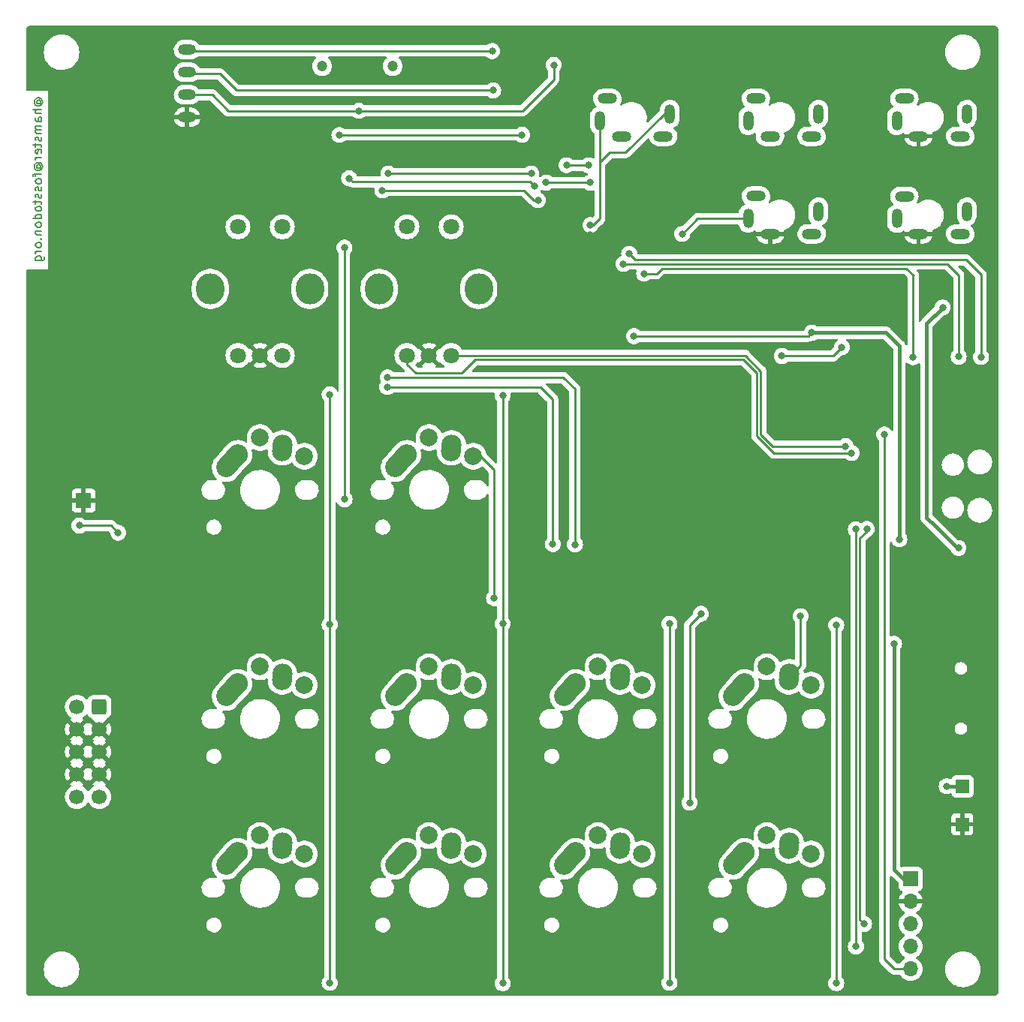
<source format=gbr>
%TF.GenerationSoftware,KiCad,Pcbnew,7.0.2*%
%TF.CreationDate,2023-07-23T02:14:46-06:00*%
%TF.ProjectId,dc31,64633331-2e6b-4696-9361-645f70636258,1.1*%
%TF.SameCoordinates,Original*%
%TF.FileFunction,Copper,L2,Bot*%
%TF.FilePolarity,Positive*%
%FSLAX46Y46*%
G04 Gerber Fmt 4.6, Leading zero omitted, Abs format (unit mm)*
G04 Created by KiCad (PCBNEW 7.0.2) date 2023-07-23 02:14:46*
%MOMM*%
%LPD*%
G01*
G04 APERTURE LIST*
G04 Aperture macros list*
%AMRoundRect*
0 Rectangle with rounded corners*
0 $1 Rounding radius*
0 $2 $3 $4 $5 $6 $7 $8 $9 X,Y pos of 4 corners*
0 Add a 4 corners polygon primitive as box body*
4,1,4,$2,$3,$4,$5,$6,$7,$8,$9,$2,$3,0*
0 Add four circle primitives for the rounded corners*
1,1,$1+$1,$2,$3*
1,1,$1+$1,$4,$5*
1,1,$1+$1,$6,$7*
1,1,$1+$1,$8,$9*
0 Add four rect primitives between the rounded corners*
20,1,$1+$1,$2,$3,$4,$5,0*
20,1,$1+$1,$4,$5,$6,$7,0*
20,1,$1+$1,$6,$7,$8,$9,0*
20,1,$1+$1,$8,$9,$2,$3,0*%
%AMHorizOval*
0 Thick line with rounded ends*
0 $1 width*
0 $2 $3 position (X,Y) of the first rounded end (center of the circle)*
0 $4 $5 position (X,Y) of the second rounded end (center of the circle)*
0 Add line between two ends*
20,1,$1,$2,$3,$4,$5,0*
0 Add two circle primitives to create the rounded ends*
1,1,$1,$2,$3*
1,1,$1,$4,$5*%
G04 Aperture macros list end*
%ADD10C,0.150000*%
%TA.AperFunction,NonConductor*%
%ADD11C,0.150000*%
%TD*%
%TA.AperFunction,ComponentPad*%
%ADD12O,1.200000X2.200000*%
%TD*%
%TA.AperFunction,ComponentPad*%
%ADD13O,2.200000X1.200000*%
%TD*%
%TA.AperFunction,ComponentPad*%
%ADD14C,2.000000*%
%TD*%
%TA.AperFunction,ComponentPad*%
%ADD15C,2.250000*%
%TD*%
%TA.AperFunction,ComponentPad*%
%ADD16HorizOval,2.250000X0.654995X0.730004X-0.654995X-0.730004X0*%
%TD*%
%TA.AperFunction,ComponentPad*%
%ADD17HorizOval,2.250000X0.025506X0.374132X-0.025506X-0.374132X0*%
%TD*%
%TA.AperFunction,ComponentPad*%
%ADD18C,1.800000*%
%TD*%
%TA.AperFunction,ComponentPad*%
%ADD19O,3.200000X3.500000*%
%TD*%
%TA.AperFunction,ComponentPad*%
%ADD20R,1.700000X1.700000*%
%TD*%
%TA.AperFunction,ComponentPad*%
%ADD21O,1.700000X1.700000*%
%TD*%
%TA.AperFunction,ComponentPad*%
%ADD22C,0.500000*%
%TD*%
%TA.AperFunction,SMDPad,CuDef*%
%ADD23R,1.680000X1.680000*%
%TD*%
%TA.AperFunction,WasherPad*%
%ADD24C,1.200000*%
%TD*%
%TA.AperFunction,ComponentPad*%
%ADD25O,2.000000X1.200000*%
%TD*%
%TA.AperFunction,ComponentPad*%
%ADD26RoundRect,0.250000X0.600000X0.600000X-0.600000X0.600000X-0.600000X-0.600000X0.600000X-0.600000X0*%
%TD*%
%TA.AperFunction,ComponentPad*%
%ADD27C,1.700000*%
%TD*%
%TA.AperFunction,SMDPad,CuDef*%
%ADD28R,1.500000X1.500000*%
%TD*%
%TA.AperFunction,ViaPad*%
%ADD29C,0.800000*%
%TD*%
%TA.AperFunction,Conductor*%
%ADD30C,0.254000*%
%TD*%
%TA.AperFunction,Conductor*%
%ADD31C,0.381000*%
%TD*%
G04 APERTURE END LIST*
D10*
D11*
X98588428Y-49675942D02*
X98540809Y-49628323D01*
X98540809Y-49628323D02*
X98493190Y-49533085D01*
X98493190Y-49533085D02*
X98493190Y-49437847D01*
X98493190Y-49437847D02*
X98540809Y-49342609D01*
X98540809Y-49342609D02*
X98588428Y-49294990D01*
X98588428Y-49294990D02*
X98683666Y-49247371D01*
X98683666Y-49247371D02*
X98778904Y-49247371D01*
X98778904Y-49247371D02*
X98874142Y-49294990D01*
X98874142Y-49294990D02*
X98921761Y-49342609D01*
X98921761Y-49342609D02*
X98969380Y-49437847D01*
X98969380Y-49437847D02*
X98969380Y-49533085D01*
X98969380Y-49533085D02*
X98921761Y-49628323D01*
X98921761Y-49628323D02*
X98874142Y-49675942D01*
X98493190Y-49675942D02*
X98874142Y-49675942D01*
X98874142Y-49675942D02*
X98921761Y-49723561D01*
X98921761Y-49723561D02*
X98921761Y-49771180D01*
X98921761Y-49771180D02*
X98874142Y-49866419D01*
X98874142Y-49866419D02*
X98778904Y-49914038D01*
X98778904Y-49914038D02*
X98540809Y-49914038D01*
X98540809Y-49914038D02*
X98397952Y-49818800D01*
X98397952Y-49818800D02*
X98302714Y-49675942D01*
X98302714Y-49675942D02*
X98255095Y-49485466D01*
X98255095Y-49485466D02*
X98302714Y-49294990D01*
X98302714Y-49294990D02*
X98397952Y-49152133D01*
X98397952Y-49152133D02*
X98540809Y-49056895D01*
X98540809Y-49056895D02*
X98731285Y-49009276D01*
X98731285Y-49009276D02*
X98921761Y-49056895D01*
X98921761Y-49056895D02*
X99064619Y-49152133D01*
X99064619Y-49152133D02*
X99159857Y-49294990D01*
X99159857Y-49294990D02*
X99207476Y-49485466D01*
X99207476Y-49485466D02*
X99159857Y-49675942D01*
X99159857Y-49675942D02*
X99064619Y-49818800D01*
X99064619Y-50342609D02*
X98064619Y-50342609D01*
X99064619Y-50771180D02*
X98540809Y-50771180D01*
X98540809Y-50771180D02*
X98445571Y-50723561D01*
X98445571Y-50723561D02*
X98397952Y-50628323D01*
X98397952Y-50628323D02*
X98397952Y-50485466D01*
X98397952Y-50485466D02*
X98445571Y-50390228D01*
X98445571Y-50390228D02*
X98493190Y-50342609D01*
X99064619Y-51675942D02*
X98540809Y-51675942D01*
X98540809Y-51675942D02*
X98445571Y-51628323D01*
X98445571Y-51628323D02*
X98397952Y-51533085D01*
X98397952Y-51533085D02*
X98397952Y-51342609D01*
X98397952Y-51342609D02*
X98445571Y-51247371D01*
X99017000Y-51675942D02*
X99064619Y-51580704D01*
X99064619Y-51580704D02*
X99064619Y-51342609D01*
X99064619Y-51342609D02*
X99017000Y-51247371D01*
X99017000Y-51247371D02*
X98921761Y-51199752D01*
X98921761Y-51199752D02*
X98826523Y-51199752D01*
X98826523Y-51199752D02*
X98731285Y-51247371D01*
X98731285Y-51247371D02*
X98683666Y-51342609D01*
X98683666Y-51342609D02*
X98683666Y-51580704D01*
X98683666Y-51580704D02*
X98636047Y-51675942D01*
X99064619Y-52152133D02*
X98397952Y-52152133D01*
X98493190Y-52152133D02*
X98445571Y-52199752D01*
X98445571Y-52199752D02*
X98397952Y-52294990D01*
X98397952Y-52294990D02*
X98397952Y-52437847D01*
X98397952Y-52437847D02*
X98445571Y-52533085D01*
X98445571Y-52533085D02*
X98540809Y-52580704D01*
X98540809Y-52580704D02*
X99064619Y-52580704D01*
X98540809Y-52580704D02*
X98445571Y-52628323D01*
X98445571Y-52628323D02*
X98397952Y-52723561D01*
X98397952Y-52723561D02*
X98397952Y-52866418D01*
X98397952Y-52866418D02*
X98445571Y-52961657D01*
X98445571Y-52961657D02*
X98540809Y-53009276D01*
X98540809Y-53009276D02*
X99064619Y-53009276D01*
X99017000Y-53437847D02*
X99064619Y-53533085D01*
X99064619Y-53533085D02*
X99064619Y-53723561D01*
X99064619Y-53723561D02*
X99017000Y-53818799D01*
X99017000Y-53818799D02*
X98921761Y-53866418D01*
X98921761Y-53866418D02*
X98874142Y-53866418D01*
X98874142Y-53866418D02*
X98778904Y-53818799D01*
X98778904Y-53818799D02*
X98731285Y-53723561D01*
X98731285Y-53723561D02*
X98731285Y-53580704D01*
X98731285Y-53580704D02*
X98683666Y-53485466D01*
X98683666Y-53485466D02*
X98588428Y-53437847D01*
X98588428Y-53437847D02*
X98540809Y-53437847D01*
X98540809Y-53437847D02*
X98445571Y-53485466D01*
X98445571Y-53485466D02*
X98397952Y-53580704D01*
X98397952Y-53580704D02*
X98397952Y-53723561D01*
X98397952Y-53723561D02*
X98445571Y-53818799D01*
X98397952Y-54152133D02*
X98397952Y-54533085D01*
X98064619Y-54294990D02*
X98921761Y-54294990D01*
X98921761Y-54294990D02*
X99017000Y-54342609D01*
X99017000Y-54342609D02*
X99064619Y-54437847D01*
X99064619Y-54437847D02*
X99064619Y-54533085D01*
X99017000Y-55247371D02*
X99064619Y-55152133D01*
X99064619Y-55152133D02*
X99064619Y-54961657D01*
X99064619Y-54961657D02*
X99017000Y-54866419D01*
X99017000Y-54866419D02*
X98921761Y-54818800D01*
X98921761Y-54818800D02*
X98540809Y-54818800D01*
X98540809Y-54818800D02*
X98445571Y-54866419D01*
X98445571Y-54866419D02*
X98397952Y-54961657D01*
X98397952Y-54961657D02*
X98397952Y-55152133D01*
X98397952Y-55152133D02*
X98445571Y-55247371D01*
X98445571Y-55247371D02*
X98540809Y-55294990D01*
X98540809Y-55294990D02*
X98636047Y-55294990D01*
X98636047Y-55294990D02*
X98731285Y-54818800D01*
X99064619Y-55723562D02*
X98397952Y-55723562D01*
X98588428Y-55723562D02*
X98493190Y-55771181D01*
X98493190Y-55771181D02*
X98445571Y-55818800D01*
X98445571Y-55818800D02*
X98397952Y-55914038D01*
X98397952Y-55914038D02*
X98397952Y-56009276D01*
X98588428Y-56961657D02*
X98540809Y-56914038D01*
X98540809Y-56914038D02*
X98493190Y-56818800D01*
X98493190Y-56818800D02*
X98493190Y-56723562D01*
X98493190Y-56723562D02*
X98540809Y-56628324D01*
X98540809Y-56628324D02*
X98588428Y-56580705D01*
X98588428Y-56580705D02*
X98683666Y-56533086D01*
X98683666Y-56533086D02*
X98778904Y-56533086D01*
X98778904Y-56533086D02*
X98874142Y-56580705D01*
X98874142Y-56580705D02*
X98921761Y-56628324D01*
X98921761Y-56628324D02*
X98969380Y-56723562D01*
X98969380Y-56723562D02*
X98969380Y-56818800D01*
X98969380Y-56818800D02*
X98921761Y-56914038D01*
X98921761Y-56914038D02*
X98874142Y-56961657D01*
X98493190Y-56961657D02*
X98874142Y-56961657D01*
X98874142Y-56961657D02*
X98921761Y-57009276D01*
X98921761Y-57009276D02*
X98921761Y-57056895D01*
X98921761Y-57056895D02*
X98874142Y-57152134D01*
X98874142Y-57152134D02*
X98778904Y-57199753D01*
X98778904Y-57199753D02*
X98540809Y-57199753D01*
X98540809Y-57199753D02*
X98397952Y-57104515D01*
X98397952Y-57104515D02*
X98302714Y-56961657D01*
X98302714Y-56961657D02*
X98255095Y-56771181D01*
X98255095Y-56771181D02*
X98302714Y-56580705D01*
X98302714Y-56580705D02*
X98397952Y-56437848D01*
X98397952Y-56437848D02*
X98540809Y-56342610D01*
X98540809Y-56342610D02*
X98731285Y-56294991D01*
X98731285Y-56294991D02*
X98921761Y-56342610D01*
X98921761Y-56342610D02*
X99064619Y-56437848D01*
X99064619Y-56437848D02*
X99159857Y-56580705D01*
X99159857Y-56580705D02*
X99207476Y-56771181D01*
X99207476Y-56771181D02*
X99159857Y-56961657D01*
X99159857Y-56961657D02*
X99064619Y-57104515D01*
X98397952Y-57485467D02*
X98397952Y-57866419D01*
X99064619Y-57628324D02*
X98207476Y-57628324D01*
X98207476Y-57628324D02*
X98112238Y-57675943D01*
X98112238Y-57675943D02*
X98064619Y-57771181D01*
X98064619Y-57771181D02*
X98064619Y-57866419D01*
X99064619Y-58342610D02*
X99017000Y-58247372D01*
X99017000Y-58247372D02*
X98969380Y-58199753D01*
X98969380Y-58199753D02*
X98874142Y-58152134D01*
X98874142Y-58152134D02*
X98588428Y-58152134D01*
X98588428Y-58152134D02*
X98493190Y-58199753D01*
X98493190Y-58199753D02*
X98445571Y-58247372D01*
X98445571Y-58247372D02*
X98397952Y-58342610D01*
X98397952Y-58342610D02*
X98397952Y-58485467D01*
X98397952Y-58485467D02*
X98445571Y-58580705D01*
X98445571Y-58580705D02*
X98493190Y-58628324D01*
X98493190Y-58628324D02*
X98588428Y-58675943D01*
X98588428Y-58675943D02*
X98874142Y-58675943D01*
X98874142Y-58675943D02*
X98969380Y-58628324D01*
X98969380Y-58628324D02*
X99017000Y-58580705D01*
X99017000Y-58580705D02*
X99064619Y-58485467D01*
X99064619Y-58485467D02*
X99064619Y-58342610D01*
X99017000Y-59056896D02*
X99064619Y-59152134D01*
X99064619Y-59152134D02*
X99064619Y-59342610D01*
X99064619Y-59342610D02*
X99017000Y-59437848D01*
X99017000Y-59437848D02*
X98921761Y-59485467D01*
X98921761Y-59485467D02*
X98874142Y-59485467D01*
X98874142Y-59485467D02*
X98778904Y-59437848D01*
X98778904Y-59437848D02*
X98731285Y-59342610D01*
X98731285Y-59342610D02*
X98731285Y-59199753D01*
X98731285Y-59199753D02*
X98683666Y-59104515D01*
X98683666Y-59104515D02*
X98588428Y-59056896D01*
X98588428Y-59056896D02*
X98540809Y-59056896D01*
X98540809Y-59056896D02*
X98445571Y-59104515D01*
X98445571Y-59104515D02*
X98397952Y-59199753D01*
X98397952Y-59199753D02*
X98397952Y-59342610D01*
X98397952Y-59342610D02*
X98445571Y-59437848D01*
X99017000Y-59866420D02*
X99064619Y-59961658D01*
X99064619Y-59961658D02*
X99064619Y-60152134D01*
X99064619Y-60152134D02*
X99017000Y-60247372D01*
X99017000Y-60247372D02*
X98921761Y-60294991D01*
X98921761Y-60294991D02*
X98874142Y-60294991D01*
X98874142Y-60294991D02*
X98778904Y-60247372D01*
X98778904Y-60247372D02*
X98731285Y-60152134D01*
X98731285Y-60152134D02*
X98731285Y-60009277D01*
X98731285Y-60009277D02*
X98683666Y-59914039D01*
X98683666Y-59914039D02*
X98588428Y-59866420D01*
X98588428Y-59866420D02*
X98540809Y-59866420D01*
X98540809Y-59866420D02*
X98445571Y-59914039D01*
X98445571Y-59914039D02*
X98397952Y-60009277D01*
X98397952Y-60009277D02*
X98397952Y-60152134D01*
X98397952Y-60152134D02*
X98445571Y-60247372D01*
X98397952Y-60580706D02*
X98397952Y-60961658D01*
X98064619Y-60723563D02*
X98921761Y-60723563D01*
X98921761Y-60723563D02*
X99017000Y-60771182D01*
X99017000Y-60771182D02*
X99064619Y-60866420D01*
X99064619Y-60866420D02*
X99064619Y-60961658D01*
X99064619Y-61437849D02*
X99017000Y-61342611D01*
X99017000Y-61342611D02*
X98969380Y-61294992D01*
X98969380Y-61294992D02*
X98874142Y-61247373D01*
X98874142Y-61247373D02*
X98588428Y-61247373D01*
X98588428Y-61247373D02*
X98493190Y-61294992D01*
X98493190Y-61294992D02*
X98445571Y-61342611D01*
X98445571Y-61342611D02*
X98397952Y-61437849D01*
X98397952Y-61437849D02*
X98397952Y-61580706D01*
X98397952Y-61580706D02*
X98445571Y-61675944D01*
X98445571Y-61675944D02*
X98493190Y-61723563D01*
X98493190Y-61723563D02*
X98588428Y-61771182D01*
X98588428Y-61771182D02*
X98874142Y-61771182D01*
X98874142Y-61771182D02*
X98969380Y-61723563D01*
X98969380Y-61723563D02*
X99017000Y-61675944D01*
X99017000Y-61675944D02*
X99064619Y-61580706D01*
X99064619Y-61580706D02*
X99064619Y-61437849D01*
X99064619Y-62628325D02*
X98064619Y-62628325D01*
X99017000Y-62628325D02*
X99064619Y-62533087D01*
X99064619Y-62533087D02*
X99064619Y-62342611D01*
X99064619Y-62342611D02*
X99017000Y-62247373D01*
X99017000Y-62247373D02*
X98969380Y-62199754D01*
X98969380Y-62199754D02*
X98874142Y-62152135D01*
X98874142Y-62152135D02*
X98588428Y-62152135D01*
X98588428Y-62152135D02*
X98493190Y-62199754D01*
X98493190Y-62199754D02*
X98445571Y-62247373D01*
X98445571Y-62247373D02*
X98397952Y-62342611D01*
X98397952Y-62342611D02*
X98397952Y-62533087D01*
X98397952Y-62533087D02*
X98445571Y-62628325D01*
X99064619Y-63247373D02*
X99017000Y-63152135D01*
X99017000Y-63152135D02*
X98969380Y-63104516D01*
X98969380Y-63104516D02*
X98874142Y-63056897D01*
X98874142Y-63056897D02*
X98588428Y-63056897D01*
X98588428Y-63056897D02*
X98493190Y-63104516D01*
X98493190Y-63104516D02*
X98445571Y-63152135D01*
X98445571Y-63152135D02*
X98397952Y-63247373D01*
X98397952Y-63247373D02*
X98397952Y-63390230D01*
X98397952Y-63390230D02*
X98445571Y-63485468D01*
X98445571Y-63485468D02*
X98493190Y-63533087D01*
X98493190Y-63533087D02*
X98588428Y-63580706D01*
X98588428Y-63580706D02*
X98874142Y-63580706D01*
X98874142Y-63580706D02*
X98969380Y-63533087D01*
X98969380Y-63533087D02*
X99017000Y-63485468D01*
X99017000Y-63485468D02*
X99064619Y-63390230D01*
X99064619Y-63390230D02*
X99064619Y-63247373D01*
X98397952Y-64009278D02*
X99064619Y-64009278D01*
X98493190Y-64009278D02*
X98445571Y-64056897D01*
X98445571Y-64056897D02*
X98397952Y-64152135D01*
X98397952Y-64152135D02*
X98397952Y-64294992D01*
X98397952Y-64294992D02*
X98445571Y-64390230D01*
X98445571Y-64390230D02*
X98540809Y-64437849D01*
X98540809Y-64437849D02*
X99064619Y-64437849D01*
X98969380Y-64914040D02*
X99017000Y-64961659D01*
X99017000Y-64961659D02*
X99064619Y-64914040D01*
X99064619Y-64914040D02*
X99017000Y-64866421D01*
X99017000Y-64866421D02*
X98969380Y-64914040D01*
X98969380Y-64914040D02*
X99064619Y-64914040D01*
X99064619Y-65533087D02*
X99017000Y-65437849D01*
X99017000Y-65437849D02*
X98969380Y-65390230D01*
X98969380Y-65390230D02*
X98874142Y-65342611D01*
X98874142Y-65342611D02*
X98588428Y-65342611D01*
X98588428Y-65342611D02*
X98493190Y-65390230D01*
X98493190Y-65390230D02*
X98445571Y-65437849D01*
X98445571Y-65437849D02*
X98397952Y-65533087D01*
X98397952Y-65533087D02*
X98397952Y-65675944D01*
X98397952Y-65675944D02*
X98445571Y-65771182D01*
X98445571Y-65771182D02*
X98493190Y-65818801D01*
X98493190Y-65818801D02*
X98588428Y-65866420D01*
X98588428Y-65866420D02*
X98874142Y-65866420D01*
X98874142Y-65866420D02*
X98969380Y-65818801D01*
X98969380Y-65818801D02*
X99017000Y-65771182D01*
X99017000Y-65771182D02*
X99064619Y-65675944D01*
X99064619Y-65675944D02*
X99064619Y-65533087D01*
X99064619Y-66294992D02*
X98397952Y-66294992D01*
X98588428Y-66294992D02*
X98493190Y-66342611D01*
X98493190Y-66342611D02*
X98445571Y-66390230D01*
X98445571Y-66390230D02*
X98397952Y-66485468D01*
X98397952Y-66485468D02*
X98397952Y-66580706D01*
X98397952Y-67342611D02*
X99207476Y-67342611D01*
X99207476Y-67342611D02*
X99302714Y-67294992D01*
X99302714Y-67294992D02*
X99350333Y-67247373D01*
X99350333Y-67247373D02*
X99397952Y-67152135D01*
X99397952Y-67152135D02*
X99397952Y-67009278D01*
X99397952Y-67009278D02*
X99350333Y-66914040D01*
X99017000Y-67342611D02*
X99064619Y-67247373D01*
X99064619Y-67247373D02*
X99064619Y-67056897D01*
X99064619Y-67056897D02*
X99017000Y-66961659D01*
X99017000Y-66961659D02*
X98969380Y-66914040D01*
X98969380Y-66914040D02*
X98874142Y-66866421D01*
X98874142Y-66866421D02*
X98588428Y-66866421D01*
X98588428Y-66866421D02*
X98493190Y-66914040D01*
X98493190Y-66914040D02*
X98445571Y-66961659D01*
X98445571Y-66961659D02*
X98397952Y-67056897D01*
X98397952Y-67056897D02*
X98397952Y-67247373D01*
X98397952Y-67247373D02*
X98445571Y-67342611D01*
D12*
%TO.P,J8,1*%
%TO.N,Net-(U3-OUTN)*%
X162025895Y-51610000D03*
D13*
%TO.P,J8,2*%
%TO.N,unconnected-(J8-Pad2)*%
X162875895Y-49090000D03*
%TO.P,J8,3*%
%TO.N,Net-(J8-Pad3)*%
X169175895Y-53330000D03*
D12*
%TO.P,J8,4*%
%TO.N,Net-(U3-OUTN)*%
X169925895Y-50810000D03*
D13*
%TO.P,J8,5*%
%TO.N,Net-(U3-OUTP)*%
X164475895Y-53330000D03*
%TD*%
D12*
%TO.P,J6,1*%
%TO.N,Net-(J6-Pad1)*%
X178780000Y-62620000D03*
D13*
%TO.P,J6,2*%
%TO.N,unconnected-(J6-Pad2)*%
X179630000Y-60100000D03*
%TO.P,J6,3*%
%TO.N,unconnected-(J6-Pad3)*%
X185930000Y-64340000D03*
D12*
%TO.P,J6,4*%
%TO.N,Net-(J6-Pad4)*%
X186680000Y-61820000D03*
D13*
%TO.P,J6,5*%
%TO.N,GND*%
X181230000Y-64340000D03*
%TD*%
D12*
%TO.P,J5,1*%
%TO.N,Net-(J5-Pad1)*%
X178770000Y-51610000D03*
D13*
%TO.P,J5,2*%
%TO.N,unconnected-(J5-Pad2)*%
X179620000Y-49090000D03*
%TO.P,J5,3*%
%TO.N,unconnected-(J5-Pad3)*%
X185920000Y-53330000D03*
D12*
%TO.P,J5,4*%
%TO.N,Net-(D16-A)*%
X186670000Y-50810000D03*
D13*
%TO.P,J5,5*%
%TO.N,unconnected-(J5-Pad5)*%
X181220000Y-53330000D03*
%TD*%
D12*
%TO.P,J4,1*%
%TO.N,unconnected-(J4-Pad1)*%
X195514105Y-51610000D03*
D13*
%TO.P,J4,2*%
%TO.N,unconnected-(J4-Pad2)*%
X196364105Y-49090000D03*
%TO.P,J4,3*%
%TO.N,unconnected-(J4-Pad3)*%
X202664105Y-53330000D03*
D12*
%TO.P,J4,4*%
%TO.N,Net-(J4-Pad4)*%
X203414105Y-50810000D03*
D13*
%TO.P,J4,5*%
%TO.N,GND*%
X197964105Y-53330000D03*
%TD*%
D12*
%TO.P,J2,1*%
%TO.N,unconnected-(J2-Pad1)*%
X195514105Y-62630000D03*
D13*
%TO.P,J2,2*%
%TO.N,unconnected-(J2-Pad2)*%
X196364105Y-60110000D03*
%TO.P,J2,3*%
%TO.N,unconnected-(J2-Pad3)*%
X202664105Y-64350000D03*
D12*
%TO.P,J2,4*%
%TO.N,Net-(J2-Pad4)*%
X203414105Y-61830000D03*
D13*
%TO.P,J2,5*%
%TO.N,GND*%
X197964105Y-64350000D03*
%TD*%
D14*
%TO.P,SW1,2,2*%
%TO.N,Net-(D1-A)*%
X123710000Y-113180000D03*
D15*
X121210000Y-115080000D03*
D16*
X120554995Y-115809996D03*
D14*
%TO.P,SW1,1,1*%
%TO.N,C0*%
X128710000Y-115280000D03*
D17*
X126220000Y-114330000D03*
%TD*%
D18*
%TO.P,SW12,S2,S2*%
%TO.N,C2*%
X145260000Y-63560000D03*
%TO.P,SW12,S1,S1*%
%TO.N,ENC2_SW*%
X140260000Y-63560000D03*
%TO.P,SW12,C,C*%
%TO.N,GND*%
X142760000Y-78060000D03*
%TO.P,SW12,B,B*%
%TO.N,ENC2_B*%
X145260000Y-78060000D03*
%TO.P,SW12,A,A*%
%TO.N,ENC2_A*%
X140260000Y-78060000D03*
D19*
%TO.P,SW12,1*%
%TO.N,N/C*%
X148360000Y-70560000D03*
X137160000Y-70560000D03*
%TD*%
D20*
%TO.P,J3,1,Pin_1*%
%TO.N,+3V3*%
X197070000Y-137139600D03*
D21*
%TO.P,J3,2,Pin_2*%
%TO.N,GND*%
X197070000Y-139679600D03*
%TO.P,J3,3,Pin_3*%
%TO.N,SDA*%
X197070000Y-142219600D03*
%TO.P,J3,4,Pin_4*%
%TO.N,SCL*%
X197070000Y-144759600D03*
%TO.P,J3,5,Pin_5*%
%TO.N,RGB*%
X197070000Y-147299600D03*
%TD*%
D14*
%TO.P,SW8,2,2*%
%TO.N,Net-(D8-A)*%
X180860000Y-132230000D03*
D15*
X178360000Y-134130000D03*
D16*
X177704995Y-134859996D03*
D14*
%TO.P,SW8,1,1*%
%TO.N,C1*%
X185860000Y-134330000D03*
D17*
X183370000Y-133380000D03*
%TD*%
D14*
%TO.P,SW7,2,2*%
%TO.N,Net-(D7-A)*%
X161810000Y-132230000D03*
D15*
X159310000Y-134130000D03*
D16*
X158654995Y-134859996D03*
D14*
%TO.P,SW7,1,1*%
%TO.N,C1*%
X166810000Y-134330000D03*
D17*
X164320000Y-133380000D03*
%TD*%
D14*
%TO.P,SW3,2,2*%
%TO.N,Net-(D3-A)*%
X161810000Y-113180000D03*
D15*
X159310000Y-115080000D03*
D16*
X158654995Y-115809996D03*
D14*
%TO.P,SW3,1,1*%
%TO.N,C0*%
X166810000Y-115280000D03*
D17*
X164320000Y-114330000D03*
%TD*%
D14*
%TO.P,SW2,2,2*%
%TO.N,Net-(D2-A)*%
X142760000Y-113180000D03*
D15*
X140260000Y-115080000D03*
D16*
X139604995Y-115809996D03*
D14*
%TO.P,SW2,1,1*%
%TO.N,C0*%
X147760000Y-115280000D03*
D17*
X145270000Y-114330000D03*
%TD*%
D22*
%TO.P,U6,17,EP*%
%TO.N,GND*%
X103220000Y-93847500D03*
X103220000Y-95027500D03*
D23*
X103810000Y-94437500D03*
D22*
X104400000Y-93847500D03*
X104400000Y-95027500D03*
%TD*%
D14*
%TO.P,SW5,2,2*%
%TO.N,Net-(D5-A)*%
X123710000Y-132230000D03*
D15*
X121210000Y-134130000D03*
D16*
X120554995Y-134859996D03*
D14*
%TO.P,SW5,1,1*%
%TO.N,C1*%
X128710000Y-134330000D03*
D17*
X126220000Y-133380000D03*
%TD*%
D14*
%TO.P,SW9,2,2*%
%TO.N,Net-(D9-A)*%
X123710000Y-87340000D03*
D15*
X121210000Y-89240000D03*
D16*
X120554995Y-89969996D03*
D14*
%TO.P,SW9,1,1*%
%TO.N,C2*%
X128710000Y-89440000D03*
D17*
X126220000Y-88490000D03*
%TD*%
D18*
%TO.P,SW11,S2,S2*%
%TO.N,C2*%
X126210000Y-63560000D03*
%TO.P,SW11,S1,S1*%
%TO.N,ENC1_SW*%
X121210000Y-63560000D03*
%TO.P,SW11,C,C*%
%TO.N,GND*%
X123710000Y-78060000D03*
%TO.P,SW11,B,B*%
%TO.N,ENC1_B*%
X126210000Y-78060000D03*
%TO.P,SW11,A,A*%
%TO.N,ENC1_A*%
X121210000Y-78060000D03*
D19*
%TO.P,SW11,1*%
%TO.N,N/C*%
X129310000Y-70560000D03*
X118110000Y-70560000D03*
%TD*%
D14*
%TO.P,SW4,2,2*%
%TO.N,Net-(D4-A)*%
X180860000Y-113180000D03*
D15*
X178360000Y-115080000D03*
D16*
X177704995Y-115809996D03*
D14*
%TO.P,SW4,1,1*%
%TO.N,C0*%
X185860000Y-115280000D03*
D17*
X183370000Y-114330000D03*
%TD*%
D24*
%TO.P,J9,*%
%TO.N,*%
X130690000Y-45420000D03*
X138670000Y-45420000D03*
%TD*%
D25*
%TO.P,J1,1,Pin_1*%
%TO.N,GND*%
X115480000Y-51190000D03*
%TO.P,J1,2,Pin_2*%
%TO.N,+3V3*%
X115480000Y-48650000D03*
%TO.P,J1,3,Pin_3*%
%TO.N,SCL*%
X115480000Y-46110000D03*
%TO.P,J1,4,Pin_4*%
%TO.N,SDA*%
X115480000Y-43570000D03*
%TD*%
D14*
%TO.P,SW6,2,2*%
%TO.N,Net-(D6-A)*%
X142760000Y-132230000D03*
D15*
X140260000Y-134130000D03*
D16*
X139604995Y-134859996D03*
D14*
%TO.P,SW6,1,1*%
%TO.N,C1*%
X147760000Y-134330000D03*
D17*
X145270000Y-133380000D03*
%TD*%
D14*
%TO.P,SW10,2,2*%
%TO.N,Net-(D10-A)*%
X142760000Y-87340000D03*
D15*
X140260000Y-89240000D03*
D16*
X139604995Y-89969996D03*
D14*
%TO.P,SW10,1,1*%
%TO.N,C2*%
X147760000Y-89440000D03*
D17*
X145270000Y-88490000D03*
%TD*%
D26*
%TO.P,J7,1,Pin_1*%
%TO.N,unconnected-(J7-Pin_1-Pad1)*%
X105587800Y-117703600D03*
D27*
%TO.P,J7,2,Pin_2*%
%TO.N,unconnected-(J7-Pin_2-Pad2)*%
X103047800Y-117703600D03*
%TO.P,J7,3,Pin_3*%
%TO.N,GND*%
X105587800Y-120243600D03*
%TO.P,J7,4,Pin_4*%
X103047800Y-120243600D03*
%TO.P,J7,5,Pin_5*%
X105587800Y-122783600D03*
%TO.P,J7,6,Pin_6*%
X103047800Y-122783600D03*
%TO.P,J7,7,Pin_7*%
X105587800Y-125323600D03*
%TO.P,J7,8,Pin_8*%
X103047800Y-125323600D03*
%TO.P,J7,9,Pin_9*%
%TO.N,+12V*%
X105587800Y-127863600D03*
%TO.P,J7,10,Pin_10*%
X103047800Y-127863600D03*
%TD*%
D28*
%TO.P,TP2,1,1*%
%TO.N,Net-(SW14-B)*%
X202950000Y-126680000D03*
%TD*%
%TO.P,TP3,1,1*%
%TO.N,GND*%
X202890000Y-130970000D03*
%TD*%
D29*
%TO.N,Net-(J6-Pad1)*%
X171320000Y-64350000D03*
%TO.N,Net-(J8-Pad3)*%
X160740000Y-56610000D03*
X158260000Y-56600000D03*
%TO.N,GND*%
X187210000Y-99710000D03*
X187220000Y-85860000D03*
X102620000Y-98550000D03*
X161790000Y-99810000D03*
X128550000Y-55430000D03*
X187620000Y-72910000D03*
X174540000Y-99740000D03*
X127430000Y-45810000D03*
X199920000Y-99740000D03*
X182000000Y-69730000D03*
X140070000Y-46510000D03*
X162090000Y-74580000D03*
X199920000Y-85810000D03*
X132940000Y-59490000D03*
X104560000Y-91180000D03*
X174510000Y-85890000D03*
X161810000Y-85920000D03*
X142980000Y-55440000D03*
X176890000Y-71430000D03*
X158580000Y-42400000D03*
X101530000Y-98550000D03*
X166970000Y-62580000D03*
X160960000Y-64450000D03*
X193680000Y-77330000D03*
X137040000Y-54330000D03*
X194130000Y-44980000D03*
X100480000Y-98560000D03*
%TO.N,+3V3*%
X165870000Y-75900000D03*
X185940000Y-75500000D03*
X195210000Y-110590000D03*
X155960000Y-58570000D03*
X195800000Y-98800000D03*
X134840000Y-50460000D03*
X160940000Y-58570000D03*
X156820000Y-45290000D03*
%TO.N,SD_MOSI*%
X154630000Y-58980000D03*
X133750000Y-58070000D03*
%TO.N,SD_CS*%
X153250000Y-53170000D03*
X132660000Y-53190000D03*
%TO.N,SD_SCK*%
X137490000Y-59450000D03*
X155050000Y-60550000D03*
%TO.N,SD_MISO*%
X138170000Y-57550000D03*
X154280000Y-57540000D03*
%TO.N,+5V*%
X107700000Y-98070000D03*
X103330000Y-97270000D03*
%TO.N,VCC*%
X200690000Y-72650000D03*
X202470000Y-99790000D03*
%TO.N,SCL*%
X190906400Y-144754600D03*
X149990000Y-48150000D03*
X190906400Y-97688400D03*
%TO.N,SDA*%
X149890000Y-43710000D03*
X192125600Y-97663000D03*
X191820800Y-142214600D03*
%TO.N,RGB*%
X194110000Y-86990000D03*
%TO.N,SYNC_OUT*%
X182550000Y-78130000D03*
X189320000Y-77140000D03*
%TO.N,ENC1_A*%
X138060000Y-81630000D03*
X156710000Y-99360000D03*
%TO.N,ENC1_B*%
X159220000Y-99390000D03*
X138090000Y-80560000D03*
%TO.N,I2S_BCLK*%
X165340000Y-66600000D03*
X205020000Y-78250000D03*
%TO.N,I2S_LRCLK*%
X164690000Y-67730000D03*
X202500000Y-78220000D03*
%TO.N,I2S_DIN*%
X167020000Y-68830000D03*
X197350000Y-78280000D03*
%TO.N,Net-(U3-OUTN)*%
X160950000Y-63370000D03*
%TO.N,C0*%
X184670000Y-107490000D03*
%TO.N,C1*%
X173430000Y-107220000D03*
X172160000Y-128530000D03*
%TO.N,C2*%
X133230000Y-94300000D03*
X133220000Y-65900000D03*
X150100000Y-105460000D03*
%TO.N,R3*%
X188690000Y-108480000D03*
X188690000Y-148900000D03*
%TO.N,ENC2_A*%
X190420000Y-89080000D03*
%TO.N,ENC2_B*%
X189740000Y-88310000D03*
%TO.N,R2*%
X169880000Y-108340000D03*
X169880000Y-148860000D03*
%TO.N,R1*%
X151070000Y-82600000D03*
X151070000Y-148900000D03*
X151070000Y-108340000D03*
%TO.N,R0*%
X131560000Y-148860000D03*
X131560000Y-108430000D03*
X131560000Y-82460000D03*
%TO.N,Net-(SW14-B)*%
X201142600Y-126669800D03*
%TD*%
D30*
%TO.N,Net-(J6-Pad1)*%
X173050000Y-62620000D02*
X171320000Y-64350000D01*
X178780000Y-62620000D02*
X173050000Y-62620000D01*
%TO.N,Net-(U3-OUTN)*%
X169300000Y-50810000D02*
X164940000Y-55170000D01*
X169925895Y-50810000D02*
X169300000Y-50810000D01*
X163145895Y-55170000D02*
X164940000Y-55170000D01*
X162025895Y-56290000D02*
X163145895Y-55170000D01*
X162025895Y-56290000D02*
X162025895Y-62604105D01*
X162025895Y-51610000D02*
X162025895Y-56290000D01*
%TO.N,Net-(J8-Pad3)*%
X160730000Y-56600000D02*
X160740000Y-56610000D01*
X158260000Y-56600000D02*
X160730000Y-56600000D01*
%TO.N,Net-(U3-OUTN)*%
X162025895Y-62604105D02*
X161720000Y-62910000D01*
X161720000Y-62910000D02*
X161260000Y-63370000D01*
%TO.N,+3V3*%
X153270000Y-50460000D02*
X156820000Y-46910000D01*
D31*
X195210000Y-110590000D02*
X195210000Y-136118600D01*
X195800000Y-77010000D02*
X194290000Y-75500000D01*
D30*
X156820000Y-46910000D02*
X156820000Y-45290000D01*
X120120000Y-50460000D02*
X134840000Y-50460000D01*
X160940000Y-58570000D02*
X155960000Y-58570000D01*
X165870000Y-75900000D02*
X185540000Y-75900000D01*
D31*
X197070000Y-137139600D02*
X196231000Y-137139600D01*
X195800000Y-98800000D02*
X195800000Y-77010000D01*
D30*
X185540000Y-75900000D02*
X185940000Y-75500000D01*
X134840000Y-50460000D02*
X153270000Y-50460000D01*
X115480000Y-48650000D02*
X118310000Y-48650000D01*
D31*
X196231000Y-137139600D02*
X195210000Y-136118600D01*
X194290000Y-75500000D02*
X185940000Y-75500000D01*
D30*
X118310000Y-48650000D02*
X120120000Y-50460000D01*
%TO.N,SD_MOSI*%
X134160000Y-58480000D02*
X133750000Y-58070000D01*
X154630000Y-58980000D02*
X154130000Y-58480000D01*
X154130000Y-58480000D02*
X134870000Y-58480000D01*
X134870000Y-58480000D02*
X134160000Y-58480000D01*
%TO.N,SD_CS*%
X132680000Y-53170000D02*
X132660000Y-53190000D01*
X153250000Y-53170000D02*
X132680000Y-53170000D01*
%TO.N,SD_SCK*%
X153500000Y-59440000D02*
X137500000Y-59440000D01*
X155050000Y-60550000D02*
X154610000Y-60550000D01*
X154610000Y-60550000D02*
X153500000Y-59440000D01*
X137500000Y-59440000D02*
X137490000Y-59450000D01*
%TO.N,SD_MISO*%
X138180000Y-57540000D02*
X138170000Y-57550000D01*
X154280000Y-57540000D02*
X138180000Y-57540000D01*
%TO.N,+5V*%
X103330000Y-97270000D02*
X106900000Y-97270000D01*
X106900000Y-97270000D02*
X107700000Y-98070000D01*
D31*
%TO.N,VCC*%
X198850000Y-96350000D02*
X198850000Y-78890000D01*
X202290000Y-99790000D02*
X199850000Y-97350000D01*
X198850000Y-78890000D02*
X198850000Y-74490000D01*
X199850000Y-97350000D02*
X198850000Y-96350000D01*
X198850000Y-74490000D02*
X200690000Y-72650000D01*
X202470000Y-99790000D02*
X202290000Y-99790000D01*
D30*
%TO.N,SCL*%
X115670000Y-46300000D02*
X115480000Y-46110000D01*
X121020000Y-48150000D02*
X119170000Y-46300000D01*
X119170000Y-46300000D02*
X115670000Y-46300000D01*
X149990000Y-48150000D02*
X121020000Y-48150000D01*
X190906400Y-97688400D02*
X190906400Y-144754600D01*
%TO.N,SDA*%
X191360400Y-141754200D02*
X191820800Y-142214600D01*
X192125600Y-97663000D02*
X192125600Y-97942400D01*
X191360400Y-98707600D02*
X191360400Y-141754200D01*
X192125600Y-97942400D02*
X191360400Y-98707600D01*
X115620000Y-43710000D02*
X115480000Y-43570000D01*
X149890000Y-43710000D02*
X115620000Y-43710000D01*
%TO.N,RGB*%
X194110000Y-86990000D02*
X194110000Y-146170000D01*
X195240000Y-147300000D02*
X197070000Y-147300000D01*
X194110000Y-146170000D02*
X195240000Y-147300000D01*
%TO.N,SYNC_OUT*%
X188330000Y-78130000D02*
X189320000Y-77140000D01*
X182550000Y-78130000D02*
X188330000Y-78130000D01*
%TO.N,ENC1_A*%
X155340000Y-81630000D02*
X156710000Y-83000000D01*
X156710000Y-83000000D02*
X156710000Y-99360000D01*
X138060000Y-81630000D02*
X155340000Y-81630000D01*
%TO.N,ENC1_B*%
X159220000Y-81860000D02*
X159220000Y-99390000D01*
X138090000Y-80560000D02*
X157920000Y-80560000D01*
X157920000Y-80560000D02*
X159220000Y-81860000D01*
%TO.N,I2S_BCLK*%
X205010000Y-68970000D02*
X205010000Y-78240000D01*
X165340000Y-66600000D02*
X166016000Y-67276000D01*
X166016000Y-67276000D02*
X203316000Y-67276000D01*
X203316000Y-67276000D02*
X205010000Y-68970000D01*
X205010000Y-78240000D02*
X205020000Y-78250000D01*
%TO.N,I2S_LRCLK*%
X201190000Y-67730000D02*
X202500000Y-69040000D01*
X164690000Y-67730000D02*
X201190000Y-67730000D01*
X202500000Y-69040000D02*
X202500000Y-78220000D01*
%TO.N,I2S_DIN*%
X169040000Y-68240000D02*
X196600000Y-68240000D01*
X196600000Y-68240000D02*
X197420000Y-69060000D01*
X167020000Y-68830000D02*
X168450000Y-68830000D01*
X168450000Y-68830000D02*
X169040000Y-68240000D01*
X197420000Y-69060000D02*
X197350000Y-69130000D01*
X197350000Y-69130000D02*
X197350000Y-78280000D01*
%TO.N,Net-(U3-OUTN)*%
X161260000Y-63370000D02*
X160950000Y-63370000D01*
%TO.N,C0*%
X183370000Y-114330000D02*
X184670000Y-113030000D01*
X184670000Y-113030000D02*
X184670000Y-107490000D01*
%TO.N,C1*%
X172160000Y-108490000D02*
X173430000Y-107220000D01*
X172160000Y-128530000D02*
X172160000Y-108490000D01*
%TO.N,C2*%
X133230000Y-65910000D02*
X133220000Y-65900000D01*
X150110000Y-105450000D02*
X150100000Y-105460000D01*
X133230000Y-94300000D02*
X133230000Y-65910000D01*
X150110000Y-90980000D02*
X150110000Y-105450000D01*
X148570000Y-89440000D02*
X150110000Y-90980000D01*
X147760000Y-89440000D02*
X148570000Y-89440000D01*
%TO.N,R3*%
X188690000Y-148900000D02*
X188690000Y-108480000D01*
%TO.N,ENC2_A*%
X179726000Y-87168052D02*
X181637948Y-89080000D01*
X179726000Y-80018052D02*
X179726000Y-85090000D01*
X179720000Y-80012052D02*
X179726000Y-80018052D01*
X141250000Y-80070000D02*
X146410000Y-80070000D01*
X181637948Y-89080000D02*
X190420000Y-89080000D01*
X178237948Y-78530000D02*
X179720000Y-80012052D01*
X179726000Y-85090000D02*
X179726000Y-87168052D01*
X147950000Y-78530000D02*
X178237948Y-78530000D01*
X140260000Y-78060000D02*
X140260000Y-79080000D01*
X146410000Y-80070000D02*
X147950000Y-78530000D01*
X140260000Y-79080000D02*
X141250000Y-80070000D01*
%TO.N,ENC2_B*%
X181510000Y-88310000D02*
X189740000Y-88310000D01*
X180180000Y-79830000D02*
X180180000Y-85470000D01*
X178410000Y-78060000D02*
X180180000Y-79830000D01*
X180180000Y-85470000D02*
X180180000Y-86980000D01*
X145260000Y-78060000D02*
X178410000Y-78060000D01*
X180180000Y-86980000D02*
X181510000Y-88310000D01*
%TO.N,R2*%
X169880000Y-148860000D02*
X169880000Y-108340000D01*
%TO.N,R1*%
X151070000Y-148900000D02*
X151070000Y-108340000D01*
X151070000Y-108340000D02*
X151070000Y-82600000D01*
%TO.N,R0*%
X131560000Y-148860000D02*
X131560000Y-108430000D01*
X131560000Y-108430000D02*
X131560000Y-82460000D01*
D31*
%TO.N,Net-(SW14-B)*%
X201142600Y-126669800D02*
X202939800Y-126669800D01*
X202939800Y-126669800D02*
X202950000Y-126680000D01*
%TD*%
%TA.AperFunction,Conductor*%
%TO.N,GND*%
G36*
X142300507Y-78269844D02*
G01*
X142378239Y-78390798D01*
X142486900Y-78484952D01*
X142617685Y-78544680D01*
X142627466Y-78546086D01*
X141961199Y-79212351D01*
X141971856Y-79220645D01*
X142012670Y-79277355D01*
X142016345Y-79347128D01*
X141981715Y-79407812D01*
X141919774Y-79440140D01*
X141895695Y-79442500D01*
X141561281Y-79442500D01*
X141494242Y-79422815D01*
X141473600Y-79406181D01*
X141271730Y-79204311D01*
X141238245Y-79142988D01*
X141243229Y-79073296D01*
X141268179Y-79032650D01*
X141368979Y-78923153D01*
X141406491Y-78865737D01*
X141459635Y-78820382D01*
X141528866Y-78810958D01*
X141592202Y-78840460D01*
X141606914Y-78857437D01*
X141608811Y-78857634D01*
X142276922Y-78189523D01*
X142300507Y-78269844D01*
G37*
%TD.AperFunction*%
%TA.AperFunction,Conductor*%
G36*
X143911186Y-78857634D02*
G01*
X143915969Y-78857138D01*
X143959037Y-78820381D01*
X144028269Y-78810957D01*
X144091605Y-78840458D01*
X144113507Y-78865733D01*
X144151021Y-78923153D01*
X144308216Y-79093913D01*
X144471044Y-79220647D01*
X144511857Y-79277357D01*
X144515532Y-79347130D01*
X144480901Y-79407813D01*
X144418959Y-79440140D01*
X144394882Y-79442500D01*
X143624304Y-79442500D01*
X143557265Y-79422815D01*
X143511510Y-79370011D01*
X143501566Y-79300853D01*
X143530591Y-79237297D01*
X143548141Y-79220647D01*
X143558798Y-79212351D01*
X142892533Y-78546086D01*
X142902315Y-78544680D01*
X143033100Y-78484952D01*
X143141761Y-78390798D01*
X143219493Y-78269844D01*
X143243076Y-78189524D01*
X143911186Y-78857634D01*
G37*
%TD.AperFunction*%
%TA.AperFunction,Conductor*%
G36*
X194942703Y-136828971D02*
G01*
X194949181Y-136835003D01*
X195683181Y-137569003D01*
X195716666Y-137630326D01*
X195719500Y-137656684D01*
X195719500Y-138034160D01*
X195719500Y-138034178D01*
X195719501Y-138037472D01*
X195719853Y-138040752D01*
X195719854Y-138040759D01*
X195721813Y-138058983D01*
X195725909Y-138097083D01*
X195776204Y-138231931D01*
X195862454Y-138347146D01*
X195977669Y-138433396D01*
X196109598Y-138482602D01*
X196165532Y-138524473D01*
X196189949Y-138589937D01*
X196175097Y-138658210D01*
X196153947Y-138686465D01*
X196031888Y-138808524D01*
X195896400Y-139002021D01*
X195796569Y-139216107D01*
X195739364Y-139429599D01*
X195739364Y-139429600D01*
X196636314Y-139429600D01*
X196610507Y-139469756D01*
X196570000Y-139607711D01*
X196570000Y-139751489D01*
X196610507Y-139889444D01*
X196636314Y-139929600D01*
X195739364Y-139929600D01*
X195796569Y-140143092D01*
X195896399Y-140357176D01*
X196031893Y-140550681D01*
X196198918Y-140717706D01*
X196384595Y-140847719D01*
X196428219Y-140902296D01*
X196435412Y-140971795D01*
X196403890Y-141034149D01*
X196384595Y-141050869D01*
X196198595Y-141181108D01*
X196031505Y-141348198D01*
X195895965Y-141541770D01*
X195796097Y-141755936D01*
X195734936Y-141984192D01*
X195714340Y-142219599D01*
X195734936Y-142455007D01*
X195769201Y-142582884D01*
X195796097Y-142683263D01*
X195895965Y-142897430D01*
X196031505Y-143091001D01*
X196198599Y-143258095D01*
X196384160Y-143388026D01*
X196427783Y-143442602D01*
X196434976Y-143512101D01*
X196403454Y-143574455D01*
X196384159Y-143591175D01*
X196198595Y-143721108D01*
X196031505Y-143888198D01*
X195895965Y-144081770D01*
X195796097Y-144295936D01*
X195734936Y-144524192D01*
X195714340Y-144759600D01*
X195734936Y-144995007D01*
X195769201Y-145122884D01*
X195796097Y-145223263D01*
X195895965Y-145437430D01*
X196031505Y-145631001D01*
X196198599Y-145798095D01*
X196384160Y-145928026D01*
X196427783Y-145982602D01*
X196434976Y-146052101D01*
X196403454Y-146114455D01*
X196384159Y-146131175D01*
X196198595Y-146261108D01*
X196031505Y-146428198D01*
X195897469Y-146619623D01*
X195842892Y-146663248D01*
X195795894Y-146672500D01*
X195551281Y-146672500D01*
X195484242Y-146652815D01*
X195463600Y-146636181D01*
X194773819Y-145946400D01*
X194740334Y-145885077D01*
X194737500Y-145858719D01*
X194737500Y-136922684D01*
X194757185Y-136855645D01*
X194809989Y-136809890D01*
X194879147Y-136799946D01*
X194942703Y-136828971D01*
G37*
%TD.AperFunction*%
%TA.AperFunction,Conductor*%
G36*
X105128307Y-125533444D02*
G01*
X105206039Y-125654398D01*
X105314700Y-125748552D01*
X105445485Y-125808280D01*
X105455266Y-125809686D01*
X104826425Y-126438525D01*
X104902394Y-126491719D01*
X104946019Y-126546296D01*
X104953213Y-126615794D01*
X104921690Y-126678149D01*
X104902395Y-126694869D01*
X104716395Y-126825108D01*
X104549305Y-126992198D01*
X104419375Y-127177759D01*
X104364798Y-127221384D01*
X104295300Y-127228578D01*
X104232945Y-127197055D01*
X104216225Y-127177759D01*
X104086294Y-126992198D01*
X103919204Y-126825108D01*
X103919201Y-126825105D01*
X103733202Y-126694867D01*
X103689580Y-126640292D01*
X103682387Y-126570793D01*
X103713909Y-126508439D01*
X103733205Y-126491719D01*
X103809173Y-126438525D01*
X103180333Y-125809686D01*
X103190115Y-125808280D01*
X103320900Y-125748552D01*
X103429561Y-125654398D01*
X103507293Y-125533444D01*
X103530876Y-125453124D01*
X104162725Y-126084973D01*
X104216224Y-126008569D01*
X104270801Y-125964944D01*
X104340299Y-125957750D01*
X104402654Y-125989273D01*
X104419374Y-126008569D01*
X104472872Y-126084973D01*
X104472873Y-126084973D01*
X105104722Y-125453123D01*
X105128307Y-125533444D01*
G37*
%TD.AperFunction*%
%TA.AperFunction,Conductor*%
G36*
X105128307Y-122993444D02*
G01*
X105206039Y-123114398D01*
X105314700Y-123208552D01*
X105445485Y-123268280D01*
X105455266Y-123269686D01*
X104826425Y-123898525D01*
X104902831Y-123952025D01*
X104946455Y-124006602D01*
X104953648Y-124076101D01*
X104922126Y-124138455D01*
X104902829Y-124155176D01*
X104826425Y-124208672D01*
X105455266Y-124837513D01*
X105445485Y-124838920D01*
X105314700Y-124898648D01*
X105206039Y-124992802D01*
X105128307Y-125113756D01*
X105104723Y-125194074D01*
X104472873Y-124562225D01*
X104472872Y-124562226D01*
X104419374Y-124638630D01*
X104364798Y-124682255D01*
X104295299Y-124689449D01*
X104232944Y-124657926D01*
X104216224Y-124638630D01*
X104162725Y-124562226D01*
X104162725Y-124562225D01*
X103530876Y-125194075D01*
X103507293Y-125113756D01*
X103429561Y-124992802D01*
X103320900Y-124898648D01*
X103190115Y-124838920D01*
X103180333Y-124837513D01*
X103809173Y-124208673D01*
X103809173Y-124208672D01*
X103732769Y-124155174D01*
X103689144Y-124100597D01*
X103681950Y-124031099D01*
X103713473Y-123968744D01*
X103732769Y-123952024D01*
X103809173Y-123898525D01*
X103180333Y-123269686D01*
X103190115Y-123268280D01*
X103320900Y-123208552D01*
X103429561Y-123114398D01*
X103507293Y-122993444D01*
X103530876Y-122913124D01*
X104162725Y-123544973D01*
X104216224Y-123468569D01*
X104270801Y-123424944D01*
X104340299Y-123417750D01*
X104402654Y-123449273D01*
X104419374Y-123468569D01*
X104472872Y-123544973D01*
X104472873Y-123544973D01*
X105104723Y-122913123D01*
X105128307Y-122993444D01*
G37*
%TD.AperFunction*%
%TA.AperFunction,Conductor*%
G36*
X105128307Y-120453444D02*
G01*
X105206039Y-120574398D01*
X105314700Y-120668552D01*
X105445485Y-120728280D01*
X105455266Y-120729686D01*
X104826425Y-121358525D01*
X104902831Y-121412025D01*
X104946455Y-121466602D01*
X104953648Y-121536101D01*
X104922126Y-121598455D01*
X104902829Y-121615176D01*
X104826425Y-121668672D01*
X105455266Y-122297513D01*
X105445485Y-122298920D01*
X105314700Y-122358648D01*
X105206039Y-122452802D01*
X105128307Y-122573756D01*
X105104723Y-122654075D01*
X104472872Y-122022225D01*
X104472872Y-122022226D01*
X104419374Y-122098630D01*
X104364798Y-122142255D01*
X104295299Y-122149449D01*
X104232944Y-122117926D01*
X104216224Y-122098630D01*
X104162725Y-122022226D01*
X104162725Y-122022225D01*
X103530876Y-122654075D01*
X103507293Y-122573756D01*
X103429561Y-122452802D01*
X103320900Y-122358648D01*
X103190115Y-122298920D01*
X103180333Y-122297513D01*
X103809173Y-121668673D01*
X103809173Y-121668672D01*
X103732769Y-121615174D01*
X103689144Y-121560597D01*
X103681950Y-121491099D01*
X103713473Y-121428744D01*
X103732769Y-121412024D01*
X103809173Y-121358525D01*
X103180333Y-120729686D01*
X103190115Y-120728280D01*
X103320900Y-120668552D01*
X103429561Y-120574398D01*
X103507293Y-120453444D01*
X103530876Y-120373124D01*
X104162725Y-121004973D01*
X104216224Y-120928569D01*
X104270801Y-120884944D01*
X104340299Y-120877750D01*
X104402654Y-120909273D01*
X104419374Y-120928569D01*
X104472872Y-121004973D01*
X104472873Y-121004973D01*
X105104723Y-120373123D01*
X105128307Y-120453444D01*
G37*
%TD.AperFunction*%
%TA.AperFunction,Conductor*%
G36*
X104267402Y-118563288D02*
G01*
X104300259Y-118614707D01*
X104302986Y-118622934D01*
X104302987Y-118622935D01*
X104395088Y-118772257D01*
X104519142Y-118896311D01*
X104519144Y-118896312D01*
X104668466Y-118988414D01*
X104740832Y-119012393D01*
X104798276Y-119052166D01*
X104825099Y-119116681D01*
X104825212Y-119127459D01*
X105455266Y-119757513D01*
X105445485Y-119758920D01*
X105314700Y-119818648D01*
X105206039Y-119912802D01*
X105128307Y-120033756D01*
X105104723Y-120114076D01*
X104472872Y-119482225D01*
X104472872Y-119482226D01*
X104419374Y-119558630D01*
X104364798Y-119602255D01*
X104295299Y-119609449D01*
X104232944Y-119577926D01*
X104216224Y-119558630D01*
X104162725Y-119482226D01*
X104162725Y-119482225D01*
X103530876Y-120114074D01*
X103507293Y-120033756D01*
X103429561Y-119912802D01*
X103320900Y-119818648D01*
X103190115Y-119758920D01*
X103180333Y-119757513D01*
X103809173Y-119128673D01*
X103809173Y-119128672D01*
X103733205Y-119075480D01*
X103689580Y-119020904D01*
X103682386Y-118951405D01*
X103713908Y-118889051D01*
X103733199Y-118872334D01*
X103919201Y-118742095D01*
X104086295Y-118575001D01*
X104086295Y-118575000D01*
X104093966Y-118567330D01*
X104096679Y-118570043D01*
X104135547Y-118538970D01*
X104205045Y-118531771D01*
X104267402Y-118563288D01*
G37*
%TD.AperFunction*%
%TA.AperFunction,Conductor*%
G36*
X206543438Y-40861062D02*
G01*
X206556176Y-40862739D01*
X206592284Y-40867496D01*
X206617033Y-40873390D01*
X206649555Y-40884772D01*
X206655978Y-40887224D01*
X206708634Y-40909037D01*
X206727133Y-40918595D01*
X206759496Y-40938931D01*
X206768994Y-40945538D01*
X206811414Y-40978089D01*
X206823607Y-40988783D01*
X206851215Y-41016391D01*
X206861909Y-41028584D01*
X206894460Y-41071004D01*
X206901077Y-41080517D01*
X206921397Y-41112854D01*
X206930964Y-41131371D01*
X206952762Y-41183989D01*
X206955243Y-41190487D01*
X206966605Y-41222953D01*
X206972503Y-41247716D01*
X206978938Y-41296560D01*
X206980000Y-41312757D01*
X206980000Y-149887241D01*
X206978938Y-149903438D01*
X206972503Y-149952282D01*
X206966605Y-149977043D01*
X206955246Y-150009502D01*
X206952765Y-150016003D01*
X206930963Y-150068630D01*
X206921395Y-150087147D01*
X206901076Y-150119482D01*
X206894460Y-150128994D01*
X206861909Y-150171414D01*
X206851215Y-150183607D01*
X206823607Y-150211215D01*
X206811414Y-150221909D01*
X206768994Y-150254460D01*
X206759481Y-150261077D01*
X206727144Y-150281397D01*
X206708627Y-150290964D01*
X206656009Y-150312762D01*
X206649511Y-150315243D01*
X206617045Y-150326605D01*
X206592282Y-150332503D01*
X206543439Y-150338938D01*
X206527242Y-150340000D01*
X97772757Y-150340000D01*
X97756560Y-150338938D01*
X97707717Y-150332503D01*
X97682955Y-150326605D01*
X97650488Y-150315243D01*
X97643989Y-150312762D01*
X97591371Y-150290964D01*
X97572857Y-150281398D01*
X97540512Y-150261073D01*
X97531004Y-150254460D01*
X97488584Y-150221909D01*
X97476391Y-150211215D01*
X97448783Y-150183607D01*
X97438089Y-150171414D01*
X97405538Y-150128994D01*
X97398925Y-150119486D01*
X97378598Y-150087138D01*
X97369033Y-150068624D01*
X97347239Y-150016014D01*
X97344759Y-150009518D01*
X97333394Y-149977044D01*
X97327495Y-149952276D01*
X97321062Y-149903437D01*
X97320000Y-149887244D01*
X97320000Y-147340000D01*
X99314389Y-147340000D01*
X99334804Y-147625429D01*
X99395629Y-147905041D01*
X99396499Y-147907373D01*
X99494828Y-148171004D01*
X99495634Y-148173163D01*
X99632772Y-148424313D01*
X99669694Y-148473635D01*
X99804261Y-148653395D01*
X100006605Y-148855739D01*
X100065731Y-148900000D01*
X100235686Y-149027227D01*
X100347454Y-149088257D01*
X100486839Y-149164367D01*
X100754954Y-149264369D01*
X100754957Y-149264369D01*
X100754958Y-149264370D01*
X100772951Y-149268284D01*
X101034572Y-149325196D01*
X101320000Y-149345610D01*
X101605428Y-149325196D01*
X101885046Y-149264369D01*
X102153161Y-149164367D01*
X102404315Y-149027226D01*
X102627704Y-148859999D01*
X130654540Y-148859999D01*
X130674326Y-149048257D01*
X130732820Y-149228284D01*
X130827466Y-149392216D01*
X130954129Y-149532889D01*
X131107269Y-149644151D01*
X131280197Y-149721144D01*
X131465352Y-149760500D01*
X131465354Y-149760500D01*
X131654648Y-149760500D01*
X131778084Y-149734262D01*
X131839803Y-149721144D01*
X132012730Y-149644151D01*
X132165871Y-149532888D01*
X132292533Y-149392216D01*
X132387179Y-149228284D01*
X132445674Y-149048256D01*
X132465460Y-148860000D01*
X132445674Y-148671744D01*
X132387179Y-148491716D01*
X132387179Y-148491715D01*
X132292533Y-148327783D01*
X132219350Y-148246505D01*
X132189120Y-148183513D01*
X132187500Y-148163533D01*
X132187500Y-142283685D01*
X136685740Y-142283685D01*
X136695754Y-142468407D01*
X136745245Y-142646658D01*
X136831899Y-142810103D01*
X136951663Y-142951100D01*
X137098936Y-143063055D01*
X137266830Y-143140731D01*
X137266831Y-143140731D01*
X137266833Y-143140732D01*
X137447503Y-143180500D01*
X137582754Y-143180500D01*
X137586113Y-143180500D01*
X137723910Y-143165514D01*
X137899221Y-143106444D01*
X138057736Y-143011070D01*
X138192041Y-142883849D01*
X138295858Y-142730730D01*
X138364331Y-142558875D01*
X138394260Y-142376317D01*
X138384245Y-142191593D01*
X138334754Y-142013341D01*
X138248100Y-141849896D01*
X138128337Y-141708900D01*
X138093456Y-141682384D01*
X137981063Y-141596944D01*
X137813169Y-141519268D01*
X137632497Y-141479500D01*
X137493887Y-141479500D01*
X137490552Y-141479862D01*
X137490546Y-141479863D01*
X137356091Y-141494485D01*
X137180779Y-141553556D01*
X137022262Y-141648931D01*
X136887960Y-141776149D01*
X136784140Y-141929272D01*
X136715669Y-142101121D01*
X136685740Y-142283685D01*
X132187500Y-142283685D01*
X132187500Y-138076201D01*
X136150661Y-138076201D01*
X136160888Y-138290904D01*
X136211564Y-138499794D01*
X136300852Y-138695309D01*
X136375634Y-138800324D01*
X136425534Y-138870399D01*
X136581097Y-139018727D01*
X136655083Y-139066275D01*
X136761917Y-139134934D01*
X136801962Y-139150965D01*
X136961468Y-139214822D01*
X137172528Y-139255500D01*
X137730664Y-139255500D01*
X137733618Y-139255500D01*
X137736569Y-139255218D01*
X137736573Y-139255218D01*
X137795398Y-139249600D01*
X137893971Y-139240188D01*
X138100209Y-139179631D01*
X138291259Y-139081138D01*
X138460217Y-138948268D01*
X138600976Y-138785824D01*
X138708448Y-138599677D01*
X138778750Y-138396554D01*
X138806267Y-138205164D01*
X140511833Y-138205164D01*
X140512247Y-138209285D01*
X140512248Y-138209296D01*
X140539853Y-138483691D01*
X140541911Y-138504145D01*
X140542871Y-138508173D01*
X140542873Y-138508185D01*
X140609037Y-138785822D01*
X140611570Y-138796449D01*
X140613060Y-138800318D01*
X140613062Y-138800324D01*
X140670042Y-138948268D01*
X140719569Y-139076860D01*
X140721553Y-139080481D01*
X140721559Y-139080493D01*
X140793097Y-139211032D01*
X140863979Y-139340375D01*
X140866435Y-139343708D01*
X140866438Y-139343713D01*
X140959307Y-139469756D01*
X141042223Y-139582290D01*
X141251121Y-139798289D01*
X141374026Y-139895346D01*
X141483691Y-139981948D01*
X141483695Y-139981950D01*
X141486946Y-139984518D01*
X141745487Y-140137652D01*
X141749291Y-140139265D01*
X141749295Y-140139267D01*
X141758316Y-140143092D01*
X142022133Y-140254960D01*
X142311946Y-140334348D01*
X142609755Y-140374400D01*
X142613895Y-140374400D01*
X142832951Y-140374400D01*
X142835033Y-140374400D01*
X143059819Y-140359352D01*
X143354287Y-140299499D01*
X143638151Y-140200931D01*
X143906343Y-140065407D01*
X144154080Y-139895346D01*
X144376939Y-139693782D01*
X144570943Y-139464312D01*
X144732631Y-139211032D01*
X144859118Y-138938460D01*
X144948146Y-138651462D01*
X144998126Y-138355158D01*
X145007453Y-138076201D01*
X146710661Y-138076201D01*
X146720888Y-138290904D01*
X146771564Y-138499794D01*
X146860852Y-138695309D01*
X146935634Y-138800324D01*
X146985534Y-138870399D01*
X147141097Y-139018727D01*
X147215083Y-139066275D01*
X147321917Y-139134934D01*
X147361962Y-139150965D01*
X147521468Y-139214822D01*
X147732528Y-139255500D01*
X148290664Y-139255500D01*
X148293618Y-139255500D01*
X148296569Y-139255218D01*
X148296573Y-139255218D01*
X148355398Y-139249600D01*
X148453971Y-139240188D01*
X148660209Y-139179631D01*
X148851259Y-139081138D01*
X149020217Y-138948268D01*
X149160976Y-138785824D01*
X149268448Y-138599677D01*
X149338750Y-138396554D01*
X149369339Y-138183797D01*
X149359112Y-137969096D01*
X149308437Y-137760210D01*
X149304603Y-137751814D01*
X149219147Y-137564690D01*
X149094467Y-137389603D01*
X149094466Y-137389601D01*
X148938903Y-137241273D01*
X148893181Y-137211889D01*
X148758082Y-137125065D01*
X148559286Y-137045480D01*
X148558532Y-137045178D01*
X148558531Y-137045177D01*
X148558529Y-137045177D01*
X148347472Y-137004500D01*
X147786382Y-137004500D01*
X147783452Y-137004779D01*
X147783426Y-137004781D01*
X147626031Y-137019811D01*
X147419792Y-137080368D01*
X147228742Y-137178861D01*
X147059782Y-137311733D01*
X146919022Y-137474177D01*
X146811552Y-137660321D01*
X146741249Y-137863445D01*
X146710661Y-138076201D01*
X145007453Y-138076201D01*
X145008167Y-138054836D01*
X144978089Y-137755855D01*
X144908430Y-137463551D01*
X144800431Y-137183140D01*
X144798086Y-137178861D01*
X144710924Y-137019811D01*
X144656021Y-136919625D01*
X144477777Y-136677710D01*
X144268879Y-136461711D01*
X144143002Y-136362307D01*
X144036308Y-136278051D01*
X144036301Y-136278046D01*
X144033054Y-136275482D01*
X144029493Y-136273372D01*
X144029486Y-136273368D01*
X143778074Y-136124457D01*
X143778071Y-136124455D01*
X143774513Y-136122348D01*
X143770714Y-136120737D01*
X143770704Y-136120732D01*
X143501676Y-136006655D01*
X143501673Y-136006654D01*
X143497867Y-136005040D01*
X143493880Y-136003948D01*
X143493872Y-136003945D01*
X143212049Y-135926746D01*
X143212044Y-135926745D01*
X143208054Y-135925652D01*
X143203959Y-135925101D01*
X143203953Y-135925100D01*
X142914344Y-135886151D01*
X142914340Y-135886150D01*
X142910245Y-135885600D01*
X142684967Y-135885600D01*
X142682893Y-135885738D01*
X142682888Y-135885739D01*
X142464313Y-135900371D01*
X142464307Y-135900371D01*
X142460181Y-135900648D01*
X142456124Y-135901472D01*
X142456121Y-135901473D01*
X142169781Y-135959674D01*
X142169778Y-135959674D01*
X142165713Y-135960501D01*
X142161799Y-135961860D01*
X142161792Y-135961862D01*
X141885761Y-136057710D01*
X141885753Y-136057713D01*
X141881849Y-136059069D01*
X141878152Y-136060936D01*
X141878150Y-136060938D01*
X141617358Y-136192722D01*
X141617348Y-136192727D01*
X141613657Y-136194593D01*
X141610246Y-136196934D01*
X141610240Y-136196938D01*
X141369337Y-136362307D01*
X141369323Y-136362317D01*
X141365920Y-136364654D01*
X141362855Y-136367425D01*
X141362845Y-136367434D01*
X141146135Y-136563437D01*
X141146129Y-136563442D01*
X141143061Y-136566218D01*
X141140392Y-136569373D01*
X141140386Y-136569381D01*
X140951732Y-136792523D01*
X140951726Y-136792530D01*
X140949057Y-136795688D01*
X140946834Y-136799169D01*
X140946826Y-136799181D01*
X140789595Y-137045480D01*
X140789591Y-137045487D01*
X140787369Y-137048968D01*
X140785629Y-137052717D01*
X140785626Y-137052723D01*
X140662627Y-137317778D01*
X140662623Y-137317787D01*
X140660882Y-137321540D01*
X140659656Y-137325490D01*
X140659654Y-137325497D01*
X140613533Y-137474177D01*
X140571854Y-137608538D01*
X140571165Y-137612616D01*
X140571165Y-137612621D01*
X140528857Y-137863446D01*
X140521874Y-137904842D01*
X140521736Y-137908965D01*
X140521735Y-137908977D01*
X140511971Y-138201016D01*
X140511971Y-138201026D01*
X140511833Y-138205164D01*
X138806267Y-138205164D01*
X138809339Y-138183797D01*
X138799112Y-137969096D01*
X138748437Y-137760210D01*
X138744603Y-137751814D01*
X138659147Y-137564690D01*
X138528995Y-137381917D01*
X138506142Y-137315890D01*
X138522615Y-137247990D01*
X138573182Y-137199774D01*
X138641789Y-137186551D01*
X138652361Y-137188023D01*
X138782394Y-137211889D01*
X139038177Y-137218140D01*
X139291789Y-137184301D01*
X139536984Y-137111205D01*
X139767726Y-137000651D01*
X139978334Y-136855364D01*
X140117229Y-136723096D01*
X141392208Y-135302105D01*
X141403961Y-135290637D01*
X141412956Y-135282956D01*
X141482513Y-135201512D01*
X141484452Y-135199299D01*
X141510886Y-135169839D01*
X141510888Y-135169836D01*
X141512518Y-135168020D01*
X141522427Y-135155058D01*
X141526614Y-135149878D01*
X141579123Y-135088399D01*
X141598930Y-135056073D01*
X141606136Y-135045570D01*
X141629012Y-135015652D01*
X141667248Y-134944934D01*
X141670558Y-134939189D01*
X141712809Y-134870243D01*
X141727312Y-134835228D01*
X141732795Y-134823709D01*
X141735405Y-134818882D01*
X141750705Y-134790586D01*
X141777404Y-134714766D01*
X141779796Y-134708520D01*
X141810720Y-134633864D01*
X141810722Y-134633860D01*
X141819570Y-134597001D01*
X141823174Y-134584793D01*
X141835691Y-134549253D01*
X141850199Y-134470196D01*
X141851589Y-134463633D01*
X141870452Y-134385070D01*
X141873424Y-134347288D01*
X141875075Y-134334664D01*
X141881879Y-134297598D01*
X141883843Y-134217201D01*
X141884185Y-134210569D01*
X141890526Y-134130000D01*
X141887553Y-134092237D01*
X141887209Y-134079482D01*
X141888130Y-134041815D01*
X141877491Y-133962087D01*
X141876789Y-133955454D01*
X141870452Y-133874930D01*
X141861614Y-133838119D01*
X141859276Y-133825569D01*
X141854291Y-133788203D01*
X141831306Y-133711104D01*
X141829571Y-133704654D01*
X141819403Y-133662299D01*
X141822893Y-133592519D01*
X141863556Y-133535701D01*
X141928482Y-133509887D01*
X141997058Y-133523272D01*
X141998951Y-133524275D01*
X142155190Y-133608828D01*
X142390386Y-133689571D01*
X142635665Y-133730500D01*
X142884335Y-133730500D01*
X143129614Y-133689571D01*
X143364810Y-133608828D01*
X143437055Y-133569730D01*
X143505378Y-133555136D01*
X143570750Y-133579798D01*
X143612412Y-133635888D01*
X143619782Y-133687214D01*
X143618581Y-133704838D01*
X143618580Y-133704862D01*
X143618415Y-133707287D01*
X143618440Y-133709716D01*
X143618440Y-133709732D01*
X143620422Y-133899076D01*
X143663092Y-134151352D01*
X143744699Y-134393844D01*
X143863236Y-134620586D01*
X143863239Y-134620590D01*
X144015789Y-134825999D01*
X144015790Y-134826000D01*
X144015791Y-134826001D01*
X144060967Y-134870241D01*
X144198593Y-135005014D01*
X144407151Y-135153228D01*
X144636327Y-135266992D01*
X144880478Y-135343506D01*
X145133592Y-135380882D01*
X145386730Y-135378231D01*
X145389438Y-135378203D01*
X145641714Y-135335533D01*
X145884206Y-135253926D01*
X145884205Y-135253926D01*
X145884209Y-135253925D01*
X146110952Y-135135387D01*
X146263031Y-135022443D01*
X146328586Y-134998276D01*
X146396801Y-135013388D01*
X146440768Y-135054170D01*
X146571836Y-135254785D01*
X146740256Y-135437738D01*
X146740259Y-135437740D01*
X146936485Y-135590470D01*
X146936487Y-135590471D01*
X146936491Y-135590474D01*
X147155190Y-135708828D01*
X147390386Y-135789571D01*
X147635665Y-135830500D01*
X147884335Y-135830500D01*
X148129614Y-135789571D01*
X148364810Y-135708828D01*
X148583509Y-135590474D01*
X148779744Y-135437738D01*
X148948164Y-135254785D01*
X149084173Y-135046607D01*
X149184063Y-134818881D01*
X149245108Y-134577821D01*
X149265643Y-134330000D01*
X149245108Y-134082179D01*
X149184063Y-133841119D01*
X149084173Y-133613393D01*
X148948164Y-133405215D01*
X148779744Y-133222262D01*
X148693050Y-133154785D01*
X148583514Y-133069529D01*
X148583510Y-133069526D01*
X148583509Y-133069526D01*
X148364810Y-132951172D01*
X148364806Y-132951170D01*
X148364805Y-132951170D01*
X148129615Y-132870429D01*
X147884335Y-132829500D01*
X147635665Y-132829500D01*
X147390384Y-132870429D01*
X147155190Y-132951171D01*
X147102701Y-132979577D01*
X147034372Y-132994172D01*
X146969000Y-132969509D01*
X146927340Y-132913418D01*
X146919691Y-132871819D01*
X146919676Y-132870429D01*
X146919577Y-132860925D01*
X146915949Y-132839477D01*
X146876907Y-132608648D01*
X146850384Y-132529837D01*
X146795299Y-132366153D01*
X146676761Y-132139410D01*
X146524211Y-131934001D01*
X146341407Y-131754986D01*
X146132849Y-131606772D01*
X145903673Y-131493007D01*
X145659522Y-131416494D01*
X145406408Y-131379118D01*
X145406405Y-131379118D01*
X145150561Y-131381795D01*
X144898287Y-131424465D01*
X144655792Y-131506073D01*
X144429048Y-131624612D01*
X144330674Y-131697671D01*
X144265117Y-131721838D01*
X144196901Y-131706726D01*
X144147685Y-131657132D01*
X144143187Y-131647931D01*
X144084174Y-131513395D01*
X144079392Y-131506075D01*
X143948164Y-131305215D01*
X143779744Y-131122262D01*
X143757612Y-131105036D01*
X143583514Y-130969529D01*
X143583510Y-130969526D01*
X143583509Y-130969526D01*
X143364810Y-130851172D01*
X143364806Y-130851170D01*
X143364805Y-130851170D01*
X143129615Y-130770429D01*
X142884335Y-130729500D01*
X142635665Y-130729500D01*
X142390384Y-130770429D01*
X142155194Y-130851170D01*
X141936485Y-130969529D01*
X141740259Y-131122259D01*
X141571837Y-131305214D01*
X141435825Y-131513395D01*
X141387041Y-131624613D01*
X141335937Y-131741119D01*
X141330012Y-131764518D01*
X141274891Y-131982183D01*
X141254356Y-132229999D01*
X141274891Y-132477816D01*
X141274891Y-132477819D01*
X141274892Y-132477821D01*
X141284709Y-132516588D01*
X141309112Y-132612952D01*
X141306487Y-132682772D01*
X141266531Y-132740090D01*
X141201929Y-132766706D01*
X141133193Y-132754171D01*
X141129929Y-132752469D01*
X141074713Y-132722614D01*
X141068900Y-132719264D01*
X141037798Y-132700205D01*
X141000243Y-132677191D01*
X140986291Y-132671412D01*
X140965364Y-132662743D01*
X140953841Y-132657259D01*
X140931446Y-132645150D01*
X140920584Y-132639277D01*
X140920583Y-132639276D01*
X140920582Y-132639276D01*
X140844492Y-132612480D01*
X140838228Y-132610082D01*
X140763856Y-132579276D01*
X140727170Y-132570468D01*
X140714933Y-132566855D01*
X140679257Y-132554292D01*
X140679252Y-132554291D01*
X140599876Y-132539722D01*
X140593324Y-132538335D01*
X140515071Y-132519548D01*
X140495430Y-132518002D01*
X140477462Y-132516587D01*
X140464813Y-132514933D01*
X140427598Y-132508103D01*
X140372692Y-132506760D01*
X140346895Y-132506129D01*
X140340202Y-132505785D01*
X140260000Y-132499474D01*
X140259998Y-132499474D01*
X140259997Y-132499474D01*
X140222412Y-132502431D01*
X140209661Y-132502776D01*
X140171813Y-132501852D01*
X140091778Y-132512529D01*
X140085113Y-132513236D01*
X140004924Y-132519548D01*
X139968279Y-132528346D01*
X139955744Y-132530681D01*
X139931148Y-132533963D01*
X139918200Y-132535691D01*
X139840769Y-132558773D01*
X139834320Y-132560507D01*
X139773078Y-132575211D01*
X139756135Y-132579279D01*
X139721334Y-132593693D01*
X139709316Y-132597961D01*
X139673001Y-132608788D01*
X139600123Y-132643704D01*
X139594002Y-132646436D01*
X139519755Y-132677191D01*
X139487638Y-132696871D01*
X139476437Y-132702965D01*
X139442265Y-132719339D01*
X139375740Y-132765230D01*
X139370121Y-132768886D01*
X139301602Y-132810876D01*
X139272972Y-132835328D01*
X139262857Y-132843103D01*
X139231657Y-132864627D01*
X139173117Y-132920372D01*
X139168140Y-132924862D01*
X139107044Y-132977044D01*
X139107042Y-132977045D01*
X139107041Y-132977047D01*
X139038206Y-133057641D01*
X139036212Y-133059919D01*
X137699093Y-134550164D01*
X137699078Y-134550181D01*
X137697472Y-134551972D01*
X137696003Y-134553893D01*
X137695995Y-134553903D01*
X137580979Y-134704336D01*
X137459286Y-134929405D01*
X137459286Y-134929406D01*
X137375257Y-135168020D01*
X137374299Y-135170739D01*
X137328110Y-135422395D01*
X137324003Y-135590470D01*
X137321860Y-135678177D01*
X137336723Y-135789570D01*
X137355699Y-135931791D01*
X137428794Y-136176983D01*
X137539349Y-136407726D01*
X137646765Y-136563437D01*
X137684636Y-136618334D01*
X137850515Y-136792523D01*
X137852862Y-136794987D01*
X137884839Y-136857109D01*
X137878154Y-136926659D01*
X137834928Y-136981553D01*
X137768887Y-137004363D01*
X137763065Y-137004500D01*
X137226382Y-137004500D01*
X137223452Y-137004779D01*
X137223426Y-137004781D01*
X137066031Y-137019811D01*
X136859792Y-137080368D01*
X136668742Y-137178861D01*
X136499782Y-137311733D01*
X136359022Y-137474177D01*
X136251552Y-137660321D01*
X136181249Y-137863445D01*
X136150661Y-138076201D01*
X132187500Y-138076201D01*
X132187500Y-123233685D01*
X136685740Y-123233685D01*
X136695754Y-123418407D01*
X136745245Y-123596658D01*
X136831899Y-123760103D01*
X136951663Y-123901100D01*
X137098936Y-124013055D01*
X137266830Y-124090731D01*
X137266831Y-124090731D01*
X137266833Y-124090732D01*
X137447503Y-124130500D01*
X137582754Y-124130500D01*
X137586113Y-124130500D01*
X137723910Y-124115514D01*
X137899221Y-124056444D01*
X138057736Y-123961070D01*
X138192041Y-123833849D01*
X138295858Y-123680730D01*
X138364331Y-123508875D01*
X138394260Y-123326317D01*
X138384245Y-123141593D01*
X138383012Y-123137153D01*
X138334754Y-122963341D01*
X138248100Y-122799896D01*
X138128336Y-122658899D01*
X137981063Y-122546944D01*
X137813169Y-122469268D01*
X137632497Y-122429500D01*
X137493887Y-122429500D01*
X137490552Y-122429862D01*
X137490546Y-122429863D01*
X137356091Y-122444485D01*
X137180779Y-122503556D01*
X137022262Y-122598931D01*
X136887960Y-122726149D01*
X136784140Y-122879272D01*
X136715669Y-123051121D01*
X136685740Y-123233685D01*
X132187500Y-123233685D01*
X132187500Y-119026201D01*
X136150661Y-119026201D01*
X136160888Y-119240904D01*
X136211564Y-119449794D01*
X136300852Y-119645309D01*
X136375634Y-119750324D01*
X136425534Y-119820399D01*
X136581097Y-119968727D01*
X136642644Y-120008281D01*
X136761917Y-120084934D01*
X136761942Y-120084944D01*
X136961468Y-120164822D01*
X137172528Y-120205500D01*
X137730664Y-120205500D01*
X137733618Y-120205500D01*
X137736569Y-120205218D01*
X137736573Y-120205218D01*
X137795398Y-120199600D01*
X137893971Y-120190188D01*
X138100209Y-120129631D01*
X138291259Y-120031138D01*
X138460217Y-119898268D01*
X138600976Y-119735824D01*
X138708448Y-119549677D01*
X138778750Y-119346554D01*
X138806267Y-119155164D01*
X140511833Y-119155164D01*
X140512247Y-119159285D01*
X140512248Y-119159296D01*
X140527333Y-119309238D01*
X140541911Y-119454145D01*
X140542871Y-119458173D01*
X140542873Y-119458185D01*
X140609037Y-119735822D01*
X140611570Y-119746449D01*
X140613060Y-119750318D01*
X140613062Y-119750324D01*
X140670042Y-119898268D01*
X140719569Y-120026860D01*
X140721553Y-120030481D01*
X140721559Y-120030493D01*
X140793097Y-120161032D01*
X140863979Y-120290375D01*
X140866435Y-120293708D01*
X140866438Y-120293713D01*
X140959652Y-120420224D01*
X141042223Y-120532290D01*
X141251121Y-120748289D01*
X141374026Y-120845346D01*
X141483691Y-120931948D01*
X141483695Y-120931950D01*
X141486946Y-120934518D01*
X141745487Y-121087652D01*
X141749291Y-121089265D01*
X141749295Y-121089267D01*
X141854190Y-121133746D01*
X142022133Y-121204960D01*
X142311946Y-121284348D01*
X142609755Y-121324400D01*
X142613895Y-121324400D01*
X142832951Y-121324400D01*
X142835033Y-121324400D01*
X143059819Y-121309352D01*
X143354287Y-121249499D01*
X143638151Y-121150931D01*
X143906343Y-121015407D01*
X144154080Y-120845346D01*
X144376939Y-120643782D01*
X144570943Y-120414312D01*
X144732631Y-120161032D01*
X144859118Y-119888460D01*
X144948146Y-119601462D01*
X144998126Y-119305158D01*
X145007453Y-119026201D01*
X146710661Y-119026201D01*
X146720888Y-119240904D01*
X146771564Y-119449794D01*
X146860852Y-119645309D01*
X146935634Y-119750324D01*
X146985534Y-119820399D01*
X147141097Y-119968727D01*
X147202644Y-120008281D01*
X147321917Y-120084934D01*
X147321942Y-120084944D01*
X147521468Y-120164822D01*
X147732528Y-120205500D01*
X148290664Y-120205500D01*
X148293618Y-120205500D01*
X148296569Y-120205218D01*
X148296573Y-120205218D01*
X148355398Y-120199600D01*
X148453971Y-120190188D01*
X148660209Y-120129631D01*
X148851259Y-120031138D01*
X149020217Y-119898268D01*
X149160976Y-119735824D01*
X149268448Y-119549677D01*
X149338750Y-119346554D01*
X149369339Y-119133797D01*
X149359112Y-118919096D01*
X149308437Y-118710210D01*
X149268580Y-118622935D01*
X149219147Y-118514690D01*
X149104440Y-118353608D01*
X149094466Y-118339601D01*
X148938903Y-118191273D01*
X148893181Y-118161889D01*
X148758082Y-118075065D01*
X148559286Y-117995480D01*
X148558532Y-117995178D01*
X148558531Y-117995177D01*
X148558529Y-117995177D01*
X148347472Y-117954500D01*
X147786382Y-117954500D01*
X147783452Y-117954779D01*
X147783426Y-117954781D01*
X147626031Y-117969811D01*
X147419792Y-118030368D01*
X147228742Y-118128861D01*
X147059782Y-118261733D01*
X146919022Y-118424177D01*
X146811552Y-118610321D01*
X146741249Y-118813445D01*
X146710661Y-119026201D01*
X145007453Y-119026201D01*
X145008167Y-119004836D01*
X144978089Y-118705855D01*
X144908430Y-118413551D01*
X144800431Y-118133140D01*
X144798086Y-118128861D01*
X144710924Y-117969811D01*
X144656021Y-117869625D01*
X144477777Y-117627710D01*
X144268879Y-117411711D01*
X144051359Y-117239937D01*
X144036308Y-117228051D01*
X144036301Y-117228046D01*
X144033054Y-117225482D01*
X144029493Y-117223372D01*
X144029486Y-117223368D01*
X143778074Y-117074457D01*
X143778071Y-117074455D01*
X143774513Y-117072348D01*
X143770714Y-117070737D01*
X143770704Y-117070732D01*
X143501676Y-116956655D01*
X143501673Y-116956654D01*
X143497867Y-116955040D01*
X143493880Y-116953948D01*
X143493872Y-116953945D01*
X143212049Y-116876746D01*
X143212044Y-116876745D01*
X143208054Y-116875652D01*
X143203959Y-116875101D01*
X143203953Y-116875100D01*
X142914344Y-116836151D01*
X142914340Y-116836150D01*
X142910245Y-116835600D01*
X142684967Y-116835600D01*
X142682893Y-116835738D01*
X142682888Y-116835739D01*
X142464313Y-116850371D01*
X142464307Y-116850371D01*
X142460181Y-116850648D01*
X142456124Y-116851472D01*
X142456121Y-116851473D01*
X142169781Y-116909674D01*
X142169778Y-116909674D01*
X142165713Y-116910501D01*
X142161799Y-116911860D01*
X142161792Y-116911862D01*
X141885761Y-117007710D01*
X141885753Y-117007713D01*
X141881849Y-117009069D01*
X141878152Y-117010936D01*
X141878150Y-117010938D01*
X141617358Y-117142722D01*
X141617348Y-117142727D01*
X141613657Y-117144593D01*
X141610246Y-117146934D01*
X141610240Y-117146938D01*
X141369337Y-117312307D01*
X141369323Y-117312317D01*
X141365920Y-117314654D01*
X141362855Y-117317425D01*
X141362845Y-117317434D01*
X141146135Y-117513437D01*
X141146129Y-117513442D01*
X141143061Y-117516218D01*
X141140392Y-117519373D01*
X141140386Y-117519381D01*
X140951732Y-117742523D01*
X140951726Y-117742530D01*
X140949057Y-117745688D01*
X140946834Y-117749169D01*
X140946826Y-117749181D01*
X140789595Y-117995480D01*
X140789591Y-117995487D01*
X140787369Y-117998968D01*
X140785629Y-118002717D01*
X140785626Y-118002723D01*
X140662627Y-118267778D01*
X140662623Y-118267787D01*
X140660882Y-118271540D01*
X140659656Y-118275490D01*
X140659654Y-118275497D01*
X140585456Y-118514690D01*
X140571854Y-118558538D01*
X140571165Y-118562616D01*
X140571165Y-118562621D01*
X140528857Y-118813446D01*
X140521874Y-118854842D01*
X140521736Y-118858965D01*
X140521735Y-118858977D01*
X140511971Y-119151016D01*
X140511971Y-119151026D01*
X140511833Y-119155164D01*
X138806267Y-119155164D01*
X138809339Y-119133797D01*
X138799112Y-118919096D01*
X138748437Y-118710210D01*
X138708580Y-118622935D01*
X138659147Y-118514690D01*
X138528995Y-118331917D01*
X138506142Y-118265890D01*
X138522615Y-118197990D01*
X138573182Y-118149774D01*
X138641789Y-118136551D01*
X138652361Y-118138023D01*
X138782394Y-118161889D01*
X139038177Y-118168140D01*
X139291789Y-118134301D01*
X139536984Y-118061205D01*
X139767726Y-117950651D01*
X139978334Y-117805364D01*
X140117229Y-117673096D01*
X141392208Y-116252105D01*
X141403961Y-116240637D01*
X141412956Y-116232956D01*
X141482513Y-116151512D01*
X141484452Y-116149299D01*
X141510886Y-116119839D01*
X141510888Y-116119836D01*
X141512518Y-116118020D01*
X141522427Y-116105058D01*
X141526614Y-116099878D01*
X141579123Y-116038399D01*
X141598930Y-116006073D01*
X141606136Y-115995570D01*
X141629012Y-115965652D01*
X141667248Y-115894934D01*
X141670558Y-115889189D01*
X141712809Y-115820243D01*
X141727312Y-115785228D01*
X141732795Y-115773709D01*
X141735405Y-115768882D01*
X141750705Y-115740586D01*
X141777404Y-115664766D01*
X141779796Y-115658520D01*
X141810720Y-115583864D01*
X141810722Y-115583860D01*
X141819570Y-115547001D01*
X141823174Y-115534793D01*
X141835691Y-115499253D01*
X141850199Y-115420196D01*
X141851589Y-115413633D01*
X141870452Y-115335070D01*
X141873424Y-115297288D01*
X141875075Y-115284664D01*
X141881879Y-115247598D01*
X141883843Y-115167201D01*
X141884185Y-115160569D01*
X141890526Y-115080000D01*
X141887553Y-115042237D01*
X141887209Y-115029482D01*
X141888130Y-114991815D01*
X141877491Y-114912087D01*
X141876789Y-114905454D01*
X141870452Y-114824930D01*
X141861614Y-114788119D01*
X141859276Y-114775569D01*
X141854291Y-114738203D01*
X141831306Y-114661104D01*
X141829571Y-114654654D01*
X141819403Y-114612299D01*
X141822893Y-114542519D01*
X141863556Y-114485701D01*
X141928482Y-114459887D01*
X141997058Y-114473272D01*
X141998951Y-114474275D01*
X142155190Y-114558828D01*
X142390386Y-114639571D01*
X142635665Y-114680500D01*
X142884335Y-114680500D01*
X143129614Y-114639571D01*
X143364810Y-114558828D01*
X143437055Y-114519730D01*
X143505378Y-114505136D01*
X143570750Y-114529798D01*
X143612412Y-114585888D01*
X143619782Y-114637214D01*
X143618581Y-114654838D01*
X143618580Y-114654862D01*
X143618415Y-114657287D01*
X143618440Y-114659716D01*
X143618440Y-114659732D01*
X143620422Y-114849076D01*
X143663092Y-115101352D01*
X143744699Y-115343844D01*
X143863236Y-115570586D01*
X143863239Y-115570590D01*
X144015789Y-115775999D01*
X144015790Y-115776000D01*
X144015791Y-115776001D01*
X144060967Y-115820241D01*
X144198593Y-115955014D01*
X144407151Y-116103228D01*
X144636327Y-116216992D01*
X144880478Y-116293506D01*
X145133592Y-116330882D01*
X145386730Y-116328231D01*
X145389438Y-116328203D01*
X145641714Y-116285533D01*
X145884206Y-116203926D01*
X145884205Y-116203926D01*
X145884209Y-116203925D01*
X146110952Y-116085387D01*
X146263031Y-115972443D01*
X146328586Y-115948276D01*
X146396801Y-115963388D01*
X146440768Y-116004170D01*
X146571836Y-116204785D01*
X146740256Y-116387738D01*
X146794165Y-116429697D01*
X146936485Y-116540470D01*
X146936487Y-116540471D01*
X146936491Y-116540474D01*
X147155190Y-116658828D01*
X147390386Y-116739571D01*
X147635665Y-116780500D01*
X147884335Y-116780500D01*
X148129614Y-116739571D01*
X148364810Y-116658828D01*
X148583509Y-116540474D01*
X148779744Y-116387738D01*
X148948164Y-116204785D01*
X149084173Y-115996607D01*
X149184063Y-115768881D01*
X149245108Y-115527821D01*
X149265643Y-115280000D01*
X149245108Y-115032179D01*
X149184063Y-114791119D01*
X149084173Y-114563393D01*
X148948164Y-114355215D01*
X148779744Y-114172262D01*
X148693050Y-114104785D01*
X148583514Y-114019529D01*
X148583510Y-114019526D01*
X148583509Y-114019526D01*
X148364810Y-113901172D01*
X148364806Y-113901170D01*
X148364805Y-113901170D01*
X148129615Y-113820429D01*
X147884335Y-113779500D01*
X147635665Y-113779500D01*
X147390384Y-113820429D01*
X147155190Y-113901171D01*
X147102701Y-113929577D01*
X147034372Y-113944172D01*
X146969000Y-113919509D01*
X146927340Y-113863418D01*
X146919691Y-113821819D01*
X146919676Y-113820429D01*
X146919577Y-113810925D01*
X146915949Y-113789477D01*
X146876907Y-113558648D01*
X146850384Y-113479837D01*
X146795299Y-113316153D01*
X146715319Y-113163164D01*
X146676763Y-113089413D01*
X146662154Y-113069742D01*
X146524211Y-112884001D01*
X146341407Y-112704986D01*
X146132849Y-112556772D01*
X145903673Y-112443007D01*
X145659522Y-112366494D01*
X145406408Y-112329118D01*
X145406405Y-112329118D01*
X145150561Y-112331795D01*
X144898287Y-112374465D01*
X144655792Y-112456073D01*
X144429048Y-112574612D01*
X144330674Y-112647671D01*
X144265117Y-112671838D01*
X144196901Y-112656726D01*
X144147685Y-112607132D01*
X144143187Y-112597931D01*
X144084174Y-112463395D01*
X144079392Y-112456075D01*
X143948164Y-112255215D01*
X143779744Y-112072262D01*
X143757612Y-112055036D01*
X143583514Y-111919529D01*
X143583510Y-111919526D01*
X143583509Y-111919526D01*
X143364810Y-111801172D01*
X143364806Y-111801170D01*
X143364805Y-111801170D01*
X143129615Y-111720429D01*
X142884335Y-111679500D01*
X142635665Y-111679500D01*
X142390384Y-111720429D01*
X142155194Y-111801170D01*
X141936485Y-111919529D01*
X141740259Y-112072259D01*
X141571837Y-112255214D01*
X141435825Y-112463395D01*
X141387041Y-112574613D01*
X141335937Y-112691119D01*
X141297775Y-112841817D01*
X141274891Y-112932183D01*
X141254356Y-113179999D01*
X141274891Y-113427816D01*
X141274891Y-113427819D01*
X141274892Y-113427821D01*
X141297976Y-113518978D01*
X141309112Y-113562952D01*
X141306487Y-113632772D01*
X141266531Y-113690090D01*
X141201929Y-113716706D01*
X141133193Y-113704171D01*
X141129929Y-113702469D01*
X141074713Y-113672614D01*
X141068900Y-113669264D01*
X141037798Y-113650205D01*
X141000243Y-113627191D01*
X140983423Y-113620224D01*
X140965364Y-113612743D01*
X140953841Y-113607259D01*
X140931446Y-113595150D01*
X140920584Y-113589277D01*
X140920583Y-113589276D01*
X140920582Y-113589276D01*
X140844492Y-113562480D01*
X140838228Y-113560082D01*
X140763856Y-113529276D01*
X140727170Y-113520468D01*
X140714933Y-113516855D01*
X140679257Y-113504292D01*
X140679252Y-113504291D01*
X140599876Y-113489722D01*
X140593324Y-113488335D01*
X140515071Y-113469548D01*
X140495430Y-113468002D01*
X140477462Y-113466587D01*
X140464813Y-113464933D01*
X140427598Y-113458103D01*
X140372692Y-113456760D01*
X140346895Y-113456129D01*
X140340202Y-113455785D01*
X140260000Y-113449474D01*
X140259998Y-113449474D01*
X140259997Y-113449474D01*
X140222412Y-113452431D01*
X140209661Y-113452776D01*
X140171813Y-113451852D01*
X140091778Y-113462529D01*
X140085113Y-113463236D01*
X140004924Y-113469548D01*
X139968279Y-113478346D01*
X139955744Y-113480681D01*
X139931148Y-113483963D01*
X139918200Y-113485691D01*
X139840769Y-113508773D01*
X139834320Y-113510507D01*
X139773078Y-113525211D01*
X139756135Y-113529279D01*
X139721334Y-113543693D01*
X139709316Y-113547961D01*
X139673001Y-113558788D01*
X139600123Y-113593704D01*
X139594002Y-113596436D01*
X139519755Y-113627191D01*
X139487638Y-113646871D01*
X139476437Y-113652965D01*
X139442265Y-113669339D01*
X139375740Y-113715230D01*
X139370121Y-113718886D01*
X139301602Y-113760876D01*
X139272972Y-113785328D01*
X139262857Y-113793103D01*
X139231657Y-113814627D01*
X139173117Y-113870372D01*
X139168140Y-113874862D01*
X139107044Y-113927044D01*
X139107042Y-113927045D01*
X139107041Y-113927047D01*
X139038206Y-114007641D01*
X139036212Y-114009919D01*
X137699093Y-115500164D01*
X137699078Y-115500181D01*
X137697472Y-115501972D01*
X137696003Y-115503893D01*
X137695995Y-115503903D01*
X137580979Y-115654336D01*
X137459286Y-115879405D01*
X137459286Y-115879406D01*
X137375257Y-116118020D01*
X137374299Y-116120739D01*
X137328110Y-116372395D01*
X137321860Y-116628175D01*
X137355699Y-116881791D01*
X137428794Y-117126983D01*
X137539349Y-117357726D01*
X137646765Y-117513437D01*
X137684636Y-117568334D01*
X137850515Y-117742523D01*
X137852862Y-117744987D01*
X137884839Y-117807109D01*
X137878154Y-117876659D01*
X137834928Y-117931553D01*
X137768887Y-117954363D01*
X137763065Y-117954500D01*
X137226382Y-117954500D01*
X137223452Y-117954779D01*
X137223426Y-117954781D01*
X137066031Y-117969811D01*
X136859792Y-118030368D01*
X136668742Y-118128861D01*
X136499782Y-118261733D01*
X136359022Y-118424177D01*
X136251552Y-118610321D01*
X136181249Y-118813445D01*
X136150661Y-119026201D01*
X132187500Y-119026201D01*
X132187500Y-109126466D01*
X132207185Y-109059427D01*
X132219350Y-109043493D01*
X132225677Y-109036466D01*
X132292533Y-108962216D01*
X132344495Y-108872216D01*
X132387179Y-108798284D01*
X132416422Y-108708284D01*
X132445674Y-108618256D01*
X132465460Y-108430000D01*
X132445674Y-108241744D01*
X132400753Y-108103493D01*
X132387179Y-108061715D01*
X132292535Y-107897786D01*
X132256967Y-107858284D01*
X132219347Y-107816503D01*
X132189119Y-107753514D01*
X132187499Y-107733545D01*
X132187500Y-97393685D01*
X136685740Y-97393685D01*
X136695754Y-97578407D01*
X136745245Y-97756658D01*
X136831899Y-97920103D01*
X136951663Y-98061100D01*
X137098936Y-98173055D01*
X137266830Y-98250731D01*
X137266831Y-98250731D01*
X137266833Y-98250732D01*
X137447503Y-98290500D01*
X137582754Y-98290500D01*
X137586113Y-98290500D01*
X137723910Y-98275514D01*
X137899221Y-98216444D01*
X138057736Y-98121070D01*
X138192041Y-97993849D01*
X138295858Y-97840730D01*
X138351246Y-97701716D01*
X138364330Y-97668878D01*
X138364330Y-97668877D01*
X138364331Y-97668875D01*
X138394260Y-97486317D01*
X138384245Y-97301593D01*
X138382335Y-97294715D01*
X138334754Y-97123341D01*
X138248100Y-96959896D01*
X138179257Y-96878848D01*
X138128337Y-96818900D01*
X138118712Y-96811583D01*
X137981063Y-96706944D01*
X137813169Y-96629268D01*
X137632497Y-96589500D01*
X137493887Y-96589500D01*
X137490552Y-96589862D01*
X137490546Y-96589863D01*
X137356091Y-96604485D01*
X137180779Y-96663556D01*
X137022262Y-96758931D01*
X136887960Y-96886149D01*
X136784140Y-97039272D01*
X136715669Y-97211121D01*
X136685740Y-97393685D01*
X132187500Y-97393685D01*
X132187500Y-94758111D01*
X132207185Y-94691073D01*
X132259989Y-94645318D01*
X132329147Y-94635374D01*
X132392703Y-94664399D01*
X132418887Y-94696112D01*
X132497466Y-94832216D01*
X132624129Y-94972889D01*
X132777269Y-95084151D01*
X132950197Y-95161144D01*
X133135352Y-95200500D01*
X133135354Y-95200500D01*
X133324648Y-95200500D01*
X133453737Y-95173061D01*
X133509803Y-95161144D01*
X133682730Y-95084151D01*
X133712256Y-95062699D01*
X133835870Y-94972889D01*
X133851426Y-94955613D01*
X133962533Y-94832216D01*
X134057179Y-94668284D01*
X134115674Y-94488256D01*
X134135460Y-94300000D01*
X134115674Y-94111744D01*
X134083417Y-94012468D01*
X134057179Y-93931715D01*
X133962533Y-93767783D01*
X133889350Y-93686505D01*
X133859120Y-93623513D01*
X133857500Y-93603533D01*
X133857500Y-93186201D01*
X136150661Y-93186201D01*
X136160888Y-93400904D01*
X136211564Y-93609794D01*
X136300852Y-93805309D01*
X136413600Y-93963641D01*
X136425534Y-93980399D01*
X136581097Y-94128727D01*
X136625354Y-94157169D01*
X136761917Y-94244934D01*
X136785088Y-94254210D01*
X136961468Y-94324822D01*
X137172528Y-94365500D01*
X137730664Y-94365500D01*
X137733618Y-94365500D01*
X137736569Y-94365218D01*
X137736573Y-94365218D01*
X137795398Y-94359600D01*
X137893971Y-94350188D01*
X138100209Y-94289631D01*
X138291259Y-94191138D01*
X138460217Y-94058268D01*
X138600976Y-93895824D01*
X138708448Y-93709677D01*
X138778750Y-93506554D01*
X138806267Y-93315164D01*
X140511833Y-93315164D01*
X140512247Y-93319285D01*
X140512248Y-93319296D01*
X140541473Y-93609790D01*
X140541911Y-93614145D01*
X140542871Y-93618173D01*
X140542873Y-93618185D01*
X140597522Y-93847500D01*
X140611570Y-93906449D01*
X140613060Y-93910318D01*
X140613062Y-93910324D01*
X140678108Y-94079210D01*
X140719569Y-94186860D01*
X140721553Y-94190481D01*
X140721559Y-94190493D01*
X140815339Y-94361619D01*
X140863979Y-94450375D01*
X140866435Y-94453708D01*
X140866438Y-94453713D01*
X141036869Y-94685023D01*
X141042223Y-94692290D01*
X141251121Y-94908289D01*
X141374026Y-95005346D01*
X141483691Y-95091948D01*
X141483695Y-95091950D01*
X141486946Y-95094518D01*
X141490510Y-95096629D01*
X141490513Y-95096631D01*
X141584665Y-95152397D01*
X141745487Y-95247652D01*
X141749291Y-95249265D01*
X141749295Y-95249267D01*
X141805732Y-95273198D01*
X142022133Y-95364960D01*
X142311946Y-95444348D01*
X142609755Y-95484400D01*
X142613895Y-95484400D01*
X142832951Y-95484400D01*
X142835033Y-95484400D01*
X143059819Y-95469352D01*
X143354287Y-95409499D01*
X143638151Y-95310931D01*
X143906343Y-95175407D01*
X144154080Y-95005346D01*
X144376939Y-94803782D01*
X144570943Y-94574312D01*
X144732631Y-94321032D01*
X144859118Y-94048460D01*
X144948146Y-93761462D01*
X144998126Y-93465158D01*
X145008167Y-93164836D01*
X144978089Y-92865855D01*
X144908430Y-92573551D01*
X144800431Y-92293140D01*
X144798086Y-92288861D01*
X144710924Y-92129811D01*
X144656021Y-92029625D01*
X144477777Y-91787710D01*
X144268879Y-91571711D01*
X144111333Y-91447298D01*
X144036308Y-91388051D01*
X144036301Y-91388046D01*
X144033054Y-91385482D01*
X144029493Y-91383372D01*
X144029486Y-91383368D01*
X143778074Y-91234457D01*
X143778071Y-91234455D01*
X143774513Y-91232348D01*
X143770714Y-91230737D01*
X143770704Y-91230732D01*
X143501676Y-91116655D01*
X143501673Y-91116654D01*
X143497867Y-91115040D01*
X143493880Y-91113948D01*
X143493872Y-91113945D01*
X143212049Y-91036746D01*
X143212044Y-91036745D01*
X143208054Y-91035652D01*
X143203959Y-91035101D01*
X143203953Y-91035100D01*
X142914344Y-90996151D01*
X142914340Y-90996150D01*
X142910245Y-90995600D01*
X142684967Y-90995600D01*
X142682893Y-90995738D01*
X142682888Y-90995739D01*
X142464313Y-91010371D01*
X142464307Y-91010371D01*
X142460181Y-91010648D01*
X142456124Y-91011472D01*
X142456121Y-91011473D01*
X142169781Y-91069674D01*
X142169778Y-91069674D01*
X142165713Y-91070501D01*
X142161799Y-91071860D01*
X142161792Y-91071862D01*
X141885761Y-91167710D01*
X141885753Y-91167713D01*
X141881849Y-91169069D01*
X141878152Y-91170936D01*
X141878150Y-91170938D01*
X141617358Y-91302722D01*
X141617348Y-91302727D01*
X141613657Y-91304593D01*
X141610246Y-91306934D01*
X141610240Y-91306938D01*
X141369337Y-91472307D01*
X141369323Y-91472317D01*
X141365920Y-91474654D01*
X141362855Y-91477425D01*
X141362845Y-91477434D01*
X141146135Y-91673437D01*
X141146129Y-91673442D01*
X141143061Y-91676218D01*
X141140392Y-91679373D01*
X141140386Y-91679381D01*
X140951732Y-91902523D01*
X140951726Y-91902530D01*
X140949057Y-91905688D01*
X140946834Y-91909169D01*
X140946826Y-91909181D01*
X140789595Y-92155480D01*
X140789591Y-92155487D01*
X140787369Y-92158968D01*
X140785629Y-92162717D01*
X140785626Y-92162723D01*
X140662627Y-92427778D01*
X140662623Y-92427787D01*
X140660882Y-92431540D01*
X140659656Y-92435490D01*
X140659654Y-92435497D01*
X140573081Y-92714582D01*
X140571854Y-92718538D01*
X140571165Y-92722616D01*
X140571165Y-92722621D01*
X140528857Y-92973446D01*
X140521874Y-93014842D01*
X140521736Y-93018965D01*
X140521735Y-93018977D01*
X140511971Y-93311016D01*
X140511971Y-93311026D01*
X140511833Y-93315164D01*
X138806267Y-93315164D01*
X138809339Y-93293797D01*
X138799112Y-93079096D01*
X138748437Y-92870210D01*
X138744603Y-92861814D01*
X138659147Y-92674690D01*
X138528995Y-92491917D01*
X138506142Y-92425890D01*
X138522615Y-92357990D01*
X138573182Y-92309774D01*
X138641789Y-92296551D01*
X138652361Y-92298023D01*
X138782394Y-92321889D01*
X139038177Y-92328140D01*
X139291789Y-92294301D01*
X139536984Y-92221205D01*
X139767726Y-92110651D01*
X139978334Y-91965364D01*
X140117229Y-91833096D01*
X141392208Y-90412105D01*
X141403961Y-90400637D01*
X141412956Y-90392956D01*
X141482513Y-90311512D01*
X141484452Y-90309299D01*
X141510886Y-90279839D01*
X141510888Y-90279836D01*
X141512518Y-90278020D01*
X141522427Y-90265058D01*
X141526614Y-90259878D01*
X141579123Y-90198399D01*
X141598930Y-90166073D01*
X141606136Y-90155570D01*
X141629012Y-90125652D01*
X141667248Y-90054934D01*
X141670558Y-90049189D01*
X141712809Y-89980243D01*
X141727312Y-89945228D01*
X141732795Y-89933709D01*
X141735405Y-89928882D01*
X141750705Y-89900586D01*
X141777404Y-89824766D01*
X141779796Y-89818520D01*
X141798648Y-89773009D01*
X141810722Y-89743860D01*
X141819570Y-89707001D01*
X141823174Y-89694793D01*
X141835691Y-89659253D01*
X141850199Y-89580196D01*
X141851589Y-89573633D01*
X141870452Y-89495070D01*
X141873424Y-89457288D01*
X141875075Y-89444664D01*
X141881879Y-89407598D01*
X141883843Y-89327201D01*
X141884185Y-89320569D01*
X141890526Y-89240000D01*
X141887553Y-89202237D01*
X141887209Y-89189482D01*
X141887483Y-89178273D01*
X141888130Y-89151815D01*
X141877491Y-89072087D01*
X141876789Y-89065454D01*
X141870452Y-88984930D01*
X141862334Y-88951117D01*
X141861614Y-88948119D01*
X141859276Y-88935569D01*
X141854291Y-88898203D01*
X141831306Y-88821104D01*
X141829571Y-88814654D01*
X141819403Y-88772299D01*
X141822893Y-88702519D01*
X141863556Y-88645701D01*
X141928482Y-88619887D01*
X141997058Y-88633272D01*
X141998951Y-88634275D01*
X142155190Y-88718828D01*
X142390386Y-88799571D01*
X142635665Y-88840500D01*
X142884335Y-88840500D01*
X143129614Y-88799571D01*
X143364810Y-88718828D01*
X143437055Y-88679730D01*
X143505378Y-88665136D01*
X143570750Y-88689798D01*
X143612412Y-88745888D01*
X143619782Y-88797214D01*
X143618581Y-88814838D01*
X143618580Y-88814862D01*
X143618415Y-88817287D01*
X143618440Y-88819716D01*
X143618440Y-88819732D01*
X143620422Y-89009076D01*
X143663092Y-89261352D01*
X143744699Y-89503844D01*
X143863236Y-89730586D01*
X143863239Y-89730590D01*
X144015789Y-89935999D01*
X144015790Y-89936000D01*
X144015791Y-89936001D01*
X144035876Y-89955670D01*
X144198593Y-90115014D01*
X144407151Y-90263228D01*
X144636327Y-90376992D01*
X144880478Y-90453506D01*
X145133592Y-90490882D01*
X145386730Y-90488231D01*
X145389438Y-90488203D01*
X145641714Y-90445533D01*
X145884206Y-90363926D01*
X145884205Y-90363926D01*
X145884209Y-90363925D01*
X146110952Y-90245387D01*
X146263031Y-90132443D01*
X146328586Y-90108276D01*
X146396801Y-90123388D01*
X146440768Y-90164170D01*
X146571836Y-90364785D01*
X146740256Y-90547738D01*
X146740259Y-90547740D01*
X146936485Y-90700470D01*
X146936487Y-90700471D01*
X146936491Y-90700474D01*
X147155190Y-90818828D01*
X147390386Y-90899571D01*
X147635665Y-90940500D01*
X147884335Y-90940500D01*
X148129614Y-90899571D01*
X148364810Y-90818828D01*
X148583509Y-90700474D01*
X148699279Y-90610365D01*
X148764271Y-90584724D01*
X148832811Y-90598290D01*
X148863117Y-90620536D01*
X149135914Y-90893332D01*
X149446181Y-91203599D01*
X149479666Y-91264922D01*
X149482500Y-91291280D01*
X149482500Y-92681335D01*
X149462815Y-92748374D01*
X149410011Y-92794129D01*
X149340853Y-92804073D01*
X149277297Y-92775048D01*
X149245706Y-92732847D01*
X149219145Y-92674688D01*
X149094467Y-92499603D01*
X149094466Y-92499601D01*
X148938903Y-92351273D01*
X148893181Y-92321889D01*
X148758082Y-92235065D01*
X148559286Y-92155480D01*
X148558532Y-92155178D01*
X148558531Y-92155177D01*
X148558529Y-92155177D01*
X148347472Y-92114500D01*
X147786382Y-92114500D01*
X147783452Y-92114779D01*
X147783426Y-92114781D01*
X147626031Y-92129811D01*
X147419792Y-92190368D01*
X147228742Y-92288861D01*
X147059782Y-92421733D01*
X146919022Y-92584177D01*
X146811552Y-92770321D01*
X146741249Y-92973445D01*
X146710661Y-93186201D01*
X146720888Y-93400904D01*
X146771564Y-93609794D01*
X146860852Y-93805309D01*
X146973600Y-93963641D01*
X146985534Y-93980399D01*
X147141097Y-94128727D01*
X147185354Y-94157169D01*
X147321917Y-94244934D01*
X147345088Y-94254210D01*
X147521468Y-94324822D01*
X147732528Y-94365500D01*
X148290664Y-94365500D01*
X148293618Y-94365500D01*
X148296569Y-94365218D01*
X148296573Y-94365218D01*
X148355398Y-94359600D01*
X148453971Y-94350188D01*
X148660209Y-94289631D01*
X148851259Y-94191138D01*
X149020217Y-94058268D01*
X149160976Y-93895824D01*
X149251114Y-93739699D01*
X149301680Y-93691486D01*
X149370287Y-93678262D01*
X149435151Y-93704230D01*
X149475680Y-93761144D01*
X149482500Y-93801701D01*
X149482500Y-104752427D01*
X149462815Y-104819466D01*
X149450650Y-104835399D01*
X149367466Y-104927783D01*
X149272820Y-105091715D01*
X149214326Y-105271742D01*
X149194540Y-105459999D01*
X149214326Y-105648257D01*
X149272820Y-105828284D01*
X149367466Y-105992216D01*
X149494129Y-106132889D01*
X149647269Y-106244151D01*
X149820197Y-106321144D01*
X150005352Y-106360500D01*
X150005354Y-106360500D01*
X150194647Y-106360500D01*
X150257724Y-106347092D01*
X150292719Y-106339654D01*
X150362386Y-106344970D01*
X150418120Y-106387107D01*
X150442225Y-106452686D01*
X150442500Y-106460944D01*
X150442500Y-107643533D01*
X150422815Y-107710572D01*
X150410650Y-107726505D01*
X150337466Y-107807783D01*
X150242820Y-107971715D01*
X150184326Y-108151742D01*
X150164540Y-108339999D01*
X150184326Y-108528257D01*
X150242820Y-108708284D01*
X150337464Y-108872213D01*
X150410650Y-108953493D01*
X150440880Y-109016485D01*
X150442500Y-109036466D01*
X150442500Y-148203533D01*
X150422815Y-148270572D01*
X150410650Y-148286505D01*
X150337466Y-148367783D01*
X150242820Y-148531715D01*
X150184326Y-148711742D01*
X150164540Y-148900000D01*
X150184326Y-149088257D01*
X150242820Y-149268284D01*
X150337466Y-149432216D01*
X150464129Y-149572889D01*
X150617269Y-149684151D01*
X150790197Y-149761144D01*
X150975352Y-149800500D01*
X150975354Y-149800500D01*
X151164648Y-149800500D01*
X151288083Y-149774262D01*
X151349803Y-149761144D01*
X151522730Y-149684151D01*
X151522730Y-149684150D01*
X151675870Y-149572889D01*
X151802533Y-149432216D01*
X151897179Y-149268284D01*
X151910176Y-149228284D01*
X151955674Y-149088256D01*
X151975460Y-148900000D01*
X151971256Y-148859999D01*
X168974540Y-148859999D01*
X168994326Y-149048257D01*
X169052820Y-149228284D01*
X169147466Y-149392216D01*
X169274129Y-149532889D01*
X169427269Y-149644151D01*
X169600197Y-149721144D01*
X169785352Y-149760500D01*
X169785354Y-149760500D01*
X169974648Y-149760500D01*
X170098084Y-149734262D01*
X170159803Y-149721144D01*
X170332730Y-149644151D01*
X170485871Y-149532888D01*
X170612533Y-149392216D01*
X170707179Y-149228284D01*
X170765674Y-149048256D01*
X170781256Y-148900000D01*
X187784540Y-148900000D01*
X187804326Y-149088257D01*
X187862820Y-149268284D01*
X187957466Y-149432216D01*
X188084129Y-149572889D01*
X188237269Y-149684151D01*
X188410197Y-149761144D01*
X188595352Y-149800500D01*
X188595354Y-149800500D01*
X188784648Y-149800500D01*
X188908084Y-149774262D01*
X188969803Y-149761144D01*
X189142730Y-149684151D01*
X189142729Y-149684151D01*
X189295870Y-149572889D01*
X189422533Y-149432216D01*
X189517179Y-149268284D01*
X189530176Y-149228284D01*
X189575674Y-149088256D01*
X189595460Y-148900000D01*
X189575674Y-148711744D01*
X189517179Y-148531716D01*
X189517179Y-148531715D01*
X189422533Y-148367783D01*
X189349350Y-148286505D01*
X189319120Y-148223513D01*
X189317500Y-148203533D01*
X189317500Y-144754599D01*
X190000940Y-144754599D01*
X190020726Y-144942857D01*
X190079220Y-145122884D01*
X190173866Y-145286816D01*
X190300529Y-145427489D01*
X190453669Y-145538751D01*
X190626597Y-145615744D01*
X190811752Y-145655100D01*
X190811754Y-145655100D01*
X191001048Y-145655100D01*
X191124484Y-145628862D01*
X191186203Y-145615744D01*
X191359130Y-145538751D01*
X191512271Y-145427488D01*
X191638933Y-145286816D01*
X191733579Y-145122884D01*
X191792074Y-144942856D01*
X191811860Y-144754600D01*
X191792074Y-144566344D01*
X191733579Y-144386316D01*
X191733579Y-144386315D01*
X191638933Y-144222383D01*
X191565750Y-144141105D01*
X191535520Y-144078113D01*
X191533900Y-144058133D01*
X191533900Y-143227362D01*
X191553585Y-143160323D01*
X191606389Y-143114568D01*
X191675547Y-143104624D01*
X191683671Y-143106070D01*
X191726154Y-143115100D01*
X191915448Y-143115100D01*
X192038884Y-143088862D01*
X192100603Y-143075744D01*
X192273530Y-142998751D01*
X192426671Y-142887488D01*
X192553333Y-142746816D01*
X192647979Y-142582884D01*
X192706474Y-142402856D01*
X192726260Y-142214600D01*
X192706474Y-142026344D01*
X192674933Y-141929270D01*
X192647979Y-141846315D01*
X192553333Y-141682383D01*
X192426670Y-141541710D01*
X192273532Y-141430449D01*
X192158245Y-141379120D01*
X192100603Y-141353456D01*
X192086116Y-141350376D01*
X192024636Y-141317183D01*
X191990860Y-141256020D01*
X191987900Y-141229087D01*
X191987900Y-99018880D01*
X192007585Y-98951841D01*
X192024219Y-98931199D01*
X192224846Y-98730572D01*
X192435789Y-98519628D01*
X192473028Y-98494034D01*
X192578330Y-98447151D01*
X192704398Y-98355557D01*
X192731470Y-98335889D01*
X192858133Y-98195216D01*
X192952779Y-98031284D01*
X192981500Y-97942889D01*
X193011274Y-97851256D01*
X193031060Y-97663000D01*
X193011274Y-97474744D01*
X192961032Y-97320115D01*
X192952779Y-97294715D01*
X192858133Y-97130783D01*
X192731470Y-96990110D01*
X192578330Y-96878848D01*
X192405402Y-96801855D01*
X192220248Y-96762500D01*
X192220246Y-96762500D01*
X192030954Y-96762500D01*
X192030952Y-96762500D01*
X191845797Y-96801855D01*
X191672872Y-96878846D01*
X191571404Y-96952567D01*
X191505597Y-96976046D01*
X191437543Y-96960220D01*
X191425634Y-96952566D01*
X191359130Y-96904248D01*
X191186202Y-96827255D01*
X191001048Y-96787900D01*
X191001046Y-96787900D01*
X190811754Y-96787900D01*
X190811752Y-96787900D01*
X190626597Y-96827255D01*
X190453669Y-96904248D01*
X190300529Y-97015510D01*
X190173866Y-97156183D01*
X190079220Y-97320115D01*
X190020726Y-97500142D01*
X190000940Y-97688400D01*
X190020726Y-97876657D01*
X190079220Y-98056684D01*
X190173864Y-98220613D01*
X190173867Y-98220616D01*
X190236791Y-98290500D01*
X190247050Y-98301893D01*
X190277280Y-98364885D01*
X190278900Y-98384866D01*
X190278900Y-144058133D01*
X190259215Y-144125172D01*
X190247050Y-144141105D01*
X190173866Y-144222383D01*
X190079220Y-144386315D01*
X190020726Y-144566342D01*
X190000940Y-144754599D01*
X189317500Y-144754599D01*
X189317500Y-109176466D01*
X189337185Y-109109427D01*
X189349350Y-109093493D01*
X189422533Y-109012216D01*
X189451401Y-108962216D01*
X189517179Y-108848284D01*
X189517179Y-108848283D01*
X189575674Y-108668256D01*
X189595460Y-108480000D01*
X189575674Y-108291744D01*
X189531834Y-108156819D01*
X189517179Y-108111715D01*
X189422533Y-107947783D01*
X189295870Y-107807110D01*
X189142730Y-107695848D01*
X188969802Y-107618855D01*
X188784648Y-107579500D01*
X188784646Y-107579500D01*
X188595354Y-107579500D01*
X188595352Y-107579500D01*
X188410197Y-107618855D01*
X188237269Y-107695848D01*
X188084129Y-107807110D01*
X187957466Y-107947783D01*
X187862820Y-108111715D01*
X187804326Y-108291742D01*
X187784540Y-108480000D01*
X187804326Y-108668257D01*
X187862820Y-108848284D01*
X187957464Y-109012213D01*
X187957467Y-109012216D01*
X188017479Y-109078866D01*
X188030650Y-109093493D01*
X188060880Y-109156485D01*
X188062500Y-109176466D01*
X188062500Y-148203533D01*
X188042815Y-148270572D01*
X188030650Y-148286505D01*
X187957466Y-148367783D01*
X187862820Y-148531715D01*
X187804326Y-148711742D01*
X187784540Y-148900000D01*
X170781256Y-148900000D01*
X170785460Y-148860000D01*
X170765674Y-148671744D01*
X170707179Y-148491716D01*
X170707179Y-148491715D01*
X170612533Y-148327783D01*
X170539350Y-148246505D01*
X170509120Y-148183513D01*
X170507500Y-148163533D01*
X170507500Y-142283685D01*
X174785740Y-142283685D01*
X174795754Y-142468407D01*
X174845245Y-142646658D01*
X174931899Y-142810103D01*
X175051663Y-142951100D01*
X175198936Y-143063055D01*
X175366830Y-143140731D01*
X175366831Y-143140731D01*
X175366833Y-143140732D01*
X175547503Y-143180500D01*
X175682754Y-143180500D01*
X175686113Y-143180500D01*
X175823910Y-143165514D01*
X175999221Y-143106444D01*
X176157736Y-143011070D01*
X176292041Y-142883849D01*
X176395858Y-142730730D01*
X176464331Y-142558875D01*
X176494260Y-142376317D01*
X176484245Y-142191593D01*
X176434754Y-142013341D01*
X176348100Y-141849896D01*
X176228337Y-141708900D01*
X176193456Y-141682384D01*
X176081063Y-141596944D01*
X175913169Y-141519268D01*
X175732497Y-141479500D01*
X175593887Y-141479500D01*
X175590552Y-141479862D01*
X175590546Y-141479863D01*
X175456091Y-141494485D01*
X175280779Y-141553556D01*
X175122262Y-141648931D01*
X174987960Y-141776149D01*
X174884140Y-141929272D01*
X174815669Y-142101121D01*
X174785740Y-142283685D01*
X170507500Y-142283685D01*
X170507500Y-138076201D01*
X174250661Y-138076201D01*
X174260888Y-138290904D01*
X174311564Y-138499794D01*
X174400852Y-138695309D01*
X174475634Y-138800324D01*
X174525534Y-138870399D01*
X174681097Y-139018727D01*
X174755083Y-139066275D01*
X174861917Y-139134934D01*
X174901962Y-139150965D01*
X175061468Y-139214822D01*
X175272528Y-139255500D01*
X175830664Y-139255500D01*
X175833618Y-139255500D01*
X175836569Y-139255218D01*
X175836573Y-139255218D01*
X175895398Y-139249600D01*
X175993971Y-139240188D01*
X176200209Y-139179631D01*
X176391259Y-139081138D01*
X176560217Y-138948268D01*
X176700976Y-138785824D01*
X176808448Y-138599677D01*
X176878750Y-138396554D01*
X176906267Y-138205164D01*
X178611833Y-138205164D01*
X178612247Y-138209285D01*
X178612248Y-138209296D01*
X178639853Y-138483691D01*
X178641911Y-138504145D01*
X178642871Y-138508173D01*
X178642873Y-138508185D01*
X178709037Y-138785822D01*
X178711570Y-138796449D01*
X178713060Y-138800318D01*
X178713062Y-138800324D01*
X178770042Y-138948268D01*
X178819569Y-139076860D01*
X178821553Y-139080481D01*
X178821559Y-139080493D01*
X178893097Y-139211032D01*
X178963979Y-139340375D01*
X178966435Y-139343708D01*
X178966438Y-139343713D01*
X179059307Y-139469756D01*
X179142223Y-139582290D01*
X179351121Y-139798289D01*
X179474026Y-139895346D01*
X179583691Y-139981948D01*
X179583695Y-139981950D01*
X179586946Y-139984518D01*
X179845487Y-140137652D01*
X179849291Y-140139265D01*
X179849295Y-140139267D01*
X179858316Y-140143092D01*
X180122133Y-140254960D01*
X180411946Y-140334348D01*
X180709755Y-140374400D01*
X180713895Y-140374400D01*
X180932951Y-140374400D01*
X180935033Y-140374400D01*
X181159819Y-140359352D01*
X181454287Y-140299499D01*
X181738151Y-140200931D01*
X182006343Y-140065407D01*
X182254080Y-139895346D01*
X182476939Y-139693782D01*
X182670943Y-139464312D01*
X182832631Y-139211032D01*
X182959118Y-138938460D01*
X183048146Y-138651462D01*
X183098126Y-138355158D01*
X183107453Y-138076201D01*
X184810661Y-138076201D01*
X184820888Y-138290904D01*
X184871564Y-138499794D01*
X184960852Y-138695309D01*
X185035634Y-138800324D01*
X185085534Y-138870399D01*
X185241097Y-139018727D01*
X185315083Y-139066275D01*
X185421917Y-139134934D01*
X185461962Y-139150965D01*
X185621468Y-139214822D01*
X185832528Y-139255500D01*
X186390664Y-139255500D01*
X186393618Y-139255500D01*
X186396569Y-139255218D01*
X186396573Y-139255218D01*
X186455398Y-139249600D01*
X186553971Y-139240188D01*
X186760209Y-139179631D01*
X186951259Y-139081138D01*
X187120217Y-138948268D01*
X187260976Y-138785824D01*
X187368448Y-138599677D01*
X187438750Y-138396554D01*
X187469339Y-138183797D01*
X187459112Y-137969096D01*
X187408437Y-137760210D01*
X187404603Y-137751814D01*
X187319147Y-137564690D01*
X187194467Y-137389603D01*
X187194466Y-137389601D01*
X187038903Y-137241273D01*
X186993181Y-137211889D01*
X186858082Y-137125065D01*
X186659286Y-137045480D01*
X186658532Y-137045178D01*
X186658531Y-137045177D01*
X186658529Y-137045177D01*
X186447472Y-137004500D01*
X185886382Y-137004500D01*
X185883452Y-137004779D01*
X185883426Y-137004781D01*
X185726031Y-137019811D01*
X185519792Y-137080368D01*
X185328742Y-137178861D01*
X185159782Y-137311733D01*
X185019022Y-137474177D01*
X184911552Y-137660321D01*
X184841249Y-137863445D01*
X184810661Y-138076201D01*
X183107453Y-138076201D01*
X183108167Y-138054836D01*
X183078089Y-137755855D01*
X183008430Y-137463551D01*
X182900431Y-137183140D01*
X182898086Y-137178861D01*
X182810924Y-137019811D01*
X182756021Y-136919625D01*
X182577777Y-136677710D01*
X182368879Y-136461711D01*
X182243002Y-136362307D01*
X182136308Y-136278051D01*
X182136301Y-136278046D01*
X182133054Y-136275482D01*
X182129493Y-136273372D01*
X182129486Y-136273368D01*
X181878074Y-136124457D01*
X181878071Y-136124455D01*
X181874513Y-136122348D01*
X181870714Y-136120737D01*
X181870704Y-136120732D01*
X181601676Y-136006655D01*
X181601673Y-136006654D01*
X181597867Y-136005040D01*
X181593880Y-136003948D01*
X181593872Y-136003945D01*
X181312049Y-135926746D01*
X181312044Y-135926745D01*
X181308054Y-135925652D01*
X181303959Y-135925101D01*
X181303953Y-135925100D01*
X181014344Y-135886151D01*
X181014340Y-135886150D01*
X181010245Y-135885600D01*
X180784967Y-135885600D01*
X180782893Y-135885738D01*
X180782888Y-135885739D01*
X180564313Y-135900371D01*
X180564307Y-135900371D01*
X180560181Y-135900648D01*
X180556124Y-135901472D01*
X180556121Y-135901473D01*
X180269781Y-135959674D01*
X180269778Y-135959674D01*
X180265713Y-135960501D01*
X180261799Y-135961860D01*
X180261792Y-135961862D01*
X179985761Y-136057710D01*
X179985753Y-136057713D01*
X179981849Y-136059069D01*
X179978152Y-136060936D01*
X179978150Y-136060938D01*
X179717358Y-136192722D01*
X179717348Y-136192727D01*
X179713657Y-136194593D01*
X179710246Y-136196934D01*
X179710240Y-136196938D01*
X179469337Y-136362307D01*
X179469323Y-136362317D01*
X179465920Y-136364654D01*
X179462855Y-136367425D01*
X179462845Y-136367434D01*
X179246135Y-136563437D01*
X179246129Y-136563442D01*
X179243061Y-136566218D01*
X179240392Y-136569373D01*
X179240386Y-136569381D01*
X179051732Y-136792523D01*
X179051726Y-136792530D01*
X179049057Y-136795688D01*
X179046834Y-136799169D01*
X179046826Y-136799181D01*
X178889595Y-137045480D01*
X178889591Y-137045487D01*
X178887369Y-137048968D01*
X178885629Y-137052717D01*
X178885626Y-137052723D01*
X178762627Y-137317778D01*
X178762623Y-137317787D01*
X178760882Y-137321540D01*
X178759656Y-137325490D01*
X178759654Y-137325497D01*
X178713533Y-137474177D01*
X178671854Y-137608538D01*
X178671165Y-137612616D01*
X178671165Y-137612621D01*
X178628857Y-137863446D01*
X178621874Y-137904842D01*
X178621736Y-137908965D01*
X178621735Y-137908977D01*
X178611971Y-138201016D01*
X178611971Y-138201026D01*
X178611833Y-138205164D01*
X176906267Y-138205164D01*
X176909339Y-138183797D01*
X176899112Y-137969096D01*
X176848437Y-137760210D01*
X176844603Y-137751814D01*
X176759147Y-137564690D01*
X176628995Y-137381917D01*
X176606142Y-137315890D01*
X176622615Y-137247990D01*
X176673182Y-137199774D01*
X176741789Y-137186551D01*
X176752361Y-137188023D01*
X176882394Y-137211889D01*
X177138177Y-137218140D01*
X177391789Y-137184301D01*
X177636984Y-137111205D01*
X177867726Y-137000651D01*
X178078334Y-136855364D01*
X178217229Y-136723096D01*
X179492208Y-135302105D01*
X179503961Y-135290637D01*
X179512956Y-135282956D01*
X179582513Y-135201512D01*
X179584452Y-135199299D01*
X179610886Y-135169839D01*
X179610888Y-135169836D01*
X179612518Y-135168020D01*
X179622427Y-135155058D01*
X179626614Y-135149878D01*
X179679123Y-135088399D01*
X179698930Y-135056073D01*
X179706136Y-135045570D01*
X179729012Y-135015652D01*
X179767248Y-134944934D01*
X179770558Y-134939189D01*
X179812809Y-134870243D01*
X179827312Y-134835228D01*
X179832795Y-134823709D01*
X179835405Y-134818882D01*
X179850705Y-134790586D01*
X179877404Y-134714766D01*
X179879796Y-134708520D01*
X179910720Y-134633864D01*
X179910722Y-134633860D01*
X179919570Y-134597001D01*
X179923174Y-134584793D01*
X179935691Y-134549253D01*
X179950199Y-134470196D01*
X179951589Y-134463633D01*
X179970452Y-134385070D01*
X179973424Y-134347288D01*
X179975075Y-134334664D01*
X179981879Y-134297598D01*
X179983843Y-134217201D01*
X179984185Y-134210569D01*
X179990526Y-134130000D01*
X179987553Y-134092237D01*
X179987209Y-134079482D01*
X179988130Y-134041815D01*
X179977491Y-133962087D01*
X179976789Y-133955454D01*
X179970452Y-133874930D01*
X179961614Y-133838119D01*
X179959276Y-133825569D01*
X179954291Y-133788203D01*
X179931306Y-133711104D01*
X179929571Y-133704654D01*
X179919403Y-133662299D01*
X179922893Y-133592519D01*
X179963556Y-133535701D01*
X180028482Y-133509887D01*
X180097058Y-133523272D01*
X180098951Y-133524275D01*
X180255190Y-133608828D01*
X180490386Y-133689571D01*
X180735665Y-133730500D01*
X180984335Y-133730500D01*
X181229614Y-133689571D01*
X181464810Y-133608828D01*
X181537055Y-133569730D01*
X181605378Y-133555136D01*
X181670750Y-133579798D01*
X181712412Y-133635888D01*
X181719782Y-133687214D01*
X181718581Y-133704838D01*
X181718580Y-133704862D01*
X181718415Y-133707287D01*
X181718440Y-133709716D01*
X181718440Y-133709732D01*
X181720422Y-133899076D01*
X181763092Y-134151352D01*
X181844699Y-134393844D01*
X181963236Y-134620586D01*
X181963239Y-134620590D01*
X182115789Y-134825999D01*
X182115790Y-134826000D01*
X182115791Y-134826001D01*
X182160967Y-134870241D01*
X182298593Y-135005014D01*
X182507151Y-135153228D01*
X182736327Y-135266992D01*
X182980478Y-135343506D01*
X183233592Y-135380882D01*
X183486730Y-135378231D01*
X183489438Y-135378203D01*
X183741714Y-135335533D01*
X183984206Y-135253926D01*
X183984205Y-135253926D01*
X183984209Y-135253925D01*
X184210952Y-135135387D01*
X184363031Y-135022443D01*
X184428586Y-134998276D01*
X184496801Y-135013388D01*
X184540768Y-135054170D01*
X184671836Y-135254785D01*
X184840256Y-135437738D01*
X184840259Y-135437740D01*
X185036485Y-135590470D01*
X185036487Y-135590471D01*
X185036491Y-135590474D01*
X185255190Y-135708828D01*
X185490386Y-135789571D01*
X185735665Y-135830500D01*
X185984335Y-135830500D01*
X186229614Y-135789571D01*
X186464810Y-135708828D01*
X186683509Y-135590474D01*
X186879744Y-135437738D01*
X187048164Y-135254785D01*
X187184173Y-135046607D01*
X187284063Y-134818881D01*
X187345108Y-134577821D01*
X187365643Y-134330000D01*
X187345108Y-134082179D01*
X187284063Y-133841119D01*
X187184173Y-133613393D01*
X187048164Y-133405215D01*
X186879744Y-133222262D01*
X186793050Y-133154785D01*
X186683514Y-133069529D01*
X186683510Y-133069526D01*
X186683509Y-133069526D01*
X186464810Y-132951172D01*
X186464806Y-132951170D01*
X186464805Y-132951170D01*
X186229615Y-132870429D01*
X185984335Y-132829500D01*
X185735665Y-132829500D01*
X185490384Y-132870429D01*
X185255190Y-132951171D01*
X185202701Y-132979577D01*
X185134372Y-132994172D01*
X185069000Y-132969509D01*
X185027340Y-132913418D01*
X185019691Y-132871819D01*
X185019676Y-132870429D01*
X185019577Y-132860925D01*
X185015949Y-132839477D01*
X184976907Y-132608648D01*
X184950384Y-132529837D01*
X184895299Y-132366153D01*
X184776761Y-132139410D01*
X184624211Y-131934001D01*
X184441407Y-131754986D01*
X184232849Y-131606772D01*
X184003673Y-131493007D01*
X183759522Y-131416494D01*
X183506408Y-131379118D01*
X183506405Y-131379118D01*
X183250561Y-131381795D01*
X182998287Y-131424465D01*
X182755792Y-131506073D01*
X182529048Y-131624612D01*
X182430674Y-131697671D01*
X182365117Y-131721838D01*
X182296901Y-131706726D01*
X182247685Y-131657132D01*
X182243187Y-131647931D01*
X182184174Y-131513395D01*
X182179392Y-131506075D01*
X182048164Y-131305215D01*
X181879744Y-131122262D01*
X181857612Y-131105036D01*
X181683514Y-130969529D01*
X181683510Y-130969526D01*
X181683509Y-130969526D01*
X181464810Y-130851172D01*
X181464806Y-130851170D01*
X181464805Y-130851170D01*
X181229615Y-130770429D01*
X180984335Y-130729500D01*
X180735665Y-130729500D01*
X180490384Y-130770429D01*
X180255194Y-130851170D01*
X180036485Y-130969529D01*
X179840259Y-131122259D01*
X179671837Y-131305214D01*
X179535825Y-131513395D01*
X179487041Y-131624613D01*
X179435937Y-131741119D01*
X179430012Y-131764518D01*
X179374891Y-131982183D01*
X179354356Y-132229999D01*
X179374891Y-132477816D01*
X179374891Y-132477819D01*
X179374892Y-132477821D01*
X179384709Y-132516588D01*
X179409112Y-132612952D01*
X179406487Y-132682772D01*
X179366531Y-132740090D01*
X179301929Y-132766706D01*
X179233193Y-132754171D01*
X179229929Y-132752469D01*
X179174713Y-132722614D01*
X179168900Y-132719264D01*
X179137798Y-132700205D01*
X179100243Y-132677191D01*
X179086291Y-132671412D01*
X179065364Y-132662743D01*
X179053841Y-132657259D01*
X179031446Y-132645150D01*
X179020584Y-132639277D01*
X179020583Y-132639276D01*
X179020582Y-132639276D01*
X178944492Y-132612480D01*
X178938228Y-132610082D01*
X178863856Y-132579276D01*
X178827170Y-132570468D01*
X178814933Y-132566855D01*
X178779257Y-132554292D01*
X178779252Y-132554291D01*
X178699876Y-132539722D01*
X178693324Y-132538335D01*
X178615071Y-132519548D01*
X178595430Y-132518002D01*
X178577462Y-132516587D01*
X178564813Y-132514933D01*
X178527598Y-132508103D01*
X178472692Y-132506760D01*
X178446895Y-132506129D01*
X178440202Y-132505785D01*
X178360000Y-132499474D01*
X178359998Y-132499474D01*
X178359997Y-132499474D01*
X178322412Y-132502431D01*
X178309661Y-132502776D01*
X178271813Y-132501852D01*
X178191778Y-132512529D01*
X178185113Y-132513236D01*
X178104924Y-132519548D01*
X178068279Y-132528346D01*
X178055744Y-132530681D01*
X178031148Y-132533963D01*
X178018200Y-132535691D01*
X177940769Y-132558773D01*
X177934320Y-132560507D01*
X177873078Y-132575211D01*
X177856135Y-132579279D01*
X177821334Y-132593693D01*
X177809316Y-132597961D01*
X177773001Y-132608788D01*
X177700123Y-132643704D01*
X177694002Y-132646436D01*
X177619755Y-132677191D01*
X177587638Y-132696871D01*
X177576437Y-132702965D01*
X177542265Y-132719339D01*
X177475740Y-132765230D01*
X177470121Y-132768886D01*
X177401602Y-132810876D01*
X177372972Y-132835328D01*
X177362857Y-132843103D01*
X177331657Y-132864627D01*
X177273117Y-132920372D01*
X177268140Y-132924862D01*
X177207044Y-132977044D01*
X177207042Y-132977045D01*
X177207041Y-132977047D01*
X177138206Y-133057641D01*
X177136212Y-133059919D01*
X175799093Y-134550164D01*
X175799078Y-134550181D01*
X175797472Y-134551972D01*
X175796003Y-134553893D01*
X175795995Y-134553903D01*
X175680979Y-134704336D01*
X175559286Y-134929405D01*
X175559286Y-134929406D01*
X175475257Y-135168020D01*
X175474299Y-135170739D01*
X175428110Y-135422395D01*
X175424003Y-135590470D01*
X175421860Y-135678177D01*
X175436723Y-135789570D01*
X175455699Y-135931791D01*
X175528794Y-136176983D01*
X175639349Y-136407726D01*
X175746765Y-136563437D01*
X175784636Y-136618334D01*
X175950515Y-136792523D01*
X175952862Y-136794987D01*
X175984839Y-136857109D01*
X175978154Y-136926659D01*
X175934928Y-136981553D01*
X175868887Y-137004363D01*
X175863065Y-137004500D01*
X175326382Y-137004500D01*
X175323452Y-137004779D01*
X175323426Y-137004781D01*
X175166031Y-137019811D01*
X174959792Y-137080368D01*
X174768742Y-137178861D01*
X174599782Y-137311733D01*
X174459022Y-137474177D01*
X174351552Y-137660321D01*
X174281249Y-137863445D01*
X174250661Y-138076201D01*
X170507500Y-138076201D01*
X170507500Y-128530000D01*
X171254540Y-128530000D01*
X171274326Y-128718257D01*
X171332820Y-128898284D01*
X171427466Y-129062216D01*
X171554129Y-129202889D01*
X171707269Y-129314151D01*
X171880197Y-129391144D01*
X172065352Y-129430500D01*
X172065354Y-129430500D01*
X172254648Y-129430500D01*
X172378083Y-129404262D01*
X172439803Y-129391144D01*
X172612730Y-129314151D01*
X172765871Y-129202888D01*
X172892533Y-129062216D01*
X172987179Y-128898284D01*
X173045674Y-128718256D01*
X173065460Y-128530000D01*
X173045674Y-128341744D01*
X172987179Y-128161716D01*
X172987179Y-128161715D01*
X172892533Y-127997783D01*
X172819350Y-127916505D01*
X172789120Y-127853513D01*
X172787500Y-127833533D01*
X172787500Y-123233685D01*
X174785740Y-123233685D01*
X174795754Y-123418407D01*
X174845245Y-123596658D01*
X174931899Y-123760103D01*
X175051663Y-123901100D01*
X175198936Y-124013055D01*
X175366830Y-124090731D01*
X175366831Y-124090731D01*
X175366833Y-124090732D01*
X175547503Y-124130500D01*
X175682754Y-124130500D01*
X175686113Y-124130500D01*
X175823910Y-124115514D01*
X175999221Y-124056444D01*
X176157736Y-123961070D01*
X176292041Y-123833849D01*
X176395858Y-123680730D01*
X176464331Y-123508875D01*
X176494260Y-123326317D01*
X176484245Y-123141593D01*
X176483012Y-123137153D01*
X176434754Y-122963341D01*
X176348100Y-122799896D01*
X176228336Y-122658899D01*
X176081063Y-122546944D01*
X175913169Y-122469268D01*
X175732497Y-122429500D01*
X175593887Y-122429500D01*
X175590552Y-122429862D01*
X175590546Y-122429863D01*
X175456091Y-122444485D01*
X175280779Y-122503556D01*
X175122262Y-122598931D01*
X174987960Y-122726149D01*
X174884140Y-122879272D01*
X174815669Y-123051121D01*
X174785740Y-123233685D01*
X172787500Y-123233685D01*
X172787500Y-119026201D01*
X174250661Y-119026201D01*
X174260888Y-119240904D01*
X174311564Y-119449794D01*
X174400852Y-119645309D01*
X174475634Y-119750324D01*
X174525534Y-119820399D01*
X174681097Y-119968727D01*
X174742644Y-120008281D01*
X174861917Y-120084934D01*
X174861942Y-120084944D01*
X175061468Y-120164822D01*
X175272528Y-120205500D01*
X175830664Y-120205500D01*
X175833618Y-120205500D01*
X175836569Y-120205218D01*
X175836573Y-120205218D01*
X175895398Y-120199600D01*
X175993971Y-120190188D01*
X176200209Y-120129631D01*
X176391259Y-120031138D01*
X176560217Y-119898268D01*
X176700976Y-119735824D01*
X176808448Y-119549677D01*
X176878750Y-119346554D01*
X176906267Y-119155164D01*
X178611833Y-119155164D01*
X178612247Y-119159285D01*
X178612248Y-119159296D01*
X178627333Y-119309238D01*
X178641911Y-119454145D01*
X178642871Y-119458173D01*
X178642873Y-119458185D01*
X178709037Y-119735822D01*
X178711570Y-119746449D01*
X178713060Y-119750318D01*
X178713062Y-119750324D01*
X178770042Y-119898268D01*
X178819569Y-120026860D01*
X178821553Y-120030481D01*
X178821559Y-120030493D01*
X178893097Y-120161032D01*
X178963979Y-120290375D01*
X178966435Y-120293708D01*
X178966438Y-120293713D01*
X179059652Y-120420224D01*
X179142223Y-120532290D01*
X179351121Y-120748289D01*
X179474026Y-120845346D01*
X179583691Y-120931948D01*
X179583695Y-120931950D01*
X179586946Y-120934518D01*
X179845487Y-121087652D01*
X179849291Y-121089265D01*
X179849295Y-121089267D01*
X179954190Y-121133746D01*
X180122133Y-121204960D01*
X180411946Y-121284348D01*
X180709755Y-121324400D01*
X180713895Y-121324400D01*
X180932951Y-121324400D01*
X180935033Y-121324400D01*
X181159819Y-121309352D01*
X181454287Y-121249499D01*
X181738151Y-121150931D01*
X182006343Y-121015407D01*
X182254080Y-120845346D01*
X182476939Y-120643782D01*
X182670943Y-120414312D01*
X182832631Y-120161032D01*
X182959118Y-119888460D01*
X183048146Y-119601462D01*
X183098126Y-119305158D01*
X183107453Y-119026201D01*
X184810661Y-119026201D01*
X184820888Y-119240904D01*
X184871564Y-119449794D01*
X184960852Y-119645309D01*
X185035634Y-119750324D01*
X185085534Y-119820399D01*
X185241097Y-119968727D01*
X185302644Y-120008281D01*
X185421917Y-120084934D01*
X185421942Y-120084944D01*
X185621468Y-120164822D01*
X185832528Y-120205500D01*
X186390664Y-120205500D01*
X186393618Y-120205500D01*
X186396569Y-120205218D01*
X186396573Y-120205218D01*
X186455398Y-120199600D01*
X186553971Y-120190188D01*
X186760209Y-120129631D01*
X186951259Y-120031138D01*
X187120217Y-119898268D01*
X187260976Y-119735824D01*
X187368448Y-119549677D01*
X187438750Y-119346554D01*
X187469339Y-119133797D01*
X187459112Y-118919096D01*
X187408437Y-118710210D01*
X187368580Y-118622935D01*
X187319147Y-118514690D01*
X187204440Y-118353608D01*
X187194466Y-118339601D01*
X187038903Y-118191273D01*
X186993181Y-118161889D01*
X186858082Y-118075065D01*
X186659286Y-117995480D01*
X186658532Y-117995178D01*
X186658531Y-117995177D01*
X186658529Y-117995177D01*
X186447472Y-117954500D01*
X185886382Y-117954500D01*
X185883452Y-117954779D01*
X185883426Y-117954781D01*
X185726031Y-117969811D01*
X185519792Y-118030368D01*
X185328742Y-118128861D01*
X185159782Y-118261733D01*
X185019022Y-118424177D01*
X184911552Y-118610321D01*
X184841249Y-118813445D01*
X184810661Y-119026201D01*
X183107453Y-119026201D01*
X183108167Y-119004836D01*
X183078089Y-118705855D01*
X183008430Y-118413551D01*
X182900431Y-118133140D01*
X182898086Y-118128861D01*
X182810924Y-117969811D01*
X182756021Y-117869625D01*
X182577777Y-117627710D01*
X182368879Y-117411711D01*
X182151359Y-117239937D01*
X182136308Y-117228051D01*
X182136301Y-117228046D01*
X182133054Y-117225482D01*
X182129493Y-117223372D01*
X182129486Y-117223368D01*
X181878074Y-117074457D01*
X181878071Y-117074455D01*
X181874513Y-117072348D01*
X181870714Y-117070737D01*
X181870704Y-117070732D01*
X181601676Y-116956655D01*
X181601673Y-116956654D01*
X181597867Y-116955040D01*
X181593880Y-116953948D01*
X181593872Y-116953945D01*
X181312049Y-116876746D01*
X181312044Y-116876745D01*
X181308054Y-116875652D01*
X181303959Y-116875101D01*
X181303953Y-116875100D01*
X181014344Y-116836151D01*
X181014340Y-116836150D01*
X181010245Y-116835600D01*
X180784967Y-116835600D01*
X180782893Y-116835738D01*
X180782888Y-116835739D01*
X180564313Y-116850371D01*
X180564307Y-116850371D01*
X180560181Y-116850648D01*
X180556124Y-116851472D01*
X180556121Y-116851473D01*
X180269781Y-116909674D01*
X180269778Y-116909674D01*
X180265713Y-116910501D01*
X180261799Y-116911860D01*
X180261792Y-116911862D01*
X179985761Y-117007710D01*
X179985753Y-117007713D01*
X179981849Y-117009069D01*
X179978152Y-117010936D01*
X179978150Y-117010938D01*
X179717358Y-117142722D01*
X179717348Y-117142727D01*
X179713657Y-117144593D01*
X179710246Y-117146934D01*
X179710240Y-117146938D01*
X179469337Y-117312307D01*
X179469323Y-117312317D01*
X179465920Y-117314654D01*
X179462855Y-117317425D01*
X179462845Y-117317434D01*
X179246135Y-117513437D01*
X179246129Y-117513442D01*
X179243061Y-117516218D01*
X179240392Y-117519373D01*
X179240386Y-117519381D01*
X179051732Y-117742523D01*
X179051726Y-117742530D01*
X179049057Y-117745688D01*
X179046834Y-117749169D01*
X179046826Y-117749181D01*
X178889595Y-117995480D01*
X178889591Y-117995487D01*
X178887369Y-117998968D01*
X178885629Y-118002717D01*
X178885626Y-118002723D01*
X178762627Y-118267778D01*
X178762623Y-118267787D01*
X178760882Y-118271540D01*
X178759656Y-118275490D01*
X178759654Y-118275497D01*
X178685456Y-118514690D01*
X178671854Y-118558538D01*
X178671165Y-118562616D01*
X178671165Y-118562621D01*
X178628857Y-118813446D01*
X178621874Y-118854842D01*
X178621736Y-118858965D01*
X178621735Y-118858977D01*
X178611971Y-119151016D01*
X178611971Y-119151026D01*
X178611833Y-119155164D01*
X176906267Y-119155164D01*
X176909339Y-119133797D01*
X176899112Y-118919096D01*
X176848437Y-118710210D01*
X176808580Y-118622935D01*
X176759147Y-118514690D01*
X176628995Y-118331917D01*
X176606142Y-118265890D01*
X176622615Y-118197990D01*
X176673182Y-118149774D01*
X176741789Y-118136551D01*
X176752361Y-118138023D01*
X176882394Y-118161889D01*
X177138177Y-118168140D01*
X177391789Y-118134301D01*
X177636984Y-118061205D01*
X177867726Y-117950651D01*
X178078334Y-117805364D01*
X178217229Y-117673096D01*
X179492208Y-116252105D01*
X179503961Y-116240637D01*
X179512956Y-116232956D01*
X179582513Y-116151512D01*
X179584452Y-116149299D01*
X179610886Y-116119839D01*
X179610888Y-116119836D01*
X179612518Y-116118020D01*
X179622427Y-116105058D01*
X179626614Y-116099878D01*
X179679123Y-116038399D01*
X179698930Y-116006073D01*
X179706136Y-115995570D01*
X179729012Y-115965652D01*
X179767248Y-115894934D01*
X179770558Y-115889189D01*
X179812809Y-115820243D01*
X179827312Y-115785228D01*
X179832795Y-115773709D01*
X179835405Y-115768882D01*
X179850705Y-115740586D01*
X179877404Y-115664766D01*
X179879796Y-115658520D01*
X179910720Y-115583864D01*
X179910722Y-115583860D01*
X179919570Y-115547001D01*
X179923174Y-115534793D01*
X179935691Y-115499253D01*
X179950199Y-115420196D01*
X179951589Y-115413633D01*
X179970452Y-115335070D01*
X179973424Y-115297288D01*
X179975075Y-115284664D01*
X179981879Y-115247598D01*
X179983843Y-115167201D01*
X179984185Y-115160569D01*
X179990526Y-115080000D01*
X179987553Y-115042237D01*
X179987209Y-115029482D01*
X179988130Y-114991815D01*
X179977491Y-114912087D01*
X179976789Y-114905454D01*
X179970452Y-114824930D01*
X179961614Y-114788119D01*
X179959276Y-114775569D01*
X179954291Y-114738203D01*
X179931306Y-114661104D01*
X179929571Y-114654654D01*
X179919403Y-114612299D01*
X179922893Y-114542519D01*
X179963556Y-114485701D01*
X180028482Y-114459887D01*
X180097058Y-114473272D01*
X180098951Y-114474275D01*
X180255190Y-114558828D01*
X180490386Y-114639571D01*
X180735665Y-114680500D01*
X180984335Y-114680500D01*
X181229614Y-114639571D01*
X181464810Y-114558828D01*
X181537055Y-114519730D01*
X181605378Y-114505136D01*
X181670750Y-114529798D01*
X181712412Y-114585888D01*
X181719782Y-114637214D01*
X181718581Y-114654838D01*
X181718580Y-114654862D01*
X181718415Y-114657287D01*
X181718440Y-114659716D01*
X181718440Y-114659732D01*
X181720422Y-114849076D01*
X181763092Y-115101352D01*
X181844699Y-115343844D01*
X181963236Y-115570586D01*
X181963239Y-115570590D01*
X182115789Y-115775999D01*
X182115790Y-115776000D01*
X182115791Y-115776001D01*
X182160967Y-115820241D01*
X182298593Y-115955014D01*
X182507151Y-116103228D01*
X182736327Y-116216992D01*
X182980478Y-116293506D01*
X183233592Y-116330882D01*
X183486730Y-116328231D01*
X183489438Y-116328203D01*
X183741714Y-116285533D01*
X183984206Y-116203926D01*
X183984205Y-116203926D01*
X183984209Y-116203925D01*
X184210952Y-116085387D01*
X184363031Y-115972443D01*
X184428586Y-115948276D01*
X184496801Y-115963388D01*
X184540768Y-116004170D01*
X184671836Y-116204785D01*
X184840256Y-116387738D01*
X184894165Y-116429697D01*
X185036485Y-116540470D01*
X185036487Y-116540471D01*
X185036491Y-116540474D01*
X185255190Y-116658828D01*
X185490386Y-116739571D01*
X185735665Y-116780500D01*
X185984335Y-116780500D01*
X186229614Y-116739571D01*
X186464810Y-116658828D01*
X186683509Y-116540474D01*
X186879744Y-116387738D01*
X187048164Y-116204785D01*
X187184173Y-115996607D01*
X187284063Y-115768881D01*
X187345108Y-115527821D01*
X187365643Y-115280000D01*
X187345108Y-115032179D01*
X187284063Y-114791119D01*
X187184173Y-114563393D01*
X187048164Y-114355215D01*
X186879744Y-114172262D01*
X186793050Y-114104785D01*
X186683514Y-114019529D01*
X186683510Y-114019526D01*
X186683509Y-114019526D01*
X186464810Y-113901172D01*
X186464806Y-113901170D01*
X186464805Y-113901170D01*
X186229615Y-113820429D01*
X185984335Y-113779500D01*
X185735665Y-113779500D01*
X185490384Y-113820429D01*
X185255190Y-113901171D01*
X185202701Y-113929577D01*
X185134372Y-113944172D01*
X185069000Y-113919509D01*
X185027340Y-113863418D01*
X185019691Y-113821819D01*
X185019676Y-113820429D01*
X185019577Y-113810925D01*
X184995083Y-113666111D01*
X185003311Y-113596730D01*
X185029662Y-113557755D01*
X185055044Y-113532373D01*
X185071190Y-113519439D01*
X185073159Y-113517341D01*
X185073162Y-113517340D01*
X185119384Y-113468117D01*
X185122001Y-113465416D01*
X185141624Y-113445795D01*
X185144094Y-113442609D01*
X185151681Y-113433725D01*
X185181693Y-113401767D01*
X185191389Y-113384127D01*
X185202075Y-113367861D01*
X185214407Y-113351963D01*
X185214406Y-113351963D01*
X185214408Y-113351962D01*
X185231819Y-113311725D01*
X185236951Y-113301250D01*
X185245916Y-113284944D01*
X185258072Y-113262834D01*
X185263077Y-113243340D01*
X185269383Y-113224923D01*
X185277373Y-113206460D01*
X185277372Y-113206460D01*
X185277374Y-113206458D01*
X185284231Y-113163155D01*
X185286596Y-113151736D01*
X185297500Y-113109272D01*
X185297500Y-113089141D01*
X185299027Y-113069742D01*
X185302175Y-113049867D01*
X185298050Y-113006230D01*
X185297500Y-112994561D01*
X185297500Y-108186466D01*
X185317185Y-108119427D01*
X185329350Y-108103493D01*
X185348689Y-108082015D01*
X185402533Y-108022216D01*
X185415035Y-108000563D01*
X185497179Y-107858284D01*
X185497179Y-107858283D01*
X185555674Y-107678256D01*
X185575460Y-107490000D01*
X185555674Y-107301744D01*
X185497179Y-107121716D01*
X185497179Y-107121715D01*
X185402533Y-106957783D01*
X185275870Y-106817110D01*
X185122730Y-106705848D01*
X184949802Y-106628855D01*
X184764648Y-106589500D01*
X184764646Y-106589500D01*
X184575354Y-106589500D01*
X184575352Y-106589500D01*
X184390197Y-106628855D01*
X184217269Y-106705848D01*
X184064129Y-106817110D01*
X183937466Y-106957783D01*
X183842820Y-107121715D01*
X183784326Y-107301742D01*
X183764540Y-107489999D01*
X183784326Y-107678257D01*
X183842820Y-107858284D01*
X183937464Y-108022213D01*
X183966661Y-108054639D01*
X183990526Y-108081144D01*
X184010650Y-108103493D01*
X184040880Y-108166485D01*
X184042500Y-108186466D01*
X184042500Y-112286368D01*
X184022815Y-112353407D01*
X183970011Y-112399162D01*
X183900853Y-112409106D01*
X183881419Y-112404694D01*
X183759522Y-112366494D01*
X183506408Y-112329118D01*
X183506405Y-112329118D01*
X183250561Y-112331795D01*
X182998287Y-112374465D01*
X182755792Y-112456073D01*
X182529048Y-112574612D01*
X182430674Y-112647671D01*
X182365117Y-112671838D01*
X182296901Y-112656726D01*
X182247685Y-112607132D01*
X182243187Y-112597931D01*
X182184174Y-112463395D01*
X182179392Y-112456075D01*
X182048164Y-112255215D01*
X181879744Y-112072262D01*
X181857612Y-112055036D01*
X181683514Y-111919529D01*
X181683510Y-111919526D01*
X181683509Y-111919526D01*
X181464810Y-111801172D01*
X181464806Y-111801170D01*
X181464805Y-111801170D01*
X181229615Y-111720429D01*
X180984335Y-111679500D01*
X180735665Y-111679500D01*
X180490384Y-111720429D01*
X180255194Y-111801170D01*
X180036485Y-111919529D01*
X179840259Y-112072259D01*
X179671837Y-112255214D01*
X179535825Y-112463395D01*
X179487041Y-112574613D01*
X179435937Y-112691119D01*
X179397775Y-112841817D01*
X179374891Y-112932183D01*
X179354356Y-113179999D01*
X179374891Y-113427816D01*
X179374891Y-113427819D01*
X179374892Y-113427821D01*
X179397976Y-113518978D01*
X179409112Y-113562952D01*
X179406487Y-113632772D01*
X179366531Y-113690090D01*
X179301929Y-113716706D01*
X179233193Y-113704171D01*
X179229929Y-113702469D01*
X179174713Y-113672614D01*
X179168900Y-113669264D01*
X179137798Y-113650205D01*
X179100243Y-113627191D01*
X179083423Y-113620224D01*
X179065364Y-113612743D01*
X179053841Y-113607259D01*
X179031446Y-113595150D01*
X179020584Y-113589277D01*
X179020583Y-113589276D01*
X179020582Y-113589276D01*
X178944492Y-113562480D01*
X178938228Y-113560082D01*
X178863856Y-113529276D01*
X178827170Y-113520468D01*
X178814933Y-113516855D01*
X178779257Y-113504292D01*
X178779252Y-113504291D01*
X178699876Y-113489722D01*
X178693324Y-113488335D01*
X178615071Y-113469548D01*
X178595430Y-113468002D01*
X178577462Y-113466587D01*
X178564813Y-113464933D01*
X178527598Y-113458103D01*
X178472692Y-113456760D01*
X178446895Y-113456129D01*
X178440202Y-113455785D01*
X178360000Y-113449474D01*
X178359998Y-113449474D01*
X178359997Y-113449474D01*
X178322412Y-113452431D01*
X178309661Y-113452776D01*
X178271813Y-113451852D01*
X178191778Y-113462529D01*
X178185113Y-113463236D01*
X178104924Y-113469548D01*
X178068279Y-113478346D01*
X178055744Y-113480681D01*
X178031148Y-113483963D01*
X178018200Y-113485691D01*
X177940769Y-113508773D01*
X177934320Y-113510507D01*
X177873078Y-113525211D01*
X177856135Y-113529279D01*
X177821334Y-113543693D01*
X177809316Y-113547961D01*
X177773001Y-113558788D01*
X177700123Y-113593704D01*
X177694002Y-113596436D01*
X177619755Y-113627191D01*
X177587638Y-113646871D01*
X177576437Y-113652965D01*
X177542265Y-113669339D01*
X177475740Y-113715230D01*
X177470121Y-113718886D01*
X177401602Y-113760876D01*
X177372972Y-113785328D01*
X177362857Y-113793103D01*
X177331657Y-113814627D01*
X177273117Y-113870372D01*
X177268140Y-113874862D01*
X177207044Y-113927044D01*
X177207042Y-113927045D01*
X177207041Y-113927047D01*
X177138206Y-114007641D01*
X177136212Y-114009919D01*
X175799093Y-115500164D01*
X175799078Y-115500181D01*
X175797472Y-115501972D01*
X175796003Y-115503893D01*
X175795995Y-115503903D01*
X175680979Y-115654336D01*
X175559286Y-115879405D01*
X175559286Y-115879406D01*
X175475257Y-116118020D01*
X175474299Y-116120739D01*
X175428110Y-116372395D01*
X175421860Y-116628175D01*
X175455699Y-116881791D01*
X175528794Y-117126983D01*
X175639349Y-117357726D01*
X175746765Y-117513437D01*
X175784636Y-117568334D01*
X175950515Y-117742523D01*
X175952862Y-117744987D01*
X175984839Y-117807109D01*
X175978154Y-117876659D01*
X175934928Y-117931553D01*
X175868887Y-117954363D01*
X175863065Y-117954500D01*
X175326382Y-117954500D01*
X175323452Y-117954779D01*
X175323426Y-117954781D01*
X175166031Y-117969811D01*
X174959792Y-118030368D01*
X174768742Y-118128861D01*
X174599782Y-118261733D01*
X174459022Y-118424177D01*
X174351552Y-118610321D01*
X174281249Y-118813445D01*
X174250661Y-119026201D01*
X172787500Y-119026201D01*
X172787500Y-108801280D01*
X172807185Y-108734241D01*
X172823819Y-108713599D01*
X173380600Y-108156819D01*
X173441923Y-108123334D01*
X173468281Y-108120500D01*
X173524648Y-108120500D01*
X173648084Y-108094262D01*
X173709803Y-108081144D01*
X173882730Y-108004151D01*
X173960314Y-107947783D01*
X174035870Y-107892889D01*
X174162533Y-107752216D01*
X174257179Y-107588284D01*
X174267718Y-107555848D01*
X174315674Y-107408256D01*
X174335460Y-107220000D01*
X174315674Y-107031744D01*
X174257179Y-106851716D01*
X174257179Y-106851715D01*
X174162533Y-106687783D01*
X174035870Y-106547110D01*
X173882730Y-106435848D01*
X173709802Y-106358855D01*
X173524648Y-106319500D01*
X173524646Y-106319500D01*
X173335354Y-106319500D01*
X173335352Y-106319500D01*
X173150197Y-106358855D01*
X172977269Y-106435848D01*
X172824129Y-106547110D01*
X172697466Y-106687783D01*
X172602820Y-106851715D01*
X172544326Y-107031742D01*
X172527011Y-107196489D01*
X172500426Y-107261103D01*
X172491371Y-107271208D01*
X171774954Y-107987625D01*
X171758806Y-108000563D01*
X171710646Y-108051847D01*
X171707941Y-108054639D01*
X171688377Y-108074204D01*
X171686003Y-108077264D01*
X171685984Y-108077286D01*
X171685879Y-108077423D01*
X171678317Y-108086274D01*
X171648306Y-108118233D01*
X171638606Y-108135877D01*
X171627928Y-108152133D01*
X171615592Y-108168036D01*
X171598185Y-108208262D01*
X171593047Y-108218750D01*
X171571927Y-108257166D01*
X171566919Y-108276670D01*
X171560619Y-108295069D01*
X171552625Y-108313542D01*
X171545769Y-108356831D01*
X171543401Y-108368267D01*
X171532500Y-108410727D01*
X171532500Y-108430858D01*
X171530973Y-108450256D01*
X171527825Y-108470131D01*
X171531950Y-108513767D01*
X171532500Y-108525437D01*
X171532500Y-127833533D01*
X171512815Y-127900572D01*
X171500650Y-127916505D01*
X171427466Y-127997783D01*
X171332820Y-128161715D01*
X171274326Y-128341742D01*
X171254540Y-128530000D01*
X170507500Y-128530000D01*
X170507500Y-109036466D01*
X170527185Y-108969427D01*
X170539350Y-108953493D01*
X170612533Y-108872216D01*
X170707179Y-108708284D01*
X170765674Y-108528256D01*
X170785460Y-108340000D01*
X170765674Y-108151744D01*
X170717718Y-108004151D01*
X170707179Y-107971715D01*
X170612533Y-107807783D01*
X170485870Y-107667110D01*
X170332730Y-107555848D01*
X170159802Y-107478855D01*
X169974648Y-107439500D01*
X169974646Y-107439500D01*
X169785354Y-107439500D01*
X169785352Y-107439500D01*
X169600197Y-107478855D01*
X169427269Y-107555848D01*
X169274129Y-107667110D01*
X169147466Y-107807783D01*
X169052820Y-107971715D01*
X168994326Y-108151742D01*
X168974540Y-108339999D01*
X168994326Y-108528257D01*
X169052820Y-108708284D01*
X169147464Y-108872213D01*
X169220650Y-108953493D01*
X169250880Y-109016485D01*
X169252500Y-109036466D01*
X169252500Y-148163533D01*
X169232815Y-148230572D01*
X169220650Y-148246505D01*
X169147466Y-148327783D01*
X169052820Y-148491715D01*
X168994326Y-148671742D01*
X168974540Y-148859999D01*
X151971256Y-148859999D01*
X151955674Y-148711744D01*
X151897179Y-148531716D01*
X151897179Y-148531715D01*
X151802533Y-148367783D01*
X151729350Y-148286505D01*
X151699120Y-148223513D01*
X151697500Y-148203533D01*
X151697500Y-142283685D01*
X155735740Y-142283685D01*
X155745754Y-142468407D01*
X155795245Y-142646658D01*
X155881899Y-142810103D01*
X156001663Y-142951100D01*
X156148936Y-143063055D01*
X156316830Y-143140731D01*
X156316831Y-143140731D01*
X156316833Y-143140732D01*
X156497503Y-143180500D01*
X156632754Y-143180500D01*
X156636113Y-143180500D01*
X156773910Y-143165514D01*
X156949221Y-143106444D01*
X157107736Y-143011070D01*
X157242041Y-142883849D01*
X157345858Y-142730730D01*
X157414331Y-142558875D01*
X157444260Y-142376317D01*
X157434245Y-142191593D01*
X157384754Y-142013341D01*
X157298100Y-141849896D01*
X157178337Y-141708900D01*
X157143456Y-141682384D01*
X157031063Y-141596944D01*
X156863169Y-141519268D01*
X156682497Y-141479500D01*
X156543887Y-141479500D01*
X156540552Y-141479862D01*
X156540546Y-141479863D01*
X156406091Y-141494485D01*
X156230779Y-141553556D01*
X156072262Y-141648931D01*
X155937960Y-141776149D01*
X155834140Y-141929272D01*
X155765669Y-142101121D01*
X155735740Y-142283685D01*
X151697500Y-142283685D01*
X151697500Y-138076201D01*
X155200661Y-138076201D01*
X155210888Y-138290904D01*
X155261564Y-138499794D01*
X155350852Y-138695309D01*
X155425634Y-138800324D01*
X155475534Y-138870399D01*
X155631097Y-139018727D01*
X155705083Y-139066275D01*
X155811917Y-139134934D01*
X155851962Y-139150965D01*
X156011468Y-139214822D01*
X156222528Y-139255500D01*
X156780664Y-139255500D01*
X156783618Y-139255500D01*
X156786569Y-139255218D01*
X156786573Y-139255218D01*
X156845398Y-139249600D01*
X156943971Y-139240188D01*
X157150209Y-139179631D01*
X157341259Y-139081138D01*
X157510217Y-138948268D01*
X157650976Y-138785824D01*
X157758448Y-138599677D01*
X157828750Y-138396554D01*
X157856267Y-138205164D01*
X159561833Y-138205164D01*
X159562247Y-138209285D01*
X159562248Y-138209296D01*
X159589853Y-138483691D01*
X159591911Y-138504145D01*
X159592871Y-138508173D01*
X159592873Y-138508185D01*
X159659037Y-138785822D01*
X159661570Y-138796449D01*
X159663060Y-138800318D01*
X159663062Y-138800324D01*
X159720042Y-138948268D01*
X159769569Y-139076860D01*
X159771553Y-139080481D01*
X159771559Y-139080493D01*
X159843097Y-139211032D01*
X159913979Y-139340375D01*
X159916435Y-139343708D01*
X159916438Y-139343713D01*
X160009307Y-139469756D01*
X160092223Y-139582290D01*
X160301121Y-139798289D01*
X160424026Y-139895346D01*
X160533691Y-139981948D01*
X160533695Y-139981950D01*
X160536946Y-139984518D01*
X160795487Y-140137652D01*
X160799291Y-140139265D01*
X160799295Y-140139267D01*
X160808316Y-140143092D01*
X161072133Y-140254960D01*
X161361946Y-140334348D01*
X161659755Y-140374400D01*
X161663895Y-140374400D01*
X161882951Y-140374400D01*
X161885033Y-140374400D01*
X162109819Y-140359352D01*
X162404287Y-140299499D01*
X162688151Y-140200931D01*
X162956343Y-140065407D01*
X163204080Y-139895346D01*
X163426939Y-139693782D01*
X163620943Y-139464312D01*
X163782631Y-139211032D01*
X163909118Y-138938460D01*
X163998146Y-138651462D01*
X164048126Y-138355158D01*
X164057453Y-138076201D01*
X165760661Y-138076201D01*
X165770888Y-138290904D01*
X165821564Y-138499794D01*
X165910852Y-138695309D01*
X165985634Y-138800324D01*
X166035534Y-138870399D01*
X166191097Y-139018727D01*
X166265083Y-139066275D01*
X166371917Y-139134934D01*
X166411962Y-139150965D01*
X166571468Y-139214822D01*
X166782528Y-139255500D01*
X167340664Y-139255500D01*
X167343618Y-139255500D01*
X167346569Y-139255218D01*
X167346573Y-139255218D01*
X167405398Y-139249600D01*
X167503971Y-139240188D01*
X167710209Y-139179631D01*
X167901259Y-139081138D01*
X168070217Y-138948268D01*
X168210976Y-138785824D01*
X168318448Y-138599677D01*
X168388750Y-138396554D01*
X168419339Y-138183797D01*
X168409112Y-137969096D01*
X168358437Y-137760210D01*
X168354603Y-137751814D01*
X168269147Y-137564690D01*
X168144467Y-137389603D01*
X168144466Y-137389601D01*
X167988903Y-137241273D01*
X167943181Y-137211889D01*
X167808082Y-137125065D01*
X167609286Y-137045480D01*
X167608532Y-137045178D01*
X167608531Y-137045177D01*
X167608529Y-137045177D01*
X167397472Y-137004500D01*
X166836382Y-137004500D01*
X166833452Y-137004779D01*
X166833426Y-137004781D01*
X166676031Y-137019811D01*
X166469792Y-137080368D01*
X166278742Y-137178861D01*
X166109782Y-137311733D01*
X165969022Y-137474177D01*
X165861552Y-137660321D01*
X165791249Y-137863445D01*
X165760661Y-138076201D01*
X164057453Y-138076201D01*
X164058167Y-138054836D01*
X164028089Y-137755855D01*
X163958430Y-137463551D01*
X163850431Y-137183140D01*
X163848086Y-137178861D01*
X163760924Y-137019811D01*
X163706021Y-136919625D01*
X163527777Y-136677710D01*
X163318879Y-136461711D01*
X163193002Y-136362307D01*
X163086308Y-136278051D01*
X163086301Y-136278046D01*
X163083054Y-136275482D01*
X163079493Y-136273372D01*
X163079486Y-136273368D01*
X162828074Y-136124457D01*
X162828071Y-136124455D01*
X162824513Y-136122348D01*
X162820714Y-136120737D01*
X162820704Y-136120732D01*
X162551676Y-136006655D01*
X162551673Y-136006654D01*
X162547867Y-136005040D01*
X162543880Y-136003948D01*
X162543872Y-136003945D01*
X162262049Y-135926746D01*
X162262044Y-135926745D01*
X162258054Y-135925652D01*
X162253959Y-135925101D01*
X162253953Y-135925100D01*
X161964344Y-135886151D01*
X161964340Y-135886150D01*
X161960245Y-135885600D01*
X161734967Y-135885600D01*
X161732893Y-135885738D01*
X161732888Y-135885739D01*
X161514313Y-135900371D01*
X161514307Y-135900371D01*
X161510181Y-135900648D01*
X161506124Y-135901472D01*
X161506121Y-135901473D01*
X161219781Y-135959674D01*
X161219778Y-135959674D01*
X161215713Y-135960501D01*
X161211799Y-135961860D01*
X161211792Y-135961862D01*
X160935761Y-136057710D01*
X160935753Y-136057713D01*
X160931849Y-136059069D01*
X160928152Y-136060936D01*
X160928150Y-136060938D01*
X160667358Y-136192722D01*
X160667348Y-136192727D01*
X160663657Y-136194593D01*
X160660246Y-136196934D01*
X160660240Y-136196938D01*
X160419337Y-136362307D01*
X160419323Y-136362317D01*
X160415920Y-136364654D01*
X160412855Y-136367425D01*
X160412845Y-136367434D01*
X160196135Y-136563437D01*
X160196129Y-136563442D01*
X160193061Y-136566218D01*
X160190392Y-136569373D01*
X160190386Y-136569381D01*
X160001732Y-136792523D01*
X160001726Y-136792530D01*
X159999057Y-136795688D01*
X159996834Y-136799169D01*
X159996826Y-136799181D01*
X159839595Y-137045480D01*
X159839591Y-137045487D01*
X159837369Y-137048968D01*
X159835629Y-137052717D01*
X159835626Y-137052723D01*
X159712627Y-137317778D01*
X159712623Y-137317787D01*
X159710882Y-137321540D01*
X159709656Y-137325490D01*
X159709654Y-137325497D01*
X159663533Y-137474177D01*
X159621854Y-137608538D01*
X159621165Y-137612616D01*
X159621165Y-137612621D01*
X159578857Y-137863446D01*
X159571874Y-137904842D01*
X159571736Y-137908965D01*
X159571735Y-137908977D01*
X159561971Y-138201016D01*
X159561971Y-138201026D01*
X159561833Y-138205164D01*
X157856267Y-138205164D01*
X157859339Y-138183797D01*
X157849112Y-137969096D01*
X157798437Y-137760210D01*
X157794603Y-137751814D01*
X157709147Y-137564690D01*
X157578995Y-137381917D01*
X157556142Y-137315890D01*
X157572615Y-137247990D01*
X157623182Y-137199774D01*
X157691789Y-137186551D01*
X157702361Y-137188023D01*
X157832394Y-137211889D01*
X158088177Y-137218140D01*
X158341789Y-137184301D01*
X158586984Y-137111205D01*
X158817726Y-137000651D01*
X159028334Y-136855364D01*
X159167229Y-136723096D01*
X160442208Y-135302105D01*
X160453961Y-135290637D01*
X160462956Y-135282956D01*
X160532513Y-135201512D01*
X160534452Y-135199299D01*
X160560886Y-135169839D01*
X160560888Y-135169836D01*
X160562518Y-135168020D01*
X160572427Y-135155058D01*
X160576614Y-135149878D01*
X160629123Y-135088399D01*
X160648930Y-135056073D01*
X160656136Y-135045570D01*
X160679012Y-135015652D01*
X160717248Y-134944934D01*
X160720558Y-134939189D01*
X160762809Y-134870243D01*
X160777312Y-134835228D01*
X160782795Y-134823709D01*
X160785405Y-134818882D01*
X160800705Y-134790586D01*
X160827404Y-134714766D01*
X160829796Y-134708520D01*
X160860720Y-134633864D01*
X160860722Y-134633860D01*
X160869570Y-134597001D01*
X160873174Y-134584793D01*
X160885691Y-134549253D01*
X160900199Y-134470196D01*
X160901589Y-134463633D01*
X160920452Y-134385070D01*
X160923424Y-134347288D01*
X160925075Y-134334664D01*
X160931879Y-134297598D01*
X160933843Y-134217201D01*
X160934185Y-134210569D01*
X160940526Y-134130000D01*
X160937553Y-134092237D01*
X160937209Y-134079482D01*
X160938130Y-134041815D01*
X160927491Y-133962087D01*
X160926789Y-133955454D01*
X160920452Y-133874930D01*
X160911614Y-133838119D01*
X160909276Y-133825569D01*
X160904291Y-133788203D01*
X160881306Y-133711104D01*
X160879571Y-133704654D01*
X160869403Y-133662299D01*
X160872893Y-133592519D01*
X160913556Y-133535701D01*
X160978482Y-133509887D01*
X161047058Y-133523272D01*
X161048951Y-133524275D01*
X161205190Y-133608828D01*
X161440386Y-133689571D01*
X161685665Y-133730500D01*
X161934335Y-133730500D01*
X162179614Y-133689571D01*
X162414810Y-133608828D01*
X162487055Y-133569730D01*
X162555378Y-133555136D01*
X162620750Y-133579798D01*
X162662412Y-133635888D01*
X162669782Y-133687214D01*
X162668581Y-133704838D01*
X162668580Y-133704862D01*
X162668415Y-133707287D01*
X162668440Y-133709716D01*
X162668440Y-133709732D01*
X162670422Y-133899076D01*
X162713092Y-134151352D01*
X162794699Y-134393844D01*
X162913236Y-134620586D01*
X162913239Y-134620590D01*
X163065789Y-134825999D01*
X163065790Y-134826000D01*
X163065791Y-134826001D01*
X163110967Y-134870241D01*
X163248593Y-135005014D01*
X163457151Y-135153228D01*
X163686327Y-135266992D01*
X163930478Y-135343506D01*
X164183592Y-135380882D01*
X164436730Y-135378231D01*
X164439438Y-135378203D01*
X164691714Y-135335533D01*
X164934206Y-135253926D01*
X164934205Y-135253926D01*
X164934209Y-135253925D01*
X165160952Y-135135387D01*
X165313031Y-135022443D01*
X165378586Y-134998276D01*
X165446801Y-135013388D01*
X165490768Y-135054170D01*
X165621836Y-135254785D01*
X165790256Y-135437738D01*
X165790259Y-135437740D01*
X165986485Y-135590470D01*
X165986487Y-135590471D01*
X165986491Y-135590474D01*
X166205190Y-135708828D01*
X166440386Y-135789571D01*
X166685665Y-135830500D01*
X166934335Y-135830500D01*
X167179614Y-135789571D01*
X167414810Y-135708828D01*
X167633509Y-135590474D01*
X167829744Y-135437738D01*
X167998164Y-135254785D01*
X168134173Y-135046607D01*
X168234063Y-134818881D01*
X168295108Y-134577821D01*
X168315643Y-134330000D01*
X168295108Y-134082179D01*
X168234063Y-133841119D01*
X168134173Y-133613393D01*
X167998164Y-133405215D01*
X167829744Y-133222262D01*
X167743050Y-133154785D01*
X167633514Y-133069529D01*
X167633510Y-133069526D01*
X167633509Y-133069526D01*
X167414810Y-132951172D01*
X167414806Y-132951170D01*
X167414805Y-132951170D01*
X167179615Y-132870429D01*
X166934335Y-132829500D01*
X166685665Y-132829500D01*
X166440384Y-132870429D01*
X166205190Y-132951171D01*
X166152701Y-132979577D01*
X166084372Y-132994172D01*
X166019000Y-132969509D01*
X165977340Y-132913418D01*
X165969691Y-132871819D01*
X165969676Y-132870429D01*
X165969577Y-132860925D01*
X165965949Y-132839477D01*
X165926907Y-132608648D01*
X165900384Y-132529837D01*
X165845299Y-132366153D01*
X165726761Y-132139410D01*
X165574211Y-131934001D01*
X165391407Y-131754986D01*
X165182849Y-131606772D01*
X164953673Y-131493007D01*
X164709522Y-131416494D01*
X164456408Y-131379118D01*
X164456405Y-131379118D01*
X164200561Y-131381795D01*
X163948287Y-131424465D01*
X163705792Y-131506073D01*
X163479048Y-131624612D01*
X163380674Y-131697671D01*
X163315117Y-131721838D01*
X163246901Y-131706726D01*
X163197685Y-131657132D01*
X163193187Y-131647931D01*
X163134174Y-131513395D01*
X163129392Y-131506075D01*
X162998164Y-131305215D01*
X162829744Y-131122262D01*
X162807612Y-131105036D01*
X162633514Y-130969529D01*
X162633510Y-130969526D01*
X162633509Y-130969526D01*
X162414810Y-130851172D01*
X162414806Y-130851170D01*
X162414805Y-130851170D01*
X162179615Y-130770429D01*
X161934335Y-130729500D01*
X161685665Y-130729500D01*
X161440384Y-130770429D01*
X161205194Y-130851170D01*
X160986485Y-130969529D01*
X160790259Y-131122259D01*
X160621837Y-131305214D01*
X160485825Y-131513395D01*
X160437041Y-131624613D01*
X160385937Y-131741119D01*
X160380012Y-131764518D01*
X160324891Y-131982183D01*
X160304356Y-132229999D01*
X160324891Y-132477816D01*
X160324891Y-132477819D01*
X160324892Y-132477821D01*
X160334709Y-132516588D01*
X160359112Y-132612952D01*
X160356487Y-132682772D01*
X160316531Y-132740090D01*
X160251929Y-132766706D01*
X160183193Y-132754171D01*
X160179929Y-132752469D01*
X160124713Y-132722614D01*
X160118900Y-132719264D01*
X160087798Y-132700205D01*
X160050243Y-132677191D01*
X160036291Y-132671412D01*
X160015364Y-132662743D01*
X160003841Y-132657259D01*
X159981446Y-132645150D01*
X159970584Y-132639277D01*
X159970583Y-132639276D01*
X159970582Y-132639276D01*
X159894492Y-132612480D01*
X159888228Y-132610082D01*
X159813856Y-132579276D01*
X159777170Y-132570468D01*
X159764933Y-132566855D01*
X159729257Y-132554292D01*
X159729252Y-132554291D01*
X159649876Y-132539722D01*
X159643324Y-132538335D01*
X159565071Y-132519548D01*
X159545430Y-132518002D01*
X159527462Y-132516587D01*
X159514813Y-132514933D01*
X159477598Y-132508103D01*
X159422692Y-132506760D01*
X159396895Y-132506129D01*
X159390202Y-132505785D01*
X159310000Y-132499474D01*
X159309998Y-132499474D01*
X159309997Y-132499474D01*
X159272412Y-132502431D01*
X159259661Y-132502776D01*
X159221813Y-132501852D01*
X159141778Y-132512529D01*
X159135113Y-132513236D01*
X159054924Y-132519548D01*
X159018279Y-132528346D01*
X159005744Y-132530681D01*
X158981148Y-132533963D01*
X158968200Y-132535691D01*
X158890769Y-132558773D01*
X158884320Y-132560507D01*
X158823078Y-132575211D01*
X158806135Y-132579279D01*
X158771334Y-132593693D01*
X158759316Y-132597961D01*
X158723001Y-132608788D01*
X158650123Y-132643704D01*
X158644002Y-132646436D01*
X158569755Y-132677191D01*
X158537638Y-132696871D01*
X158526437Y-132702965D01*
X158492265Y-132719339D01*
X158425740Y-132765230D01*
X158420121Y-132768886D01*
X158351602Y-132810876D01*
X158322972Y-132835328D01*
X158312857Y-132843103D01*
X158281657Y-132864627D01*
X158223117Y-132920372D01*
X158218140Y-132924862D01*
X158157044Y-132977044D01*
X158157042Y-132977045D01*
X158157041Y-132977047D01*
X158088206Y-133057641D01*
X158086212Y-133059919D01*
X156749093Y-134550164D01*
X156749078Y-134550181D01*
X156747472Y-134551972D01*
X156746003Y-134553893D01*
X156745995Y-134553903D01*
X156630979Y-134704336D01*
X156509286Y-134929405D01*
X156509286Y-134929406D01*
X156425257Y-135168020D01*
X156424299Y-135170739D01*
X156378110Y-135422395D01*
X156374003Y-135590470D01*
X156371860Y-135678177D01*
X156386723Y-135789570D01*
X156405699Y-135931791D01*
X156478794Y-136176983D01*
X156589349Y-136407726D01*
X156696765Y-136563437D01*
X156734636Y-136618334D01*
X156900515Y-136792523D01*
X156902862Y-136794987D01*
X156934839Y-136857109D01*
X156928154Y-136926659D01*
X156884928Y-136981553D01*
X156818887Y-137004363D01*
X156813065Y-137004500D01*
X156276382Y-137004500D01*
X156273452Y-137004779D01*
X156273426Y-137004781D01*
X156116031Y-137019811D01*
X155909792Y-137080368D01*
X155718742Y-137178861D01*
X155549782Y-137311733D01*
X155409022Y-137474177D01*
X155301552Y-137660321D01*
X155231249Y-137863445D01*
X155200661Y-138076201D01*
X151697500Y-138076201D01*
X151697500Y-123233685D01*
X155735740Y-123233685D01*
X155745754Y-123418407D01*
X155795245Y-123596658D01*
X155881899Y-123760103D01*
X156001663Y-123901100D01*
X156148936Y-124013055D01*
X156316830Y-124090731D01*
X156316831Y-124090731D01*
X156316833Y-124090732D01*
X156497503Y-124130500D01*
X156632754Y-124130500D01*
X156636113Y-124130500D01*
X156773910Y-124115514D01*
X156949221Y-124056444D01*
X157107736Y-123961070D01*
X157242041Y-123833849D01*
X157345858Y-123680730D01*
X157414331Y-123508875D01*
X157444260Y-123326317D01*
X157434245Y-123141593D01*
X157433012Y-123137153D01*
X157384754Y-122963341D01*
X157298100Y-122799896D01*
X157178336Y-122658899D01*
X157031063Y-122546944D01*
X156863169Y-122469268D01*
X156682497Y-122429500D01*
X156543887Y-122429500D01*
X156540552Y-122429862D01*
X156540546Y-122429863D01*
X156406091Y-122444485D01*
X156230779Y-122503556D01*
X156072262Y-122598931D01*
X155937960Y-122726149D01*
X155834140Y-122879272D01*
X155765669Y-123051121D01*
X155735740Y-123233685D01*
X151697500Y-123233685D01*
X151697500Y-119026201D01*
X155200661Y-119026201D01*
X155210888Y-119240904D01*
X155261564Y-119449794D01*
X155350852Y-119645309D01*
X155425634Y-119750324D01*
X155475534Y-119820399D01*
X155631097Y-119968727D01*
X155692644Y-120008281D01*
X155811917Y-120084934D01*
X155811942Y-120084944D01*
X156011468Y-120164822D01*
X156222528Y-120205500D01*
X156780664Y-120205500D01*
X156783618Y-120205500D01*
X156786569Y-120205218D01*
X156786573Y-120205218D01*
X156845398Y-120199600D01*
X156943971Y-120190188D01*
X157150209Y-120129631D01*
X157341259Y-120031138D01*
X157510217Y-119898268D01*
X157650976Y-119735824D01*
X157758448Y-119549677D01*
X157828750Y-119346554D01*
X157856267Y-119155164D01*
X159561833Y-119155164D01*
X159562247Y-119159285D01*
X159562248Y-119159296D01*
X159577333Y-119309238D01*
X159591911Y-119454145D01*
X159592871Y-119458173D01*
X159592873Y-119458185D01*
X159659037Y-119735822D01*
X159661570Y-119746449D01*
X159663060Y-119750318D01*
X159663062Y-119750324D01*
X159720042Y-119898268D01*
X159769569Y-120026860D01*
X159771553Y-120030481D01*
X159771559Y-120030493D01*
X159843097Y-120161032D01*
X159913979Y-120290375D01*
X159916435Y-120293708D01*
X159916438Y-120293713D01*
X160009652Y-120420224D01*
X160092223Y-120532290D01*
X160301121Y-120748289D01*
X160424026Y-120845346D01*
X160533691Y-120931948D01*
X160533695Y-120931950D01*
X160536946Y-120934518D01*
X160795487Y-121087652D01*
X160799291Y-121089265D01*
X160799295Y-121089267D01*
X160904190Y-121133746D01*
X161072133Y-121204960D01*
X161361946Y-121284348D01*
X161659755Y-121324400D01*
X161663895Y-121324400D01*
X161882951Y-121324400D01*
X161885033Y-121324400D01*
X162109819Y-121309352D01*
X162404287Y-121249499D01*
X162688151Y-121150931D01*
X162956343Y-121015407D01*
X163204080Y-120845346D01*
X163426939Y-120643782D01*
X163620943Y-120414312D01*
X163782631Y-120161032D01*
X163909118Y-119888460D01*
X163998146Y-119601462D01*
X164048126Y-119305158D01*
X164057453Y-119026201D01*
X165760661Y-119026201D01*
X165770888Y-119240904D01*
X165821564Y-119449794D01*
X165910852Y-119645309D01*
X165985634Y-119750324D01*
X166035534Y-119820399D01*
X166191097Y-119968727D01*
X166252644Y-120008281D01*
X166371917Y-120084934D01*
X166371942Y-120084944D01*
X166571468Y-120164822D01*
X166782528Y-120205500D01*
X167340664Y-120205500D01*
X167343618Y-120205500D01*
X167346569Y-120205218D01*
X167346573Y-120205218D01*
X167405398Y-120199600D01*
X167503971Y-120190188D01*
X167710209Y-120129631D01*
X167901259Y-120031138D01*
X168070217Y-119898268D01*
X168210976Y-119735824D01*
X168318448Y-119549677D01*
X168388750Y-119346554D01*
X168419339Y-119133797D01*
X168409112Y-118919096D01*
X168358437Y-118710210D01*
X168318580Y-118622935D01*
X168269147Y-118514690D01*
X168154440Y-118353608D01*
X168144466Y-118339601D01*
X167988903Y-118191273D01*
X167943181Y-118161889D01*
X167808082Y-118075065D01*
X167609286Y-117995480D01*
X167608532Y-117995178D01*
X167608531Y-117995177D01*
X167608529Y-117995177D01*
X167397472Y-117954500D01*
X166836382Y-117954500D01*
X166833452Y-117954779D01*
X166833426Y-117954781D01*
X166676031Y-117969811D01*
X166469792Y-118030368D01*
X166278742Y-118128861D01*
X166109782Y-118261733D01*
X165969022Y-118424177D01*
X165861552Y-118610321D01*
X165791249Y-118813445D01*
X165760661Y-119026201D01*
X164057453Y-119026201D01*
X164058167Y-119004836D01*
X164028089Y-118705855D01*
X163958430Y-118413551D01*
X163850431Y-118133140D01*
X163848086Y-118128861D01*
X163760924Y-117969811D01*
X163706021Y-117869625D01*
X163527777Y-117627710D01*
X163318879Y-117411711D01*
X163101359Y-117239937D01*
X163086308Y-117228051D01*
X163086301Y-117228046D01*
X163083054Y-117225482D01*
X163079493Y-117223372D01*
X163079486Y-117223368D01*
X162828074Y-117074457D01*
X162828071Y-117074455D01*
X162824513Y-117072348D01*
X162820714Y-117070737D01*
X162820704Y-117070732D01*
X162551676Y-116956655D01*
X162551673Y-116956654D01*
X162547867Y-116955040D01*
X162543880Y-116953948D01*
X162543872Y-116953945D01*
X162262049Y-116876746D01*
X162262044Y-116876745D01*
X162258054Y-116875652D01*
X162253959Y-116875101D01*
X162253953Y-116875100D01*
X161964344Y-116836151D01*
X161964340Y-116836150D01*
X161960245Y-116835600D01*
X161734967Y-116835600D01*
X161732893Y-116835738D01*
X161732888Y-116835739D01*
X161514313Y-116850371D01*
X161514307Y-116850371D01*
X161510181Y-116850648D01*
X161506124Y-116851472D01*
X161506121Y-116851473D01*
X161219781Y-116909674D01*
X161219778Y-116909674D01*
X161215713Y-116910501D01*
X161211799Y-116911860D01*
X161211792Y-116911862D01*
X160935761Y-117007710D01*
X160935753Y-117007713D01*
X160931849Y-117009069D01*
X160928152Y-117010936D01*
X160928150Y-117010938D01*
X160667358Y-117142722D01*
X160667348Y-117142727D01*
X160663657Y-117144593D01*
X160660246Y-117146934D01*
X160660240Y-117146938D01*
X160419337Y-117312307D01*
X160419323Y-117312317D01*
X160415920Y-117314654D01*
X160412855Y-117317425D01*
X160412845Y-117317434D01*
X160196135Y-117513437D01*
X160196129Y-117513442D01*
X160193061Y-117516218D01*
X160190392Y-117519373D01*
X160190386Y-117519381D01*
X160001732Y-117742523D01*
X160001726Y-117742530D01*
X159999057Y-117745688D01*
X159996834Y-117749169D01*
X159996826Y-117749181D01*
X159839595Y-117995480D01*
X159839591Y-117995487D01*
X159837369Y-117998968D01*
X159835629Y-118002717D01*
X159835626Y-118002723D01*
X159712627Y-118267778D01*
X159712623Y-118267787D01*
X159710882Y-118271540D01*
X159709656Y-118275490D01*
X159709654Y-118275497D01*
X159635456Y-118514690D01*
X159621854Y-118558538D01*
X159621165Y-118562616D01*
X159621165Y-118562621D01*
X159578857Y-118813446D01*
X159571874Y-118854842D01*
X159571736Y-118858965D01*
X159571735Y-118858977D01*
X159561971Y-119151016D01*
X159561971Y-119151026D01*
X159561833Y-119155164D01*
X157856267Y-119155164D01*
X157859339Y-119133797D01*
X157849112Y-118919096D01*
X157798437Y-118710210D01*
X157758580Y-118622935D01*
X157709147Y-118514690D01*
X157578995Y-118331917D01*
X157556142Y-118265890D01*
X157572615Y-118197990D01*
X157623182Y-118149774D01*
X157691789Y-118136551D01*
X157702361Y-118138023D01*
X157832394Y-118161889D01*
X158088177Y-118168140D01*
X158341789Y-118134301D01*
X158586984Y-118061205D01*
X158817726Y-117950651D01*
X159028334Y-117805364D01*
X159167229Y-117673096D01*
X160442208Y-116252105D01*
X160453961Y-116240637D01*
X160462956Y-116232956D01*
X160532513Y-116151512D01*
X160534452Y-116149299D01*
X160560886Y-116119839D01*
X160560888Y-116119836D01*
X160562518Y-116118020D01*
X160572427Y-116105058D01*
X160576614Y-116099878D01*
X160629123Y-116038399D01*
X160648930Y-116006073D01*
X160656136Y-115995570D01*
X160679012Y-115965652D01*
X160717248Y-115894934D01*
X160720558Y-115889189D01*
X160762809Y-115820243D01*
X160777312Y-115785228D01*
X160782795Y-115773709D01*
X160785405Y-115768882D01*
X160800705Y-115740586D01*
X160827404Y-115664766D01*
X160829796Y-115658520D01*
X160860720Y-115583864D01*
X160860722Y-115583860D01*
X160869570Y-115547001D01*
X160873174Y-115534793D01*
X160885691Y-115499253D01*
X160900199Y-115420196D01*
X160901589Y-115413633D01*
X160920452Y-115335070D01*
X160923424Y-115297288D01*
X160925075Y-115284664D01*
X160931879Y-115247598D01*
X160933843Y-115167201D01*
X160934185Y-115160569D01*
X160940526Y-115080000D01*
X160937553Y-115042237D01*
X160937209Y-115029482D01*
X160938130Y-114991815D01*
X160927491Y-114912087D01*
X160926789Y-114905454D01*
X160920452Y-114824930D01*
X160911614Y-114788119D01*
X160909276Y-114775569D01*
X160904291Y-114738203D01*
X160881306Y-114661104D01*
X160879571Y-114654654D01*
X160869403Y-114612299D01*
X160872893Y-114542519D01*
X160913556Y-114485701D01*
X160978482Y-114459887D01*
X161047058Y-114473272D01*
X161048951Y-114474275D01*
X161205190Y-114558828D01*
X161440386Y-114639571D01*
X161685665Y-114680500D01*
X161934335Y-114680500D01*
X162179614Y-114639571D01*
X162414810Y-114558828D01*
X162487055Y-114519730D01*
X162555378Y-114505136D01*
X162620750Y-114529798D01*
X162662412Y-114585888D01*
X162669782Y-114637214D01*
X162668581Y-114654838D01*
X162668580Y-114654862D01*
X162668415Y-114657287D01*
X162668440Y-114659716D01*
X162668440Y-114659732D01*
X162670422Y-114849076D01*
X162713092Y-115101352D01*
X162794699Y-115343844D01*
X162913236Y-115570586D01*
X162913239Y-115570590D01*
X163065789Y-115775999D01*
X163065790Y-115776000D01*
X163065791Y-115776001D01*
X163110967Y-115820241D01*
X163248593Y-115955014D01*
X163457151Y-116103228D01*
X163686327Y-116216992D01*
X163930478Y-116293506D01*
X164183592Y-116330882D01*
X164436730Y-116328231D01*
X164439438Y-116328203D01*
X164691714Y-116285533D01*
X164934206Y-116203926D01*
X164934205Y-116203926D01*
X164934209Y-116203925D01*
X165160952Y-116085387D01*
X165313031Y-115972443D01*
X165378586Y-115948276D01*
X165446801Y-115963388D01*
X165490768Y-116004170D01*
X165621836Y-116204785D01*
X165790256Y-116387738D01*
X165844165Y-116429697D01*
X165986485Y-116540470D01*
X165986487Y-116540471D01*
X165986491Y-116540474D01*
X166205190Y-116658828D01*
X166440386Y-116739571D01*
X166685665Y-116780500D01*
X166934335Y-116780500D01*
X167179614Y-116739571D01*
X167414810Y-116658828D01*
X167633509Y-116540474D01*
X167829744Y-116387738D01*
X167998164Y-116204785D01*
X168134173Y-115996607D01*
X168234063Y-115768881D01*
X168295108Y-115527821D01*
X168315643Y-115280000D01*
X168295108Y-115032179D01*
X168234063Y-114791119D01*
X168134173Y-114563393D01*
X167998164Y-114355215D01*
X167829744Y-114172262D01*
X167743050Y-114104785D01*
X167633514Y-114019529D01*
X167633510Y-114019526D01*
X167633509Y-114019526D01*
X167414810Y-113901172D01*
X167414806Y-113901170D01*
X167414805Y-113901170D01*
X167179615Y-113820429D01*
X166934335Y-113779500D01*
X166685665Y-113779500D01*
X166440384Y-113820429D01*
X166205190Y-113901171D01*
X166152701Y-113929577D01*
X166084372Y-113944172D01*
X166019000Y-113919509D01*
X165977340Y-113863418D01*
X165969691Y-113821819D01*
X165969676Y-113820429D01*
X165969577Y-113810925D01*
X165965949Y-113789477D01*
X165926907Y-113558648D01*
X165900384Y-113479837D01*
X165845299Y-113316153D01*
X165765319Y-113163164D01*
X165726763Y-113089413D01*
X165712154Y-113069742D01*
X165574211Y-112884001D01*
X165391407Y-112704986D01*
X165182849Y-112556772D01*
X164953673Y-112443007D01*
X164709522Y-112366494D01*
X164456408Y-112329118D01*
X164456405Y-112329118D01*
X164200561Y-112331795D01*
X163948287Y-112374465D01*
X163705792Y-112456073D01*
X163479048Y-112574612D01*
X163380674Y-112647671D01*
X163315117Y-112671838D01*
X163246901Y-112656726D01*
X163197685Y-112607132D01*
X163193187Y-112597931D01*
X163134174Y-112463395D01*
X163129392Y-112456075D01*
X162998164Y-112255215D01*
X162829744Y-112072262D01*
X162807612Y-112055036D01*
X162633514Y-111919529D01*
X162633510Y-111919526D01*
X162633509Y-111919526D01*
X162414810Y-111801172D01*
X162414806Y-111801170D01*
X162414805Y-111801170D01*
X162179615Y-111720429D01*
X161934335Y-111679500D01*
X161685665Y-111679500D01*
X161440384Y-111720429D01*
X161205194Y-111801170D01*
X160986485Y-111919529D01*
X160790259Y-112072259D01*
X160621837Y-112255214D01*
X160485825Y-112463395D01*
X160437041Y-112574613D01*
X160385937Y-112691119D01*
X160347775Y-112841817D01*
X160324891Y-112932183D01*
X160304356Y-113179999D01*
X160324891Y-113427816D01*
X160324891Y-113427819D01*
X160324892Y-113427821D01*
X160347976Y-113518978D01*
X160359112Y-113562952D01*
X160356487Y-113632772D01*
X160316531Y-113690090D01*
X160251929Y-113716706D01*
X160183193Y-113704171D01*
X160179929Y-113702469D01*
X160124713Y-113672614D01*
X160118900Y-113669264D01*
X160087798Y-113650205D01*
X160050243Y-113627191D01*
X160033423Y-113620224D01*
X160015364Y-113612743D01*
X160003841Y-113607259D01*
X159981446Y-113595150D01*
X159970584Y-113589277D01*
X159970583Y-113589276D01*
X159970582Y-113589276D01*
X159894492Y-113562480D01*
X159888228Y-113560082D01*
X159813856Y-113529276D01*
X159777170Y-113520468D01*
X159764933Y-113516855D01*
X159729257Y-113504292D01*
X159729252Y-113504291D01*
X159649876Y-113489722D01*
X159643324Y-113488335D01*
X159565071Y-113469548D01*
X159545430Y-113468002D01*
X159527462Y-113466587D01*
X159514813Y-113464933D01*
X159477598Y-113458103D01*
X159422692Y-113456760D01*
X159396895Y-113456129D01*
X159390202Y-113455785D01*
X159310000Y-113449474D01*
X159309998Y-113449474D01*
X159309997Y-113449474D01*
X159272412Y-113452431D01*
X159259661Y-113452776D01*
X159221813Y-113451852D01*
X159141778Y-113462529D01*
X159135113Y-113463236D01*
X159054924Y-113469548D01*
X159018279Y-113478346D01*
X159005744Y-113480681D01*
X158981148Y-113483963D01*
X158968200Y-113485691D01*
X158890769Y-113508773D01*
X158884320Y-113510507D01*
X158823078Y-113525211D01*
X158806135Y-113529279D01*
X158771334Y-113543693D01*
X158759316Y-113547961D01*
X158723001Y-113558788D01*
X158650123Y-113593704D01*
X158644002Y-113596436D01*
X158569755Y-113627191D01*
X158537638Y-113646871D01*
X158526437Y-113652965D01*
X158492265Y-113669339D01*
X158425740Y-113715230D01*
X158420121Y-113718886D01*
X158351602Y-113760876D01*
X158322972Y-113785328D01*
X158312857Y-113793103D01*
X158281657Y-113814627D01*
X158223117Y-113870372D01*
X158218140Y-113874862D01*
X158157044Y-113927044D01*
X158157042Y-113927045D01*
X158157041Y-113927047D01*
X158088206Y-114007641D01*
X158086212Y-114009919D01*
X156749093Y-115500164D01*
X156749078Y-115500181D01*
X156747472Y-115501972D01*
X156746003Y-115503893D01*
X156745995Y-115503903D01*
X156630979Y-115654336D01*
X156509286Y-115879405D01*
X156509286Y-115879406D01*
X156425257Y-116118020D01*
X156424299Y-116120739D01*
X156378110Y-116372395D01*
X156371860Y-116628175D01*
X156405699Y-116881791D01*
X156478794Y-117126983D01*
X156589349Y-117357726D01*
X156696765Y-117513437D01*
X156734636Y-117568334D01*
X156900515Y-117742523D01*
X156902862Y-117744987D01*
X156934839Y-117807109D01*
X156928154Y-117876659D01*
X156884928Y-117931553D01*
X156818887Y-117954363D01*
X156813065Y-117954500D01*
X156276382Y-117954500D01*
X156273452Y-117954779D01*
X156273426Y-117954781D01*
X156116031Y-117969811D01*
X155909792Y-118030368D01*
X155718742Y-118128861D01*
X155549782Y-118261733D01*
X155409022Y-118424177D01*
X155301552Y-118610321D01*
X155231249Y-118813445D01*
X155200661Y-119026201D01*
X151697500Y-119026201D01*
X151697500Y-109036466D01*
X151717185Y-108969427D01*
X151729350Y-108953493D01*
X151802533Y-108872216D01*
X151897179Y-108708284D01*
X151955674Y-108528256D01*
X151975460Y-108340000D01*
X151955674Y-108151744D01*
X151907718Y-108004151D01*
X151897179Y-107971715D01*
X151802533Y-107807783D01*
X151729350Y-107726505D01*
X151699120Y-107663513D01*
X151697500Y-107643533D01*
X151697500Y-83296466D01*
X151717185Y-83229427D01*
X151729350Y-83213493D01*
X151802533Y-83132216D01*
X151830968Y-83082966D01*
X151897179Y-82968284D01*
X151904787Y-82944868D01*
X151955674Y-82788256D01*
X151975460Y-82600000D01*
X151955674Y-82411744D01*
X151955672Y-82411740D01*
X151954311Y-82398782D01*
X151957685Y-82398427D01*
X151956302Y-82349977D01*
X151992382Y-82290144D01*
X152055083Y-82259316D01*
X152076228Y-82257500D01*
X155028719Y-82257500D01*
X155095758Y-82277185D01*
X155116400Y-82293819D01*
X156046181Y-83223600D01*
X156079666Y-83284923D01*
X156082500Y-83311281D01*
X156082500Y-98663533D01*
X156062815Y-98730572D01*
X156050650Y-98746505D01*
X155977466Y-98827783D01*
X155882820Y-98991715D01*
X155824326Y-99171742D01*
X155804540Y-99359999D01*
X155824326Y-99548257D01*
X155882820Y-99728284D01*
X155977466Y-99892216D01*
X156104129Y-100032889D01*
X156257269Y-100144151D01*
X156430197Y-100221144D01*
X156615352Y-100260500D01*
X156615354Y-100260500D01*
X156804648Y-100260500D01*
X156928084Y-100234262D01*
X156989803Y-100221144D01*
X157162730Y-100144151D01*
X157274578Y-100062889D01*
X157315870Y-100032889D01*
X157442533Y-99892216D01*
X157537179Y-99728284D01*
X157558994Y-99661144D01*
X157595674Y-99548256D01*
X157615460Y-99360000D01*
X157595674Y-99171744D01*
X157546927Y-99021716D01*
X157537179Y-98991715D01*
X157442533Y-98827783D01*
X157369349Y-98746504D01*
X157339119Y-98683512D01*
X157337499Y-98663532D01*
X157337499Y-90893332D01*
X157337499Y-83082956D01*
X157339770Y-83062399D01*
X157337561Y-82992081D01*
X157337500Y-82988187D01*
X157337500Y-82964414D01*
X157337500Y-82960524D01*
X157336995Y-82956526D01*
X157336077Y-82944868D01*
X157334701Y-82901058D01*
X157329082Y-82881718D01*
X157325139Y-82862680D01*
X157322616Y-82842707D01*
X157316905Y-82828284D01*
X157306483Y-82801960D01*
X157302699Y-82790907D01*
X157290468Y-82748808D01*
X157280221Y-82731482D01*
X157271662Y-82714011D01*
X157264253Y-82695297D01*
X157238489Y-82659837D01*
X157232074Y-82650070D01*
X157209766Y-82612347D01*
X157209764Y-82612345D01*
X157195525Y-82598106D01*
X157182893Y-82583316D01*
X157171063Y-82567033D01*
X157171060Y-82567031D01*
X157171060Y-82567030D01*
X157137287Y-82539090D01*
X157128647Y-82531228D01*
X155996600Y-81399181D01*
X155963115Y-81337858D01*
X155968099Y-81268166D01*
X156009971Y-81212233D01*
X156075435Y-81187816D01*
X156084281Y-81187500D01*
X157608719Y-81187500D01*
X157675758Y-81207185D01*
X157696400Y-81223819D01*
X158556181Y-82083600D01*
X158589666Y-82144923D01*
X158592500Y-82171281D01*
X158592500Y-98693533D01*
X158572815Y-98760572D01*
X158560650Y-98776505D01*
X158487466Y-98857783D01*
X158392820Y-99021715D01*
X158334326Y-99201742D01*
X158314540Y-99389999D01*
X158334326Y-99578257D01*
X158392820Y-99758284D01*
X158487466Y-99922216D01*
X158614129Y-100062889D01*
X158767269Y-100174151D01*
X158940197Y-100251144D01*
X159125352Y-100290500D01*
X159125354Y-100290500D01*
X159314648Y-100290500D01*
X159455786Y-100260500D01*
X159499803Y-100251144D01*
X159672730Y-100174151D01*
X159733573Y-100129946D01*
X159825870Y-100062889D01*
X159952533Y-99922216D01*
X160047179Y-99758284D01*
X160098042Y-99601744D01*
X160105674Y-99578256D01*
X160125460Y-99390000D01*
X160105674Y-99201744D01*
X160047179Y-99021716D01*
X160047179Y-99021715D01*
X159952533Y-98857783D01*
X159879350Y-98776505D01*
X159849120Y-98713513D01*
X159847500Y-98693533D01*
X159847500Y-81942966D01*
X159849770Y-81922401D01*
X159847561Y-81852081D01*
X159847500Y-81848187D01*
X159847500Y-81824414D01*
X159847500Y-81820524D01*
X159846995Y-81816526D01*
X159846077Y-81804868D01*
X159845519Y-81787110D01*
X159844701Y-81761058D01*
X159839082Y-81741718D01*
X159835139Y-81722680D01*
X159832616Y-81702707D01*
X159816483Y-81661960D01*
X159812699Y-81650907D01*
X159800468Y-81608808D01*
X159790221Y-81591482D01*
X159781662Y-81574011D01*
X159774253Y-81555297D01*
X159748489Y-81519837D01*
X159742074Y-81510070D01*
X159719766Y-81472347D01*
X159719764Y-81472345D01*
X159705525Y-81458106D01*
X159692893Y-81443316D01*
X159691751Y-81441744D01*
X159681063Y-81427033D01*
X159681060Y-81427031D01*
X159681060Y-81427030D01*
X159647287Y-81399090D01*
X159638647Y-81391228D01*
X158422375Y-80174956D01*
X158409439Y-80158809D01*
X158358152Y-80110647D01*
X158355355Y-80107936D01*
X158338558Y-80091139D01*
X158335796Y-80088377D01*
X158332714Y-80085987D01*
X158332710Y-80085983D01*
X158332604Y-80085901D01*
X158323716Y-80078310D01*
X158291767Y-80048307D01*
X158289465Y-80047041D01*
X158274120Y-80038605D01*
X158257858Y-80027922D01*
X158241963Y-80015592D01*
X158201736Y-79998184D01*
X158191248Y-79993046D01*
X158152831Y-79971926D01*
X158133337Y-79966921D01*
X158114933Y-79960620D01*
X158096458Y-79952625D01*
X158053171Y-79945769D01*
X158041736Y-79943401D01*
X157999274Y-79932500D01*
X157999272Y-79932500D01*
X157979142Y-79932500D01*
X157959743Y-79930973D01*
X157939868Y-79927825D01*
X157939867Y-79927825D01*
X157919261Y-79929772D01*
X157896230Y-79931950D01*
X157884561Y-79932500D01*
X147734281Y-79932500D01*
X147667242Y-79912815D01*
X147621487Y-79860011D01*
X147611543Y-79790853D01*
X147640568Y-79727297D01*
X147646600Y-79720819D01*
X148173600Y-79193819D01*
X148234923Y-79160334D01*
X148261281Y-79157500D01*
X177926667Y-79157500D01*
X177993706Y-79177185D01*
X178014348Y-79193819D01*
X179062180Y-80241651D01*
X179095665Y-80302974D01*
X179098499Y-80329332D01*
X179098500Y-85010728D01*
X179098500Y-87085085D01*
X179096229Y-87105651D01*
X179098439Y-87175969D01*
X179098500Y-87179863D01*
X179098500Y-87207528D01*
X179098988Y-87211395D01*
X179098989Y-87211406D01*
X179099007Y-87211546D01*
X179099921Y-87223170D01*
X179101298Y-87266995D01*
X179106916Y-87286330D01*
X179110861Y-87305380D01*
X179113383Y-87325345D01*
X179129519Y-87366101D01*
X179133302Y-87377150D01*
X179145530Y-87419239D01*
X179145531Y-87419241D01*
X179145532Y-87419243D01*
X179155779Y-87436569D01*
X179164338Y-87454041D01*
X179171747Y-87472757D01*
X179197511Y-87508217D01*
X179203925Y-87517981D01*
X179226237Y-87555708D01*
X179240475Y-87569946D01*
X179253107Y-87584737D01*
X179264937Y-87601019D01*
X179278032Y-87611852D01*
X179298705Y-87628954D01*
X179307346Y-87636817D01*
X181135572Y-89465043D01*
X181148510Y-89481192D01*
X181199794Y-89529351D01*
X181202591Y-89532062D01*
X181222152Y-89551623D01*
X181225343Y-89554098D01*
X181234228Y-89561686D01*
X181266178Y-89591691D01*
X181266180Y-89591692D01*
X181266181Y-89591693D01*
X181283826Y-89601393D01*
X181300083Y-89612072D01*
X181315986Y-89624408D01*
X181356210Y-89641814D01*
X181366691Y-89646948D01*
X181405114Y-89668072D01*
X181424165Y-89672963D01*
X181424608Y-89673077D01*
X181443017Y-89679380D01*
X181451708Y-89683141D01*
X181461490Y-89687374D01*
X181504799Y-89694233D01*
X181516206Y-89696595D01*
X181558676Y-89707500D01*
X181578807Y-89707500D01*
X181598204Y-89709026D01*
X181618081Y-89712175D01*
X181658156Y-89708386D01*
X181661718Y-89708050D01*
X181673387Y-89707500D01*
X189718053Y-89707500D01*
X189785092Y-89727185D01*
X189810203Y-89748528D01*
X189814129Y-89752889D01*
X189967269Y-89864151D01*
X190140197Y-89941144D01*
X190325352Y-89980500D01*
X190325354Y-89980500D01*
X190514648Y-89980500D01*
X190638084Y-89954262D01*
X190699803Y-89941144D01*
X190872730Y-89864151D01*
X190919109Y-89830455D01*
X191025870Y-89752889D01*
X191152533Y-89612216D01*
X191247179Y-89448284D01*
X191265996Y-89390371D01*
X191305674Y-89268256D01*
X191325460Y-89080000D01*
X191305674Y-88891744D01*
X191274959Y-88797214D01*
X191247179Y-88711715D01*
X191152533Y-88547783D01*
X191025870Y-88407110D01*
X190872734Y-88295850D01*
X190777009Y-88253230D01*
X190699803Y-88218856D01*
X190699800Y-88218855D01*
X190698144Y-88218118D01*
X190644907Y-88172867D01*
X190630946Y-88133735D01*
X190629702Y-88134140D01*
X190567179Y-87941715D01*
X190472533Y-87777783D01*
X190345870Y-87637110D01*
X190192730Y-87525848D01*
X190019802Y-87448855D01*
X189834648Y-87409500D01*
X189834646Y-87409500D01*
X189645354Y-87409500D01*
X189645352Y-87409500D01*
X189460197Y-87448855D01*
X189287269Y-87525848D01*
X189134129Y-87637110D01*
X189130203Y-87641472D01*
X189070717Y-87678121D01*
X189038053Y-87682500D01*
X181821281Y-87682500D01*
X181754242Y-87662815D01*
X181733600Y-87646181D01*
X180843819Y-86756400D01*
X180810334Y-86695077D01*
X180807500Y-86668719D01*
X180807500Y-79912966D01*
X180809770Y-79892401D01*
X180807561Y-79822081D01*
X180807500Y-79818187D01*
X180807500Y-79794414D01*
X180807500Y-79790524D01*
X180806995Y-79786526D01*
X180806077Y-79774868D01*
X180804701Y-79731057D01*
X180799083Y-79711722D01*
X180795138Y-79692679D01*
X180792616Y-79672707D01*
X180776481Y-79631955D01*
X180772698Y-79620907D01*
X180760468Y-79578809D01*
X180750222Y-79561485D01*
X180741661Y-79544009D01*
X180734253Y-79525297D01*
X180734252Y-79525296D01*
X180708485Y-79489832D01*
X180702074Y-79480070D01*
X180679763Y-79442344D01*
X180665530Y-79428111D01*
X180652893Y-79413316D01*
X180647709Y-79406181D01*
X180641063Y-79397033D01*
X180641060Y-79397031D01*
X180641060Y-79397030D01*
X180607287Y-79369090D01*
X180598647Y-79361228D01*
X178912375Y-77674956D01*
X178899439Y-77658809D01*
X178848152Y-77610647D01*
X178845355Y-77607936D01*
X178828558Y-77591139D01*
X178825796Y-77588377D01*
X178822714Y-77585987D01*
X178822710Y-77585983D01*
X178822604Y-77585901D01*
X178813716Y-77578310D01*
X178810532Y-77575320D01*
X178781767Y-77548307D01*
X178773047Y-77543513D01*
X178764120Y-77538605D01*
X178747858Y-77527922D01*
X178731963Y-77515592D01*
X178691736Y-77498184D01*
X178681248Y-77493046D01*
X178642831Y-77471926D01*
X178623337Y-77466921D01*
X178604933Y-77460620D01*
X178586458Y-77452625D01*
X178543171Y-77445769D01*
X178531736Y-77443401D01*
X178489274Y-77432500D01*
X178489272Y-77432500D01*
X178469142Y-77432500D01*
X178449743Y-77430973D01*
X178429868Y-77427825D01*
X178429867Y-77427825D01*
X178409261Y-77429772D01*
X178386230Y-77431950D01*
X178374561Y-77432500D01*
X146590044Y-77432500D01*
X146523005Y-77412815D01*
X146486237Y-77376324D01*
X146368979Y-77196847D01*
X146211784Y-77026087D01*
X146028626Y-76883530D01*
X145824503Y-76773064D01*
X145824499Y-76773062D01*
X145824498Y-76773062D01*
X145604984Y-76697702D01*
X145433282Y-76669050D01*
X145376049Y-76659500D01*
X145143951Y-76659500D01*
X145098164Y-76667140D01*
X144915015Y-76697702D01*
X144695501Y-76773062D01*
X144695497Y-76773063D01*
X144695497Y-76773064D01*
X144565494Y-76843418D01*
X144491372Y-76883531D01*
X144308215Y-77026087D01*
X144151018Y-77196850D01*
X144113509Y-77254262D01*
X144060363Y-77299619D01*
X143991131Y-77309042D01*
X143927796Y-77279539D01*
X143913085Y-77262561D01*
X143911186Y-77262364D01*
X143243076Y-77930475D01*
X143219493Y-77850156D01*
X143141761Y-77729202D01*
X143033100Y-77635048D01*
X142902315Y-77575320D01*
X142892532Y-77573913D01*
X143558799Y-76907647D01*
X143528349Y-76883948D01*
X143324299Y-76773522D01*
X143104859Y-76698188D01*
X142876007Y-76660000D01*
X142643993Y-76660000D01*
X142415140Y-76698188D01*
X142195703Y-76773521D01*
X141991645Y-76883952D01*
X141961200Y-76907646D01*
X141961200Y-76907647D01*
X142627465Y-77573913D01*
X142617685Y-77575320D01*
X142486900Y-77635048D01*
X142378239Y-77729202D01*
X142300507Y-77850156D01*
X142276923Y-77930476D01*
X141608811Y-77262364D01*
X141604029Y-77262860D01*
X141560957Y-77299618D01*
X141491726Y-77309040D01*
X141428391Y-77279538D01*
X141406490Y-77254262D01*
X141368979Y-77196847D01*
X141211784Y-77026087D01*
X141028626Y-76883530D01*
X140824503Y-76773064D01*
X140824499Y-76773062D01*
X140824498Y-76773062D01*
X140604984Y-76697702D01*
X140433282Y-76669050D01*
X140376049Y-76659500D01*
X140143951Y-76659500D01*
X140098164Y-76667140D01*
X139915015Y-76697702D01*
X139695501Y-76773062D01*
X139695497Y-76773063D01*
X139695497Y-76773064D01*
X139565494Y-76843418D01*
X139491372Y-76883531D01*
X139308215Y-77026087D01*
X139151020Y-77196848D01*
X139024076Y-77391150D01*
X138930844Y-77603696D01*
X138873865Y-77828700D01*
X138854699Y-78060000D01*
X138873865Y-78291299D01*
X138873865Y-78291301D01*
X138873866Y-78291305D01*
X138911080Y-78438257D01*
X138930844Y-78516303D01*
X138993213Y-78658489D01*
X139024076Y-78728849D01*
X139151021Y-78923153D01*
X139308216Y-79093913D01*
X139491374Y-79236470D01*
X139649843Y-79322229D01*
X139699432Y-79371448D01*
X139705547Y-79384429D01*
X139731511Y-79420165D01*
X139737925Y-79429929D01*
X139755709Y-79460000D01*
X139760237Y-79467656D01*
X139774475Y-79481894D01*
X139787107Y-79496685D01*
X139798937Y-79512967D01*
X139832705Y-79540902D01*
X139841346Y-79548765D01*
X140013400Y-79720819D01*
X140046885Y-79782142D01*
X140041901Y-79851834D01*
X140000029Y-79907767D01*
X139934565Y-79932184D01*
X139925719Y-79932500D01*
X138791947Y-79932500D01*
X138724908Y-79912815D01*
X138699797Y-79891472D01*
X138695870Y-79887110D01*
X138542730Y-79775848D01*
X138369802Y-79698855D01*
X138184648Y-79659500D01*
X138184646Y-79659500D01*
X137995354Y-79659500D01*
X137995352Y-79659500D01*
X137810197Y-79698855D01*
X137637269Y-79775848D01*
X137484129Y-79887110D01*
X137357466Y-80027783D01*
X137262820Y-80191715D01*
X137204326Y-80371742D01*
X137184540Y-80560000D01*
X137204326Y-80748257D01*
X137262820Y-80928284D01*
X137308278Y-81007019D01*
X137324751Y-81074919D01*
X137308278Y-81131019D01*
X137232820Y-81261715D01*
X137174326Y-81441742D01*
X137154540Y-81630000D01*
X137174326Y-81818257D01*
X137232820Y-81998284D01*
X137327466Y-82162216D01*
X137454129Y-82302889D01*
X137607269Y-82414151D01*
X137780197Y-82491144D01*
X137965352Y-82530500D01*
X137965354Y-82530500D01*
X138154648Y-82530500D01*
X138278084Y-82504262D01*
X138339803Y-82491144D01*
X138512730Y-82414151D01*
X138534372Y-82398427D01*
X138665870Y-82302889D01*
X138669797Y-82298528D01*
X138729283Y-82261879D01*
X138761947Y-82257500D01*
X150063772Y-82257500D01*
X150130811Y-82277185D01*
X150176566Y-82329989D01*
X150186510Y-82399147D01*
X150184941Y-82405890D01*
X150164540Y-82600000D01*
X150184326Y-82788257D01*
X150242820Y-82968284D01*
X150337464Y-83132213D01*
X150410650Y-83213493D01*
X150440880Y-83276485D01*
X150442500Y-83296466D01*
X150442500Y-90125719D01*
X150422815Y-90192758D01*
X150370011Y-90238513D01*
X150300853Y-90248457D01*
X150237297Y-90219432D01*
X150230819Y-90213400D01*
X149280458Y-89263039D01*
X149246973Y-89201716D01*
X149246180Y-89196415D01*
X149245108Y-89192183D01*
X149245108Y-89192179D01*
X149184063Y-88951119D01*
X149084173Y-88723393D01*
X148948164Y-88515215D01*
X148779744Y-88332262D01*
X148693050Y-88264785D01*
X148583514Y-88179529D01*
X148583510Y-88179526D01*
X148583509Y-88179526D01*
X148364810Y-88061172D01*
X148364806Y-88061170D01*
X148364805Y-88061170D01*
X148129615Y-87980429D01*
X147884335Y-87939500D01*
X147635665Y-87939500D01*
X147390384Y-87980429D01*
X147155190Y-88061171D01*
X147102701Y-88089577D01*
X147034372Y-88104172D01*
X146969000Y-88079509D01*
X146927340Y-88023418D01*
X146919691Y-87981819D01*
X146919676Y-87980429D01*
X146919577Y-87970925D01*
X146915949Y-87949477D01*
X146876907Y-87718648D01*
X146852354Y-87645691D01*
X146795299Y-87476153D01*
X146716459Y-87325345D01*
X146676763Y-87249413D01*
X146657273Y-87223170D01*
X146524211Y-87044001D01*
X146341407Y-86864986D01*
X146132849Y-86716772D01*
X145903673Y-86603007D01*
X145659522Y-86526494D01*
X145406408Y-86489118D01*
X145406405Y-86489118D01*
X145150561Y-86491795D01*
X144898287Y-86534465D01*
X144655792Y-86616073D01*
X144429048Y-86734612D01*
X144330674Y-86807671D01*
X144265117Y-86831838D01*
X144196901Y-86816726D01*
X144147685Y-86767132D01*
X144143187Y-86757931D01*
X144084174Y-86623395D01*
X144083077Y-86621716D01*
X143948164Y-86415215D01*
X143779744Y-86232262D01*
X143745807Y-86205848D01*
X143583514Y-86079529D01*
X143583510Y-86079526D01*
X143583509Y-86079526D01*
X143364810Y-85961172D01*
X143364806Y-85961170D01*
X143364805Y-85961170D01*
X143129615Y-85880429D01*
X142884335Y-85839500D01*
X142635665Y-85839500D01*
X142390384Y-85880429D01*
X142155194Y-85961170D01*
X141936485Y-86079529D01*
X141740259Y-86232259D01*
X141740256Y-86232261D01*
X141740256Y-86232262D01*
X141571836Y-86415215D01*
X141526499Y-86484607D01*
X141435825Y-86623395D01*
X141376813Y-86757931D01*
X141335937Y-86851119D01*
X141287093Y-87043998D01*
X141274891Y-87092183D01*
X141254356Y-87339999D01*
X141274891Y-87587816D01*
X141274891Y-87587819D01*
X141274892Y-87587821D01*
X141300584Y-87689276D01*
X141309112Y-87722952D01*
X141306487Y-87792772D01*
X141266531Y-87850090D01*
X141201929Y-87876706D01*
X141133193Y-87864171D01*
X141129929Y-87862469D01*
X141074713Y-87832614D01*
X141068900Y-87829264D01*
X141037798Y-87810205D01*
X141000243Y-87787191D01*
X140977533Y-87777784D01*
X140965364Y-87772743D01*
X140953841Y-87767259D01*
X140931446Y-87755150D01*
X140920584Y-87749277D01*
X140920583Y-87749276D01*
X140920582Y-87749276D01*
X140844492Y-87722480D01*
X140838228Y-87720082D01*
X140763856Y-87689276D01*
X140727170Y-87680468D01*
X140714933Y-87676855D01*
X140679257Y-87664292D01*
X140671210Y-87662815D01*
X140599876Y-87649722D01*
X140593324Y-87648335D01*
X140515071Y-87629548D01*
X140495430Y-87628002D01*
X140477462Y-87626587D01*
X140464813Y-87624933D01*
X140427598Y-87618103D01*
X140372692Y-87616760D01*
X140346895Y-87616129D01*
X140340202Y-87615785D01*
X140260000Y-87609474D01*
X140259998Y-87609474D01*
X140259997Y-87609474D01*
X140222412Y-87612431D01*
X140209661Y-87612776D01*
X140171813Y-87611852D01*
X140091778Y-87622529D01*
X140085113Y-87623236D01*
X140004924Y-87629548D01*
X139968279Y-87638346D01*
X139955744Y-87640681D01*
X139931148Y-87643963D01*
X139918200Y-87645691D01*
X139840769Y-87668773D01*
X139834320Y-87670507D01*
X139773078Y-87685211D01*
X139756135Y-87689279D01*
X139721334Y-87703693D01*
X139709316Y-87707961D01*
X139673001Y-87718788D01*
X139600123Y-87753704D01*
X139594002Y-87756436D01*
X139519755Y-87787191D01*
X139487638Y-87806871D01*
X139476437Y-87812965D01*
X139442265Y-87829339D01*
X139375740Y-87875230D01*
X139370121Y-87878886D01*
X139301602Y-87920876D01*
X139272972Y-87945328D01*
X139262857Y-87953103D01*
X139231657Y-87974627D01*
X139173117Y-88030372D01*
X139168140Y-88034862D01*
X139107044Y-88087044D01*
X139107042Y-88087045D01*
X139107041Y-88087047D01*
X139038206Y-88167641D01*
X139036212Y-88169919D01*
X137699093Y-89660164D01*
X137699078Y-89660181D01*
X137697472Y-89661972D01*
X137696003Y-89663893D01*
X137695995Y-89663903D01*
X137580979Y-89814336D01*
X137459286Y-90039405D01*
X137442822Y-90086157D01*
X137375257Y-90278020D01*
X137374299Y-90280739D01*
X137328110Y-90532395D01*
X137323031Y-90740264D01*
X137321860Y-90788177D01*
X137333906Y-90878460D01*
X137355699Y-91041791D01*
X137428794Y-91286983D01*
X137539349Y-91517726D01*
X137646765Y-91673437D01*
X137684636Y-91728334D01*
X137850515Y-91902523D01*
X137852862Y-91904987D01*
X137884839Y-91967109D01*
X137878154Y-92036659D01*
X137834928Y-92091553D01*
X137768887Y-92114363D01*
X137763065Y-92114500D01*
X137226382Y-92114500D01*
X137223452Y-92114779D01*
X137223426Y-92114781D01*
X137066031Y-92129811D01*
X136859792Y-92190368D01*
X136668742Y-92288861D01*
X136499782Y-92421733D01*
X136359022Y-92584177D01*
X136251552Y-92770321D01*
X136181249Y-92973445D01*
X136150661Y-93186201D01*
X133857500Y-93186201D01*
X133857500Y-70781752D01*
X135059500Y-70781752D01*
X135059643Y-70783845D01*
X135059644Y-70783869D01*
X135073913Y-70992465D01*
X135074202Y-70996686D01*
X135075061Y-71000824D01*
X135075063Y-71000832D01*
X135131803Y-71273880D01*
X135132666Y-71278032D01*
X135228896Y-71548797D01*
X135230843Y-71552555D01*
X135230845Y-71552559D01*
X135353285Y-71788856D01*
X135361099Y-71803936D01*
X135363545Y-71807401D01*
X135524366Y-72035235D01*
X135524370Y-72035240D01*
X135526811Y-72038698D01*
X135722947Y-72248708D01*
X135945853Y-72430055D01*
X136191375Y-72579361D01*
X136195260Y-72581048D01*
X136195261Y-72581049D01*
X136354002Y-72650000D01*
X136454942Y-72693844D01*
X136675384Y-72755608D01*
X136727562Y-72770228D01*
X136727564Y-72770228D01*
X136731642Y-72771371D01*
X137016322Y-72810500D01*
X137020559Y-72810500D01*
X137299441Y-72810500D01*
X137303678Y-72810500D01*
X137588358Y-72771371D01*
X137865058Y-72693844D01*
X138128625Y-72579361D01*
X138374147Y-72430055D01*
X138597053Y-72248708D01*
X138793189Y-72038698D01*
X138958901Y-71803936D01*
X139091104Y-71548797D01*
X139187334Y-71278032D01*
X139245798Y-70996686D01*
X139260500Y-70781752D01*
X146259500Y-70781752D01*
X146259643Y-70783845D01*
X146259644Y-70783869D01*
X146273913Y-70992465D01*
X146274202Y-70996686D01*
X146275061Y-71000824D01*
X146275063Y-71000832D01*
X146331803Y-71273880D01*
X146332666Y-71278032D01*
X146428896Y-71548797D01*
X146430843Y-71552555D01*
X146430845Y-71552559D01*
X146553285Y-71788856D01*
X146561099Y-71803936D01*
X146563545Y-71807401D01*
X146724366Y-72035235D01*
X146724370Y-72035240D01*
X146726811Y-72038698D01*
X146922947Y-72248708D01*
X147145853Y-72430055D01*
X147391375Y-72579361D01*
X147395260Y-72581048D01*
X147395261Y-72581049D01*
X147554002Y-72650000D01*
X147654942Y-72693844D01*
X147875384Y-72755608D01*
X147927562Y-72770228D01*
X147927564Y-72770228D01*
X147931642Y-72771371D01*
X148216322Y-72810500D01*
X148220559Y-72810500D01*
X148499441Y-72810500D01*
X148503678Y-72810500D01*
X148788358Y-72771371D01*
X149065058Y-72693844D01*
X149328625Y-72579361D01*
X149574147Y-72430055D01*
X149797053Y-72248708D01*
X149993189Y-72038698D01*
X150158901Y-71803936D01*
X150291104Y-71548797D01*
X150387334Y-71278032D01*
X150445798Y-70996686D01*
X150460500Y-70781752D01*
X150460500Y-70338248D01*
X150445798Y-70123314D01*
X150387334Y-69841968D01*
X150291104Y-69571203D01*
X150158901Y-69316064D01*
X150056234Y-69170617D01*
X149995633Y-69084764D01*
X149995630Y-69084761D01*
X149993189Y-69081302D01*
X149852372Y-68930524D01*
X149799940Y-68874383D01*
X149799938Y-68874381D01*
X149797053Y-68871292D01*
X149793771Y-68868622D01*
X149793768Y-68868619D01*
X149577429Y-68692615D01*
X149577428Y-68692614D01*
X149574147Y-68689945D01*
X149391855Y-68579090D01*
X149332243Y-68542839D01*
X149332241Y-68542838D01*
X149328625Y-68540639D01*
X149324745Y-68538953D01*
X149324738Y-68538950D01*
X149068939Y-68427841D01*
X149068929Y-68427837D01*
X149065058Y-68426156D01*
X149008360Y-68410270D01*
X148792437Y-68349771D01*
X148792424Y-68349768D01*
X148788358Y-68348629D01*
X148784168Y-68348053D01*
X148784158Y-68348051D01*
X148507875Y-68310076D01*
X148507862Y-68310075D01*
X148503678Y-68309500D01*
X148216322Y-68309500D01*
X148212138Y-68310075D01*
X148212124Y-68310076D01*
X147935841Y-68348051D01*
X147935828Y-68348053D01*
X147931642Y-68348629D01*
X147927577Y-68349767D01*
X147927562Y-68349771D01*
X147659013Y-68425015D01*
X147659008Y-68425016D01*
X147654942Y-68426156D01*
X147651075Y-68427835D01*
X147651060Y-68427841D01*
X147395261Y-68538950D01*
X147395248Y-68538956D01*
X147391375Y-68540639D01*
X147387764Y-68542834D01*
X147387756Y-68542839D01*
X147149465Y-68687748D01*
X147149460Y-68687751D01*
X147145853Y-68689945D01*
X147142578Y-68692609D01*
X147142570Y-68692615D01*
X146926231Y-68868619D01*
X146926220Y-68868628D01*
X146922947Y-68871292D01*
X146920068Y-68874374D01*
X146920059Y-68874383D01*
X146729699Y-69078209D01*
X146729694Y-69078214D01*
X146726811Y-69081302D01*
X146724375Y-69084752D01*
X146724366Y-69084764D01*
X146563545Y-69312598D01*
X146563541Y-69312603D01*
X146561099Y-69316064D01*
X146559153Y-69319818D01*
X146559149Y-69319826D01*
X146430845Y-69567440D01*
X146430840Y-69567450D01*
X146428896Y-69571203D01*
X146427479Y-69575188D01*
X146427475Y-69575199D01*
X146334085Y-69837974D01*
X146332666Y-69841968D01*
X146331804Y-69846113D01*
X146331803Y-69846119D01*
X146275063Y-70119167D01*
X146275061Y-70119177D01*
X146274202Y-70123314D01*
X146273913Y-70127529D01*
X146273913Y-70127534D01*
X146259644Y-70336130D01*
X146259643Y-70336155D01*
X146259500Y-70338248D01*
X146259500Y-70781752D01*
X139260500Y-70781752D01*
X139260500Y-70338248D01*
X139245798Y-70123314D01*
X139187334Y-69841968D01*
X139091104Y-69571203D01*
X138958901Y-69316064D01*
X138856234Y-69170617D01*
X138795633Y-69084764D01*
X138795630Y-69084761D01*
X138793189Y-69081302D01*
X138652372Y-68930524D01*
X138599940Y-68874383D01*
X138599938Y-68874381D01*
X138597053Y-68871292D01*
X138593771Y-68868622D01*
X138593768Y-68868619D01*
X138377429Y-68692615D01*
X138377428Y-68692614D01*
X138374147Y-68689945D01*
X138191855Y-68579090D01*
X138132243Y-68542839D01*
X138132241Y-68542838D01*
X138128625Y-68540639D01*
X138124745Y-68538953D01*
X138124738Y-68538950D01*
X137868939Y-68427841D01*
X137868929Y-68427837D01*
X137865058Y-68426156D01*
X137808360Y-68410270D01*
X137592437Y-68349771D01*
X137592424Y-68349768D01*
X137588358Y-68348629D01*
X137584168Y-68348053D01*
X137584158Y-68348051D01*
X137307875Y-68310076D01*
X137307862Y-68310075D01*
X137303678Y-68309500D01*
X137016322Y-68309500D01*
X137012138Y-68310075D01*
X137012124Y-68310076D01*
X136735841Y-68348051D01*
X136735828Y-68348053D01*
X136731642Y-68348629D01*
X136727577Y-68349767D01*
X136727562Y-68349771D01*
X136459013Y-68425015D01*
X136459008Y-68425016D01*
X136454942Y-68426156D01*
X136451075Y-68427835D01*
X136451060Y-68427841D01*
X136195261Y-68538950D01*
X136195248Y-68538956D01*
X136191375Y-68540639D01*
X136187764Y-68542834D01*
X136187756Y-68542839D01*
X135949465Y-68687748D01*
X135949460Y-68687751D01*
X135945853Y-68689945D01*
X135942578Y-68692609D01*
X135942570Y-68692615D01*
X135726231Y-68868619D01*
X135726220Y-68868628D01*
X135722947Y-68871292D01*
X135720068Y-68874374D01*
X135720059Y-68874383D01*
X135529699Y-69078209D01*
X135529694Y-69078214D01*
X135526811Y-69081302D01*
X135524375Y-69084752D01*
X135524366Y-69084764D01*
X135363545Y-69312598D01*
X135363541Y-69312603D01*
X135361099Y-69316064D01*
X135359153Y-69319818D01*
X135359149Y-69319826D01*
X135230845Y-69567440D01*
X135230840Y-69567450D01*
X135228896Y-69571203D01*
X135227479Y-69575188D01*
X135227475Y-69575199D01*
X135134085Y-69837974D01*
X135132666Y-69841968D01*
X135131804Y-69846113D01*
X135131803Y-69846119D01*
X135075063Y-70119167D01*
X135075061Y-70119177D01*
X135074202Y-70123314D01*
X135073913Y-70127529D01*
X135073913Y-70127534D01*
X135059644Y-70336130D01*
X135059643Y-70336155D01*
X135059500Y-70338248D01*
X135059500Y-70781752D01*
X133857500Y-70781752D01*
X133857500Y-67730000D01*
X163784540Y-67730000D01*
X163804326Y-67918257D01*
X163862820Y-68098284D01*
X163957466Y-68262216D01*
X164084129Y-68402889D01*
X164237269Y-68514151D01*
X164410197Y-68591144D01*
X164595352Y-68630500D01*
X164595354Y-68630500D01*
X164784648Y-68630500D01*
X164917082Y-68602350D01*
X164969803Y-68591144D01*
X165142730Y-68514151D01*
X165261526Y-68427841D01*
X165295870Y-68402889D01*
X165299797Y-68398528D01*
X165359283Y-68361879D01*
X165391947Y-68357500D01*
X166056011Y-68357500D01*
X166123050Y-68377185D01*
X166168805Y-68429989D01*
X166178749Y-68499147D01*
X166173942Y-68519818D01*
X166134326Y-68641742D01*
X166114540Y-68830000D01*
X166134326Y-69018257D01*
X166192820Y-69198284D01*
X166287466Y-69362216D01*
X166414129Y-69502889D01*
X166567269Y-69614151D01*
X166740197Y-69691144D01*
X166925352Y-69730500D01*
X166925354Y-69730500D01*
X167114648Y-69730500D01*
X167238084Y-69704262D01*
X167299803Y-69691144D01*
X167472730Y-69614151D01*
X167531843Y-69571203D01*
X167625870Y-69502889D01*
X167629797Y-69498528D01*
X167689283Y-69461879D01*
X167721947Y-69457500D01*
X168367034Y-69457500D01*
X168387601Y-69459770D01*
X168390475Y-69459679D01*
X168390477Y-69459680D01*
X168457918Y-69457561D01*
X168461813Y-69457500D01*
X168485574Y-69457500D01*
X168489476Y-69457500D01*
X168493482Y-69456993D01*
X168505113Y-69456077D01*
X168548943Y-69454701D01*
X168568280Y-69449082D01*
X168587321Y-69445138D01*
X168607293Y-69442616D01*
X168648055Y-69426476D01*
X168659092Y-69422698D01*
X168701191Y-69410468D01*
X168718510Y-69400224D01*
X168735994Y-69391659D01*
X168754703Y-69384253D01*
X168790168Y-69358485D01*
X168799915Y-69352081D01*
X168837656Y-69329763D01*
X168851892Y-69315526D01*
X168866679Y-69302896D01*
X168882967Y-69291063D01*
X168910904Y-69257290D01*
X168918756Y-69248661D01*
X169263599Y-68903819D01*
X169324923Y-68870334D01*
X169351281Y-68867500D01*
X196288719Y-68867500D01*
X196355758Y-68887185D01*
X196376400Y-68903819D01*
X196686181Y-69213600D01*
X196719666Y-69274923D01*
X196722500Y-69301281D01*
X196722500Y-76824816D01*
X196702815Y-76891855D01*
X196650011Y-76937610D01*
X196580853Y-76947554D01*
X196517297Y-76918529D01*
X196479523Y-76859751D01*
X196476525Y-76845206D01*
X196475848Y-76843422D01*
X196475848Y-76843418D01*
X196472355Y-76834208D01*
X196466332Y-76812602D01*
X196464557Y-76802915D01*
X196440225Y-76748851D01*
X196437361Y-76741936D01*
X196416344Y-76686518D01*
X196410752Y-76678417D01*
X196399727Y-76658870D01*
X196395688Y-76649894D01*
X196395687Y-76649893D01*
X196395687Y-76649892D01*
X196376882Y-76625890D01*
X196359132Y-76603233D01*
X196354703Y-76597214D01*
X196334902Y-76568528D01*
X196321020Y-76548417D01*
X196276639Y-76509099D01*
X196271201Y-76503979D01*
X194796027Y-75028805D01*
X194790893Y-75023352D01*
X194751582Y-74978979D01*
X194702793Y-74945303D01*
X194696759Y-74940863D01*
X194650104Y-74904311D01*
X194641132Y-74900273D01*
X194621585Y-74889249D01*
X194613482Y-74883656D01*
X194558044Y-74862630D01*
X194551143Y-74859772D01*
X194497083Y-74835442D01*
X194489311Y-74834018D01*
X194487398Y-74833667D01*
X194465788Y-74827643D01*
X194456583Y-74824152D01*
X194397735Y-74817006D01*
X194390332Y-74815879D01*
X194332029Y-74805195D01*
X194332028Y-74805195D01*
X194280896Y-74808287D01*
X194272861Y-74808774D01*
X194265374Y-74809000D01*
X186561232Y-74809000D01*
X186494193Y-74789315D01*
X186488346Y-74785318D01*
X186475826Y-74776222D01*
X186392730Y-74715849D01*
X186392729Y-74715848D01*
X186392727Y-74715847D01*
X186219802Y-74638855D01*
X186034648Y-74599500D01*
X186034646Y-74599500D01*
X185845354Y-74599500D01*
X185845352Y-74599500D01*
X185660197Y-74638855D01*
X185487269Y-74715848D01*
X185334129Y-74827110D01*
X185207466Y-74967783D01*
X185112820Y-75131715D01*
X185094917Y-75186818D01*
X185055480Y-75244493D01*
X184991121Y-75271692D01*
X184976986Y-75272500D01*
X166571947Y-75272500D01*
X166504908Y-75252815D01*
X166479797Y-75231472D01*
X166475870Y-75227110D01*
X166322730Y-75115848D01*
X166149802Y-75038855D01*
X165964648Y-74999500D01*
X165964646Y-74999500D01*
X165775354Y-74999500D01*
X165775352Y-74999500D01*
X165590197Y-75038855D01*
X165417269Y-75115848D01*
X165264129Y-75227110D01*
X165137466Y-75367783D01*
X165042820Y-75531715D01*
X164984326Y-75711742D01*
X164964540Y-75899999D01*
X164984326Y-76088257D01*
X165042820Y-76268284D01*
X165137466Y-76432216D01*
X165264129Y-76572889D01*
X165417269Y-76684151D01*
X165590197Y-76761144D01*
X165775352Y-76800500D01*
X165775354Y-76800500D01*
X165964648Y-76800500D01*
X166100070Y-76771715D01*
X166149803Y-76761144D01*
X166322730Y-76684151D01*
X166475871Y-76572888D01*
X166479796Y-76568528D01*
X166539283Y-76531879D01*
X166571947Y-76527500D01*
X185457034Y-76527500D01*
X185477601Y-76529770D01*
X185480475Y-76529679D01*
X185480477Y-76529680D01*
X185547918Y-76527561D01*
X185551813Y-76527500D01*
X185575574Y-76527500D01*
X185579476Y-76527500D01*
X185583482Y-76526993D01*
X185595113Y-76526077D01*
X185638943Y-76524701D01*
X185658280Y-76519082D01*
X185677321Y-76515138D01*
X185697293Y-76512616D01*
X185738055Y-76496476D01*
X185749092Y-76492698D01*
X185791191Y-76480468D01*
X185808510Y-76470224D01*
X185825994Y-76461659D01*
X185844703Y-76454253D01*
X185880168Y-76428485D01*
X185889924Y-76422076D01*
X185897220Y-76417761D01*
X185960331Y-76400500D01*
X186034648Y-76400500D01*
X186158083Y-76374262D01*
X186219803Y-76361144D01*
X186392730Y-76284151D01*
X186488346Y-76214681D01*
X186554153Y-76191202D01*
X186561232Y-76191000D01*
X188712531Y-76191000D01*
X188779570Y-76210685D01*
X188825325Y-76263489D01*
X188835269Y-76332647D01*
X188806244Y-76396203D01*
X188785417Y-76415318D01*
X188714127Y-76467112D01*
X188587466Y-76607783D01*
X188492820Y-76771715D01*
X188434326Y-76951742D01*
X188417011Y-77116490D01*
X188390426Y-77181104D01*
X188381371Y-77191209D01*
X188106400Y-77466181D01*
X188045077Y-77499666D01*
X188018719Y-77502500D01*
X183251947Y-77502500D01*
X183184908Y-77482815D01*
X183159797Y-77461472D01*
X183155870Y-77457110D01*
X183002730Y-77345848D01*
X182829802Y-77268855D01*
X182644648Y-77229500D01*
X182644646Y-77229500D01*
X182455354Y-77229500D01*
X182455352Y-77229500D01*
X182270197Y-77268855D01*
X182097269Y-77345848D01*
X181944129Y-77457110D01*
X181817466Y-77597783D01*
X181722820Y-77761715D01*
X181664326Y-77941742D01*
X181644540Y-78130000D01*
X181664326Y-78318257D01*
X181722820Y-78498284D01*
X181817466Y-78662216D01*
X181944129Y-78802889D01*
X182097269Y-78914151D01*
X182270197Y-78991144D01*
X182455352Y-79030500D01*
X182455354Y-79030500D01*
X182644648Y-79030500D01*
X182768609Y-79004151D01*
X182829803Y-78991144D01*
X183002730Y-78914151D01*
X183069364Y-78865739D01*
X183155870Y-78802889D01*
X183159797Y-78798528D01*
X183219283Y-78761879D01*
X183251947Y-78757500D01*
X188247034Y-78757500D01*
X188267601Y-78759770D01*
X188270475Y-78759679D01*
X188270477Y-78759680D01*
X188337918Y-78757561D01*
X188341813Y-78757500D01*
X188365574Y-78757500D01*
X188369476Y-78757500D01*
X188373482Y-78756993D01*
X188385113Y-78756077D01*
X188428943Y-78754701D01*
X188448280Y-78749082D01*
X188467321Y-78745138D01*
X188487293Y-78742616D01*
X188528055Y-78726476D01*
X188539092Y-78722698D01*
X188581191Y-78710468D01*
X188598510Y-78700224D01*
X188615994Y-78691659D01*
X188634703Y-78684253D01*
X188670168Y-78658485D01*
X188679915Y-78652081D01*
X188717656Y-78629763D01*
X188731892Y-78615526D01*
X188746679Y-78602896D01*
X188762967Y-78591063D01*
X188790904Y-78557290D01*
X188798756Y-78548661D01*
X189270599Y-78076819D01*
X189331923Y-78043334D01*
X189358281Y-78040500D01*
X189414648Y-78040500D01*
X189559785Y-78009650D01*
X189599803Y-78001144D01*
X189772730Y-77924151D01*
X189831137Y-77881716D01*
X189925870Y-77812889D01*
X189971948Y-77761715D01*
X190052533Y-77672216D01*
X190147179Y-77508284D01*
X190205674Y-77328256D01*
X190225460Y-77140000D01*
X190205674Y-76951744D01*
X190175332Y-76858363D01*
X190147179Y-76771715D01*
X190052533Y-76607783D01*
X189925872Y-76467112D01*
X189854583Y-76415318D01*
X189811918Y-76359988D01*
X189805939Y-76290374D01*
X189838545Y-76228580D01*
X189899384Y-76194222D01*
X189927469Y-76191000D01*
X193952416Y-76191000D01*
X194019455Y-76210685D01*
X194040097Y-76227319D01*
X195072681Y-77259902D01*
X195106166Y-77321225D01*
X195109000Y-77347583D01*
X195109000Y-86456543D01*
X195089315Y-86523582D01*
X195036511Y-86569337D01*
X194967353Y-86579281D01*
X194903797Y-86550256D01*
X194877613Y-86518543D01*
X194842533Y-86457784D01*
X194715870Y-86317110D01*
X194562730Y-86205848D01*
X194389802Y-86128855D01*
X194204648Y-86089500D01*
X194204646Y-86089500D01*
X194015354Y-86089500D01*
X194015352Y-86089500D01*
X193830197Y-86128855D01*
X193657269Y-86205848D01*
X193504129Y-86317110D01*
X193377466Y-86457783D01*
X193282820Y-86621715D01*
X193224326Y-86801742D01*
X193204540Y-86989999D01*
X193224326Y-87178257D01*
X193282820Y-87358284D01*
X193377464Y-87522213D01*
X193380737Y-87525848D01*
X193436538Y-87587821D01*
X193450650Y-87603493D01*
X193480880Y-87666485D01*
X193482500Y-87686466D01*
X193482500Y-146087033D01*
X193480229Y-146107599D01*
X193482439Y-146177917D01*
X193482500Y-146181811D01*
X193482500Y-146209476D01*
X193482988Y-146213343D01*
X193482989Y-146213354D01*
X193483007Y-146213494D01*
X193483921Y-146225118D01*
X193485298Y-146268943D01*
X193490916Y-146288278D01*
X193494861Y-146307328D01*
X193497383Y-146327293D01*
X193513519Y-146368049D01*
X193517302Y-146379098D01*
X193529530Y-146421187D01*
X193529531Y-146421189D01*
X193529532Y-146421191D01*
X193539779Y-146438517D01*
X193548338Y-146455989D01*
X193555747Y-146474705D01*
X193581511Y-146510165D01*
X193587925Y-146519929D01*
X193610237Y-146557656D01*
X193624475Y-146571894D01*
X193637108Y-146586686D01*
X193648936Y-146602966D01*
X193682705Y-146630902D01*
X193691346Y-146638765D01*
X194737624Y-147685043D01*
X194750562Y-147701192D01*
X194801846Y-147749351D01*
X194804643Y-147752062D01*
X194824204Y-147771623D01*
X194827395Y-147774098D01*
X194836280Y-147781686D01*
X194868230Y-147811691D01*
X194868232Y-147811692D01*
X194868233Y-147811693D01*
X194885878Y-147821393D01*
X194902135Y-147832072D01*
X194918038Y-147844408D01*
X194958258Y-147861812D01*
X194968749Y-147866951D01*
X195007166Y-147888072D01*
X195026675Y-147893081D01*
X195045061Y-147899376D01*
X195063541Y-147907373D01*
X195106844Y-147914231D01*
X195118247Y-147916592D01*
X195160728Y-147927500D01*
X195180865Y-147927500D01*
X195200262Y-147929026D01*
X195220133Y-147932174D01*
X195263761Y-147928049D01*
X195275430Y-147927500D01*
X195796454Y-147927500D01*
X195863493Y-147947185D01*
X195898027Y-147980375D01*
X196031505Y-148171001D01*
X196198599Y-148338095D01*
X196392170Y-148473635D01*
X196606337Y-148573503D01*
X196834592Y-148634663D01*
X197070000Y-148655259D01*
X197305408Y-148634663D01*
X197533663Y-148573503D01*
X197747830Y-148473635D01*
X197941401Y-148338095D01*
X198108495Y-148171001D01*
X198244035Y-147977430D01*
X198343903Y-147763263D01*
X198405063Y-147535008D01*
X198422124Y-147339999D01*
X200974389Y-147339999D01*
X200994804Y-147625429D01*
X201055629Y-147905041D01*
X201056499Y-147907373D01*
X201154828Y-148171004D01*
X201155634Y-148173163D01*
X201292772Y-148424313D01*
X201329694Y-148473635D01*
X201464261Y-148653395D01*
X201666605Y-148855739D01*
X201725731Y-148900000D01*
X201895686Y-149027227D01*
X202007454Y-149088257D01*
X202146839Y-149164367D01*
X202414954Y-149264369D01*
X202414957Y-149264369D01*
X202414958Y-149264370D01*
X202432951Y-149268284D01*
X202694572Y-149325196D01*
X202980000Y-149345610D01*
X203265428Y-149325196D01*
X203545046Y-149264369D01*
X203813161Y-149164367D01*
X204064315Y-149027226D01*
X204293395Y-148855739D01*
X204495739Y-148653395D01*
X204667226Y-148424315D01*
X204804367Y-148173161D01*
X204904369Y-147905046D01*
X204965196Y-147625428D01*
X204985610Y-147340000D01*
X204965196Y-147054572D01*
X204904369Y-146774954D01*
X204804367Y-146506839D01*
X204706327Y-146327293D01*
X204667227Y-146255686D01*
X204569819Y-146125565D01*
X204495739Y-146026605D01*
X204293395Y-145824261D01*
X204178855Y-145738517D01*
X204064313Y-145652772D01*
X203813163Y-145515634D01*
X203813162Y-145515633D01*
X203813161Y-145515633D01*
X203603483Y-145437427D01*
X203545041Y-145415629D01*
X203265429Y-145354804D01*
X202980000Y-145334389D01*
X202694570Y-145354804D01*
X202414958Y-145415629D01*
X202146836Y-145515634D01*
X201895686Y-145652772D01*
X201666602Y-145824263D01*
X201464263Y-146026602D01*
X201292772Y-146255686D01*
X201155634Y-146506836D01*
X201055629Y-146774958D01*
X200994804Y-147054570D01*
X200974389Y-147339999D01*
X198422124Y-147339999D01*
X198425659Y-147299600D01*
X198405063Y-147064192D01*
X198343903Y-146835937D01*
X198244035Y-146621771D01*
X198108495Y-146428199D01*
X197941401Y-146261105D01*
X197755839Y-146131173D01*
X197712216Y-146076598D01*
X197705022Y-146007100D01*
X197736545Y-145944745D01*
X197755837Y-145928028D01*
X197941401Y-145798095D01*
X198108495Y-145631001D01*
X198244035Y-145437430D01*
X198343903Y-145223263D01*
X198405063Y-144995008D01*
X198425659Y-144759600D01*
X198405063Y-144524192D01*
X198343903Y-144295937D01*
X198244035Y-144081771D01*
X198108495Y-143888199D01*
X197941401Y-143721105D01*
X197755839Y-143591173D01*
X197712216Y-143536598D01*
X197705022Y-143467100D01*
X197736545Y-143404745D01*
X197755837Y-143388028D01*
X197941401Y-143258095D01*
X198108495Y-143091001D01*
X198244035Y-142897430D01*
X198343903Y-142683263D01*
X198405063Y-142455008D01*
X198425659Y-142219600D01*
X198405063Y-141984192D01*
X198343903Y-141755937D01*
X198244035Y-141541771D01*
X198108495Y-141348199D01*
X197941401Y-141181105D01*
X197755402Y-141050867D01*
X197711780Y-140996292D01*
X197704587Y-140926793D01*
X197736109Y-140864439D01*
X197755405Y-140847719D01*
X197941078Y-140717709D01*
X198108106Y-140550681D01*
X198243600Y-140357176D01*
X198343430Y-140143092D01*
X198400636Y-139929600D01*
X197503686Y-139929600D01*
X197529493Y-139889444D01*
X197570000Y-139751489D01*
X197570000Y-139607711D01*
X197529493Y-139469756D01*
X197503686Y-139429600D01*
X198400636Y-139429600D01*
X198400635Y-139429599D01*
X198343430Y-139216107D01*
X198243599Y-139002021D01*
X198108109Y-138808521D01*
X197986053Y-138686465D01*
X197952568Y-138625142D01*
X197957552Y-138555450D01*
X197999424Y-138499517D01*
X198030397Y-138482604D01*
X198162331Y-138433396D01*
X198277546Y-138347146D01*
X198363796Y-138231931D01*
X198414091Y-138097083D01*
X198420500Y-138037473D01*
X198420499Y-136241728D01*
X198414091Y-136182117D01*
X198363796Y-136047269D01*
X198277546Y-135932054D01*
X198162331Y-135845804D01*
X198027483Y-135795509D01*
X197972254Y-135789571D01*
X197971166Y-135789454D01*
X197971165Y-135789453D01*
X197967873Y-135789100D01*
X197964550Y-135789100D01*
X196175439Y-135789100D01*
X196175420Y-135789100D01*
X196172128Y-135789101D01*
X196168848Y-135789453D01*
X196168840Y-135789454D01*
X196112513Y-135795509D01*
X196068332Y-135811988D01*
X195998641Y-135816972D01*
X195937318Y-135783486D01*
X195903834Y-135722163D01*
X195901000Y-135695806D01*
X195901000Y-131220000D01*
X201640000Y-131220000D01*
X201640000Y-131764518D01*
X201640354Y-131771132D01*
X201646400Y-131827371D01*
X201696647Y-131962089D01*
X201782811Y-132077188D01*
X201897910Y-132163352D01*
X202032628Y-132213599D01*
X202088867Y-132219645D01*
X202095482Y-132220000D01*
X202640000Y-132220000D01*
X202640000Y-131220000D01*
X203140000Y-131220000D01*
X203140000Y-132220000D01*
X203684518Y-132220000D01*
X203691132Y-132219645D01*
X203747371Y-132213599D01*
X203882089Y-132163352D01*
X203997188Y-132077188D01*
X204083352Y-131962089D01*
X204133599Y-131827371D01*
X204139645Y-131771132D01*
X204140000Y-131764518D01*
X204140000Y-131220000D01*
X203140000Y-131220000D01*
X202640000Y-131220000D01*
X201640000Y-131220000D01*
X195901000Y-131220000D01*
X195901000Y-130720000D01*
X201640000Y-130720000D01*
X202640000Y-130720000D01*
X202640000Y-129720000D01*
X203140000Y-129720000D01*
X203140000Y-130720000D01*
X204140000Y-130720000D01*
X204140000Y-130175481D01*
X204139645Y-130168867D01*
X204133599Y-130112628D01*
X204083352Y-129977910D01*
X203997188Y-129862811D01*
X203882089Y-129776647D01*
X203747371Y-129726400D01*
X203691132Y-129720354D01*
X203684518Y-129720000D01*
X203140000Y-129720000D01*
X202640000Y-129720000D01*
X202095482Y-129720000D01*
X202088867Y-129720354D01*
X202032628Y-129726400D01*
X201897910Y-129776647D01*
X201782811Y-129862811D01*
X201696647Y-129977910D01*
X201646400Y-130112628D01*
X201640354Y-130168867D01*
X201640000Y-130175481D01*
X201640000Y-130720000
... [181446 chars truncated]
</source>
